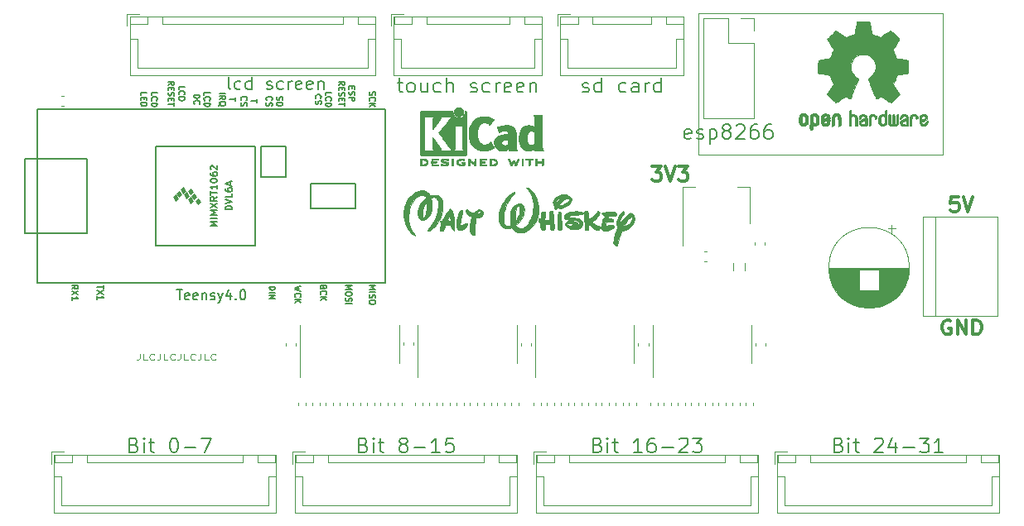
<source format=gbr>
%TF.GenerationSoftware,KiCad,Pcbnew,(5.1.8-0-10_14)*%
%TF.CreationDate,2020-12-11T17:33:19+01:00*%
%TF.ProjectId,32Bit shift register,33324269-7420-4736-9869-667420726567,rev?*%
%TF.SameCoordinates,Original*%
%TF.FileFunction,Legend,Top*%
%TF.FilePolarity,Positive*%
%FSLAX46Y46*%
G04 Gerber Fmt 4.6, Leading zero omitted, Abs format (unit mm)*
G04 Created by KiCad (PCBNEW (5.1.8-0-10_14)) date 2020-12-11 17:33:19*
%MOMM*%
%LPD*%
G01*
G04 APERTURE LIST*
%ADD10C,0.037500*%
%ADD11C,0.150000*%
%ADD12C,0.300000*%
%ADD13C,0.120000*%
%ADD14C,0.010000*%
%ADD15C,0.100000*%
G04 APERTURE END LIST*
D10*
X103458571Y-72065952D02*
X103458571Y-72501666D01*
X103420000Y-72588809D01*
X103342857Y-72646904D01*
X103227142Y-72675952D01*
X103150000Y-72675952D01*
X104230000Y-72675952D02*
X103844285Y-72675952D01*
X103844285Y-72065952D01*
X104962857Y-72617857D02*
X104924285Y-72646904D01*
X104808571Y-72675952D01*
X104731428Y-72675952D01*
X104615714Y-72646904D01*
X104538571Y-72588809D01*
X104500000Y-72530714D01*
X104461428Y-72414523D01*
X104461428Y-72327380D01*
X104500000Y-72211190D01*
X104538571Y-72153095D01*
X104615714Y-72095000D01*
X104731428Y-72065952D01*
X104808571Y-72065952D01*
X104924285Y-72095000D01*
X104962857Y-72124047D01*
X105541428Y-72065952D02*
X105541428Y-72501666D01*
X105502857Y-72588809D01*
X105425714Y-72646904D01*
X105310000Y-72675952D01*
X105232857Y-72675952D01*
X106312857Y-72675952D02*
X105927142Y-72675952D01*
X105927142Y-72065952D01*
X107045714Y-72617857D02*
X107007142Y-72646904D01*
X106891428Y-72675952D01*
X106814285Y-72675952D01*
X106698571Y-72646904D01*
X106621428Y-72588809D01*
X106582857Y-72530714D01*
X106544285Y-72414523D01*
X106544285Y-72327380D01*
X106582857Y-72211190D01*
X106621428Y-72153095D01*
X106698571Y-72095000D01*
X106814285Y-72065952D01*
X106891428Y-72065952D01*
X107007142Y-72095000D01*
X107045714Y-72124047D01*
X107624285Y-72065952D02*
X107624285Y-72501666D01*
X107585714Y-72588809D01*
X107508571Y-72646904D01*
X107392857Y-72675952D01*
X107315714Y-72675952D01*
X108395714Y-72675952D02*
X108010000Y-72675952D01*
X108010000Y-72065952D01*
X109128571Y-72617857D02*
X109090000Y-72646904D01*
X108974285Y-72675952D01*
X108897142Y-72675952D01*
X108781428Y-72646904D01*
X108704285Y-72588809D01*
X108665714Y-72530714D01*
X108627142Y-72414523D01*
X108627142Y-72327380D01*
X108665714Y-72211190D01*
X108704285Y-72153095D01*
X108781428Y-72095000D01*
X108897142Y-72065952D01*
X108974285Y-72065952D01*
X109090000Y-72095000D01*
X109128571Y-72124047D01*
X109707142Y-72065952D02*
X109707142Y-72501666D01*
X109668571Y-72588809D01*
X109591428Y-72646904D01*
X109475714Y-72675952D01*
X109398571Y-72675952D01*
X110478571Y-72675952D02*
X110092857Y-72675952D01*
X110092857Y-72065952D01*
X111211428Y-72617857D02*
X111172857Y-72646904D01*
X111057142Y-72675952D01*
X110980000Y-72675952D01*
X110864285Y-72646904D01*
X110787142Y-72588809D01*
X110748571Y-72530714D01*
X110710000Y-72414523D01*
X110710000Y-72327380D01*
X110748571Y-72211190D01*
X110787142Y-72153095D01*
X110864285Y-72095000D01*
X110980000Y-72065952D01*
X111057142Y-72065952D01*
X111172857Y-72095000D01*
X111211428Y-72124047D01*
D11*
X104653571Y-45585714D02*
X104653571Y-45300000D01*
X105253571Y-45300000D01*
X104710714Y-46128571D02*
X104682142Y-46100000D01*
X104653571Y-46014285D01*
X104653571Y-45957142D01*
X104682142Y-45871428D01*
X104739285Y-45814285D01*
X104796428Y-45785714D01*
X104910714Y-45757142D01*
X104996428Y-45757142D01*
X105110714Y-45785714D01*
X105167857Y-45814285D01*
X105225000Y-45871428D01*
X105253571Y-45957142D01*
X105253571Y-46014285D01*
X105225000Y-46100000D01*
X105196428Y-46128571D01*
X104653571Y-46385714D02*
X105253571Y-46385714D01*
X105253571Y-46528571D01*
X105225000Y-46614285D01*
X105167857Y-46671428D01*
X105110714Y-46700000D01*
X104996428Y-46728571D01*
X104910714Y-46728571D01*
X104796428Y-46700000D01*
X104739285Y-46671428D01*
X104682142Y-46614285D01*
X104653571Y-46528571D01*
X104653571Y-46385714D01*
X103603571Y-45614285D02*
X103603571Y-45328571D01*
X104203571Y-45328571D01*
X103917857Y-45814285D02*
X103917857Y-46014285D01*
X103603571Y-46100000D02*
X103603571Y-45814285D01*
X104203571Y-45814285D01*
X104203571Y-46100000D01*
X103603571Y-46357142D02*
X104203571Y-46357142D01*
X104203571Y-46500000D01*
X104175000Y-46585714D01*
X104117857Y-46642857D01*
X104060714Y-46671428D01*
X103946428Y-46700000D01*
X103860714Y-46700000D01*
X103746428Y-46671428D01*
X103689285Y-46642857D01*
X103632142Y-46585714D01*
X103603571Y-46500000D01*
X103603571Y-46357142D01*
X107453571Y-44985714D02*
X107453571Y-44700000D01*
X108053571Y-44700000D01*
X107510714Y-45528571D02*
X107482142Y-45500000D01*
X107453571Y-45414285D01*
X107453571Y-45357142D01*
X107482142Y-45271428D01*
X107539285Y-45214285D01*
X107596428Y-45185714D01*
X107710714Y-45157142D01*
X107796428Y-45157142D01*
X107910714Y-45185714D01*
X107967857Y-45214285D01*
X108025000Y-45271428D01*
X108053571Y-45357142D01*
X108053571Y-45414285D01*
X108025000Y-45500000D01*
X107996428Y-45528571D01*
X107453571Y-45785714D02*
X108053571Y-45785714D01*
X108053571Y-45928571D01*
X108025000Y-46014285D01*
X107967857Y-46071428D01*
X107910714Y-46100000D01*
X107796428Y-46128571D01*
X107710714Y-46128571D01*
X107596428Y-46100000D01*
X107539285Y-46071428D01*
X107482142Y-46014285D01*
X107453571Y-45928571D01*
X107453571Y-45785714D01*
X106403571Y-44528571D02*
X106689285Y-44328571D01*
X106403571Y-44185714D02*
X107003571Y-44185714D01*
X107003571Y-44414285D01*
X106975000Y-44471428D01*
X106946428Y-44500000D01*
X106889285Y-44528571D01*
X106803571Y-44528571D01*
X106746428Y-44500000D01*
X106717857Y-44471428D01*
X106689285Y-44414285D01*
X106689285Y-44185714D01*
X106717857Y-44785714D02*
X106717857Y-44985714D01*
X106403571Y-45071428D02*
X106403571Y-44785714D01*
X107003571Y-44785714D01*
X107003571Y-45071428D01*
X106432142Y-45300000D02*
X106403571Y-45385714D01*
X106403571Y-45528571D01*
X106432142Y-45585714D01*
X106460714Y-45614285D01*
X106517857Y-45642857D01*
X106575000Y-45642857D01*
X106632142Y-45614285D01*
X106660714Y-45585714D01*
X106689285Y-45528571D01*
X106717857Y-45414285D01*
X106746428Y-45357142D01*
X106775000Y-45328571D01*
X106832142Y-45300000D01*
X106889285Y-45300000D01*
X106946428Y-45328571D01*
X106975000Y-45357142D01*
X107003571Y-45414285D01*
X107003571Y-45557142D01*
X106975000Y-45642857D01*
X106717857Y-45900000D02*
X106717857Y-46100000D01*
X106403571Y-46185714D02*
X106403571Y-45900000D01*
X107003571Y-45900000D01*
X107003571Y-46185714D01*
X107003571Y-46357142D02*
X107003571Y-46700000D01*
X106403571Y-46528571D02*
X107003571Y-46528571D01*
X110053571Y-45585714D02*
X110053571Y-45300000D01*
X110653571Y-45300000D01*
X110110714Y-46128571D02*
X110082142Y-46100000D01*
X110053571Y-46014285D01*
X110053571Y-45957142D01*
X110082142Y-45871428D01*
X110139285Y-45814285D01*
X110196428Y-45785714D01*
X110310714Y-45757142D01*
X110396428Y-45757142D01*
X110510714Y-45785714D01*
X110567857Y-45814285D01*
X110625000Y-45871428D01*
X110653571Y-45957142D01*
X110653571Y-46014285D01*
X110625000Y-46100000D01*
X110596428Y-46128571D01*
X110053571Y-46385714D02*
X110653571Y-46385714D01*
X110653571Y-46528571D01*
X110625000Y-46614285D01*
X110567857Y-46671428D01*
X110510714Y-46700000D01*
X110396428Y-46728571D01*
X110310714Y-46728571D01*
X110196428Y-46700000D01*
X110139285Y-46671428D01*
X110082142Y-46614285D01*
X110053571Y-46528571D01*
X110053571Y-46385714D01*
X109003571Y-45542857D02*
X109603571Y-45542857D01*
X109603571Y-45685714D01*
X109575000Y-45771428D01*
X109517857Y-45828571D01*
X109460714Y-45857142D01*
X109346428Y-45885714D01*
X109260714Y-45885714D01*
X109146428Y-45857142D01*
X109089285Y-45828571D01*
X109032142Y-45771428D01*
X109003571Y-45685714D01*
X109003571Y-45542857D01*
X109060714Y-46485714D02*
X109032142Y-46457142D01*
X109003571Y-46371428D01*
X109003571Y-46314285D01*
X109032142Y-46228571D01*
X109089285Y-46171428D01*
X109146428Y-46142857D01*
X109260714Y-46114285D01*
X109346428Y-46114285D01*
X109460714Y-46142857D01*
X109517857Y-46171428D01*
X109575000Y-46228571D01*
X109603571Y-46314285D01*
X109603571Y-46371428D01*
X109575000Y-46457142D01*
X109546428Y-46485714D01*
X113253571Y-45828571D02*
X113253571Y-46171428D01*
X112653571Y-46000000D02*
X113253571Y-46000000D01*
X111603571Y-45385714D02*
X112203571Y-45385714D01*
X111603571Y-46014285D02*
X111889285Y-45814285D01*
X111603571Y-45671428D02*
X112203571Y-45671428D01*
X112203571Y-45900000D01*
X112175000Y-45957142D01*
X112146428Y-45985714D01*
X112089285Y-46014285D01*
X112003571Y-46014285D01*
X111946428Y-45985714D01*
X111917857Y-45957142D01*
X111889285Y-45900000D01*
X111889285Y-45671428D01*
X111546428Y-46671428D02*
X111575000Y-46614285D01*
X111632142Y-46557142D01*
X111717857Y-46471428D01*
X111746428Y-46414285D01*
X111746428Y-46357142D01*
X111603571Y-46385714D02*
X111632142Y-46328571D01*
X111689285Y-46271428D01*
X111803571Y-46242857D01*
X112003571Y-46242857D01*
X112117857Y-46271428D01*
X112175000Y-46328571D01*
X112203571Y-46385714D01*
X112203571Y-46500000D01*
X112175000Y-46557142D01*
X112117857Y-46614285D01*
X112003571Y-46642857D01*
X111803571Y-46642857D01*
X111689285Y-46614285D01*
X111632142Y-46557142D01*
X111603571Y-46500000D01*
X111603571Y-46385714D01*
X115453571Y-46028571D02*
X115453571Y-46371428D01*
X114853571Y-46200000D02*
X115453571Y-46200000D01*
X113860714Y-46100000D02*
X113832142Y-46071428D01*
X113803571Y-45985714D01*
X113803571Y-45928571D01*
X113832142Y-45842857D01*
X113889285Y-45785714D01*
X113946428Y-45757142D01*
X114060714Y-45728571D01*
X114146428Y-45728571D01*
X114260714Y-45757142D01*
X114317857Y-45785714D01*
X114375000Y-45842857D01*
X114403571Y-45928571D01*
X114403571Y-45985714D01*
X114375000Y-46071428D01*
X114346428Y-46100000D01*
X113832142Y-46328571D02*
X113803571Y-46414285D01*
X113803571Y-46557142D01*
X113832142Y-46614285D01*
X113860714Y-46642857D01*
X113917857Y-46671428D01*
X113975000Y-46671428D01*
X114032142Y-46642857D01*
X114060714Y-46614285D01*
X114089285Y-46557142D01*
X114117857Y-46442857D01*
X114146428Y-46385714D01*
X114175000Y-46357142D01*
X114232142Y-46328571D01*
X114289285Y-46328571D01*
X114346428Y-46357142D01*
X114375000Y-46385714D01*
X114403571Y-46442857D01*
X114403571Y-46585714D01*
X114375000Y-46671428D01*
X117482142Y-45728571D02*
X117453571Y-45814285D01*
X117453571Y-45957142D01*
X117482142Y-46014285D01*
X117510714Y-46042857D01*
X117567857Y-46071428D01*
X117625000Y-46071428D01*
X117682142Y-46042857D01*
X117710714Y-46014285D01*
X117739285Y-45957142D01*
X117767857Y-45842857D01*
X117796428Y-45785714D01*
X117825000Y-45757142D01*
X117882142Y-45728571D01*
X117939285Y-45728571D01*
X117996428Y-45757142D01*
X118025000Y-45785714D01*
X118053571Y-45842857D01*
X118053571Y-45985714D01*
X118025000Y-46071428D01*
X117453571Y-46328571D02*
X118053571Y-46328571D01*
X118053571Y-46471428D01*
X118025000Y-46557142D01*
X117967857Y-46614285D01*
X117910714Y-46642857D01*
X117796428Y-46671428D01*
X117710714Y-46671428D01*
X117596428Y-46642857D01*
X117539285Y-46614285D01*
X117482142Y-46557142D01*
X117453571Y-46471428D01*
X117453571Y-46328571D01*
X116460714Y-46100000D02*
X116432142Y-46071428D01*
X116403571Y-45985714D01*
X116403571Y-45928571D01*
X116432142Y-45842857D01*
X116489285Y-45785714D01*
X116546428Y-45757142D01*
X116660714Y-45728571D01*
X116746428Y-45728571D01*
X116860714Y-45757142D01*
X116917857Y-45785714D01*
X116975000Y-45842857D01*
X117003571Y-45928571D01*
X117003571Y-45985714D01*
X116975000Y-46071428D01*
X116946428Y-46100000D01*
X116432142Y-46328571D02*
X116403571Y-46414285D01*
X116403571Y-46557142D01*
X116432142Y-46614285D01*
X116460714Y-46642857D01*
X116517857Y-46671428D01*
X116575000Y-46671428D01*
X116632142Y-46642857D01*
X116660714Y-46614285D01*
X116689285Y-46557142D01*
X116717857Y-46442857D01*
X116746428Y-46385714D01*
X116775000Y-46357142D01*
X116832142Y-46328571D01*
X116889285Y-46328571D01*
X116946428Y-46357142D01*
X116975000Y-46385714D01*
X117003571Y-46442857D01*
X117003571Y-46585714D01*
X116975000Y-46671428D01*
X122453571Y-45585714D02*
X122453571Y-45300000D01*
X123053571Y-45300000D01*
X122510714Y-46128571D02*
X122482142Y-46100000D01*
X122453571Y-46014285D01*
X122453571Y-45957142D01*
X122482142Y-45871428D01*
X122539285Y-45814285D01*
X122596428Y-45785714D01*
X122710714Y-45757142D01*
X122796428Y-45757142D01*
X122910714Y-45785714D01*
X122967857Y-45814285D01*
X123025000Y-45871428D01*
X123053571Y-45957142D01*
X123053571Y-46014285D01*
X123025000Y-46100000D01*
X122996428Y-46128571D01*
X122453571Y-46385714D02*
X123053571Y-46385714D01*
X123053571Y-46528571D01*
X123025000Y-46614285D01*
X122967857Y-46671428D01*
X122910714Y-46700000D01*
X122796428Y-46728571D01*
X122710714Y-46728571D01*
X122596428Y-46700000D01*
X122539285Y-46671428D01*
X122482142Y-46614285D01*
X122453571Y-46528571D01*
X122453571Y-46385714D01*
X121460714Y-45900000D02*
X121432142Y-45871428D01*
X121403571Y-45785714D01*
X121403571Y-45728571D01*
X121432142Y-45642857D01*
X121489285Y-45585714D01*
X121546428Y-45557142D01*
X121660714Y-45528571D01*
X121746428Y-45528571D01*
X121860714Y-45557142D01*
X121917857Y-45585714D01*
X121975000Y-45642857D01*
X122003571Y-45728571D01*
X122003571Y-45785714D01*
X121975000Y-45871428D01*
X121946428Y-45900000D01*
X121432142Y-46128571D02*
X121403571Y-46214285D01*
X121403571Y-46357142D01*
X121432142Y-46414285D01*
X121460714Y-46442857D01*
X121517857Y-46471428D01*
X121575000Y-46471428D01*
X121632142Y-46442857D01*
X121660714Y-46414285D01*
X121689285Y-46357142D01*
X121717857Y-46242857D01*
X121746428Y-46185714D01*
X121775000Y-46157142D01*
X121832142Y-46128571D01*
X121889285Y-46128571D01*
X121946428Y-46157142D01*
X121975000Y-46185714D01*
X122003571Y-46242857D01*
X122003571Y-46385714D01*
X121975000Y-46471428D01*
X125167857Y-44685714D02*
X125167857Y-44885714D01*
X124853571Y-44971428D02*
X124853571Y-44685714D01*
X125453571Y-44685714D01*
X125453571Y-44971428D01*
X124882142Y-45200000D02*
X124853571Y-45285714D01*
X124853571Y-45428571D01*
X124882142Y-45485714D01*
X124910714Y-45514285D01*
X124967857Y-45542857D01*
X125025000Y-45542857D01*
X125082142Y-45514285D01*
X125110714Y-45485714D01*
X125139285Y-45428571D01*
X125167857Y-45314285D01*
X125196428Y-45257142D01*
X125225000Y-45228571D01*
X125282142Y-45200000D01*
X125339285Y-45200000D01*
X125396428Y-45228571D01*
X125425000Y-45257142D01*
X125453571Y-45314285D01*
X125453571Y-45457142D01*
X125425000Y-45542857D01*
X124853571Y-45800000D02*
X125453571Y-45800000D01*
X125453571Y-46028571D01*
X125425000Y-46085714D01*
X125396428Y-46114285D01*
X125339285Y-46142857D01*
X125253571Y-46142857D01*
X125196428Y-46114285D01*
X125167857Y-46085714D01*
X125139285Y-46028571D01*
X125139285Y-45800000D01*
X123803571Y-44528571D02*
X124089285Y-44328571D01*
X123803571Y-44185714D02*
X124403571Y-44185714D01*
X124403571Y-44414285D01*
X124375000Y-44471428D01*
X124346428Y-44500000D01*
X124289285Y-44528571D01*
X124203571Y-44528571D01*
X124146428Y-44500000D01*
X124117857Y-44471428D01*
X124089285Y-44414285D01*
X124089285Y-44185714D01*
X124117857Y-44785714D02*
X124117857Y-44985714D01*
X123803571Y-45071428D02*
X123803571Y-44785714D01*
X124403571Y-44785714D01*
X124403571Y-45071428D01*
X123832142Y-45300000D02*
X123803571Y-45385714D01*
X123803571Y-45528571D01*
X123832142Y-45585714D01*
X123860714Y-45614285D01*
X123917857Y-45642857D01*
X123975000Y-45642857D01*
X124032142Y-45614285D01*
X124060714Y-45585714D01*
X124089285Y-45528571D01*
X124117857Y-45414285D01*
X124146428Y-45357142D01*
X124175000Y-45328571D01*
X124232142Y-45300000D01*
X124289285Y-45300000D01*
X124346428Y-45328571D01*
X124375000Y-45357142D01*
X124403571Y-45414285D01*
X124403571Y-45557142D01*
X124375000Y-45642857D01*
X124117857Y-45900000D02*
X124117857Y-46100000D01*
X123803571Y-46185714D02*
X123803571Y-45900000D01*
X124403571Y-45900000D01*
X124403571Y-46185714D01*
X124403571Y-46357142D02*
X124403571Y-46700000D01*
X123803571Y-46528571D02*
X124403571Y-46528571D01*
X126957142Y-45228571D02*
X126928571Y-45314285D01*
X126928571Y-45457142D01*
X126957142Y-45514285D01*
X126985714Y-45542857D01*
X127042857Y-45571428D01*
X127100000Y-45571428D01*
X127157142Y-45542857D01*
X127185714Y-45514285D01*
X127214285Y-45457142D01*
X127242857Y-45342857D01*
X127271428Y-45285714D01*
X127300000Y-45257142D01*
X127357142Y-45228571D01*
X127414285Y-45228571D01*
X127471428Y-45257142D01*
X127500000Y-45285714D01*
X127528571Y-45342857D01*
X127528571Y-45485714D01*
X127500000Y-45571428D01*
X126985714Y-46171428D02*
X126957142Y-46142857D01*
X126928571Y-46057142D01*
X126928571Y-46000000D01*
X126957142Y-45914285D01*
X127014285Y-45857142D01*
X127071428Y-45828571D01*
X127185714Y-45800000D01*
X127271428Y-45800000D01*
X127385714Y-45828571D01*
X127442857Y-45857142D01*
X127500000Y-45914285D01*
X127528571Y-46000000D01*
X127528571Y-46057142D01*
X127500000Y-46142857D01*
X127471428Y-46171428D01*
X126928571Y-46428571D02*
X127528571Y-46428571D01*
X126928571Y-46771428D02*
X127271428Y-46514285D01*
X127528571Y-46771428D02*
X127185714Y-46428571D01*
X96528571Y-65414285D02*
X96814285Y-65214285D01*
X96528571Y-65071428D02*
X97128571Y-65071428D01*
X97128571Y-65300000D01*
X97100000Y-65357142D01*
X97071428Y-65385714D01*
X97014285Y-65414285D01*
X96928571Y-65414285D01*
X96871428Y-65385714D01*
X96842857Y-65357142D01*
X96814285Y-65300000D01*
X96814285Y-65071428D01*
X97128571Y-65614285D02*
X96528571Y-66014285D01*
X97128571Y-66014285D02*
X96528571Y-65614285D01*
X96528571Y-66557142D02*
X96528571Y-66214285D01*
X96528571Y-66385714D02*
X97128571Y-66385714D01*
X97042857Y-66328571D01*
X96985714Y-66271428D01*
X96957142Y-66214285D01*
X99728571Y-65057142D02*
X99728571Y-65400000D01*
X99128571Y-65228571D02*
X99728571Y-65228571D01*
X99728571Y-65542857D02*
X99128571Y-65942857D01*
X99728571Y-65942857D02*
X99128571Y-65542857D01*
X99128571Y-66485714D02*
X99128571Y-66142857D01*
X99128571Y-66314285D02*
X99728571Y-66314285D01*
X99642857Y-66257142D01*
X99585714Y-66200000D01*
X99557142Y-66142857D01*
X126928571Y-65057142D02*
X127528571Y-65057142D01*
X127100000Y-65257142D01*
X127528571Y-65457142D01*
X126928571Y-65457142D01*
X126928571Y-65742857D02*
X127528571Y-65742857D01*
X126957142Y-66000000D02*
X126928571Y-66085714D01*
X126928571Y-66228571D01*
X126957142Y-66285714D01*
X126985714Y-66314285D01*
X127042857Y-66342857D01*
X127100000Y-66342857D01*
X127157142Y-66314285D01*
X127185714Y-66285714D01*
X127214285Y-66228571D01*
X127242857Y-66114285D01*
X127271428Y-66057142D01*
X127300000Y-66028571D01*
X127357142Y-66000000D01*
X127414285Y-66000000D01*
X127471428Y-66028571D01*
X127500000Y-66057142D01*
X127528571Y-66114285D01*
X127528571Y-66257142D01*
X127500000Y-66342857D01*
X127528571Y-66714285D02*
X127528571Y-66828571D01*
X127500000Y-66885714D01*
X127442857Y-66942857D01*
X127328571Y-66971428D01*
X127128571Y-66971428D01*
X127014285Y-66942857D01*
X126957142Y-66885714D01*
X126928571Y-66828571D01*
X126928571Y-66714285D01*
X126957142Y-66657142D01*
X127014285Y-66600000D01*
X127128571Y-66571428D01*
X127328571Y-66571428D01*
X127442857Y-66600000D01*
X127500000Y-66657142D01*
X127528571Y-66714285D01*
X124528571Y-65057142D02*
X125128571Y-65057142D01*
X124700000Y-65257142D01*
X125128571Y-65457142D01*
X124528571Y-65457142D01*
X125128571Y-65857142D02*
X125128571Y-65971428D01*
X125100000Y-66028571D01*
X125042857Y-66085714D01*
X124928571Y-66114285D01*
X124728571Y-66114285D01*
X124614285Y-66085714D01*
X124557142Y-66028571D01*
X124528571Y-65971428D01*
X124528571Y-65857142D01*
X124557142Y-65800000D01*
X124614285Y-65742857D01*
X124728571Y-65714285D01*
X124928571Y-65714285D01*
X125042857Y-65742857D01*
X125100000Y-65800000D01*
X125128571Y-65857142D01*
X124557142Y-66342857D02*
X124528571Y-66428571D01*
X124528571Y-66571428D01*
X124557142Y-66628571D01*
X124585714Y-66657142D01*
X124642857Y-66685714D01*
X124700000Y-66685714D01*
X124757142Y-66657142D01*
X124785714Y-66628571D01*
X124814285Y-66571428D01*
X124842857Y-66457142D01*
X124871428Y-66400000D01*
X124900000Y-66371428D01*
X124957142Y-66342857D01*
X125014285Y-66342857D01*
X125071428Y-66371428D01*
X125100000Y-66400000D01*
X125128571Y-66457142D01*
X125128571Y-66600000D01*
X125100000Y-66685714D01*
X124528571Y-66942857D02*
X125128571Y-66942857D01*
X122242857Y-65242857D02*
X122214285Y-65328571D01*
X122185714Y-65357142D01*
X122128571Y-65385714D01*
X122042857Y-65385714D01*
X121985714Y-65357142D01*
X121957142Y-65328571D01*
X121928571Y-65271428D01*
X121928571Y-65042857D01*
X122528571Y-65042857D01*
X122528571Y-65242857D01*
X122500000Y-65300000D01*
X122471428Y-65328571D01*
X122414285Y-65357142D01*
X122357142Y-65357142D01*
X122300000Y-65328571D01*
X122271428Y-65300000D01*
X122242857Y-65242857D01*
X122242857Y-65042857D01*
X121985714Y-65985714D02*
X121957142Y-65957142D01*
X121928571Y-65871428D01*
X121928571Y-65814285D01*
X121957142Y-65728571D01*
X122014285Y-65671428D01*
X122071428Y-65642857D01*
X122185714Y-65614285D01*
X122271428Y-65614285D01*
X122385714Y-65642857D01*
X122442857Y-65671428D01*
X122500000Y-65728571D01*
X122528571Y-65814285D01*
X122528571Y-65871428D01*
X122500000Y-65957142D01*
X122471428Y-65985714D01*
X121928571Y-66242857D02*
X122528571Y-66242857D01*
X121928571Y-66585714D02*
X122271428Y-66328571D01*
X122528571Y-66585714D02*
X122185714Y-66242857D01*
X119928571Y-65142857D02*
X119328571Y-65285714D01*
X119757142Y-65400000D01*
X119328571Y-65514285D01*
X119928571Y-65657142D01*
X119385714Y-66228571D02*
X119357142Y-66200000D01*
X119328571Y-66114285D01*
X119328571Y-66057142D01*
X119357142Y-65971428D01*
X119414285Y-65914285D01*
X119471428Y-65885714D01*
X119585714Y-65857142D01*
X119671428Y-65857142D01*
X119785714Y-65885714D01*
X119842857Y-65914285D01*
X119900000Y-65971428D01*
X119928571Y-66057142D01*
X119928571Y-66114285D01*
X119900000Y-66200000D01*
X119871428Y-66228571D01*
X119328571Y-66485714D02*
X119928571Y-66485714D01*
X119328571Y-66828571D02*
X119671428Y-66571428D01*
X119928571Y-66828571D02*
X119585714Y-66485714D01*
X116728571Y-65185714D02*
X117328571Y-65185714D01*
X117328571Y-65328571D01*
X117300000Y-65414285D01*
X117242857Y-65471428D01*
X117185714Y-65500000D01*
X117071428Y-65528571D01*
X116985714Y-65528571D01*
X116871428Y-65500000D01*
X116814285Y-65471428D01*
X116757142Y-65414285D01*
X116728571Y-65328571D01*
X116728571Y-65185714D01*
X116728571Y-65785714D02*
X117328571Y-65785714D01*
X116728571Y-66071428D02*
X117328571Y-66071428D01*
X116728571Y-66414285D01*
X117328571Y-66414285D01*
D12*
X155842857Y-52878571D02*
X156771428Y-52878571D01*
X156271428Y-53450000D01*
X156485714Y-53450000D01*
X156628571Y-53521428D01*
X156700000Y-53592857D01*
X156771428Y-53735714D01*
X156771428Y-54092857D01*
X156700000Y-54235714D01*
X156628571Y-54307142D01*
X156485714Y-54378571D01*
X156057142Y-54378571D01*
X155914285Y-54307142D01*
X155842857Y-54235714D01*
X157200000Y-52878571D02*
X157700000Y-54378571D01*
X158200000Y-52878571D01*
X158557142Y-52878571D02*
X159485714Y-52878571D01*
X158985714Y-53450000D01*
X159200000Y-53450000D01*
X159342857Y-53521428D01*
X159414285Y-53592857D01*
X159485714Y-53735714D01*
X159485714Y-54092857D01*
X159414285Y-54235714D01*
X159342857Y-54307142D01*
X159200000Y-54378571D01*
X158771428Y-54378571D01*
X158628571Y-54307142D01*
X158557142Y-54235714D01*
X186337857Y-68650000D02*
X186195000Y-68578571D01*
X185980714Y-68578571D01*
X185766428Y-68650000D01*
X185623571Y-68792857D01*
X185552142Y-68935714D01*
X185480714Y-69221428D01*
X185480714Y-69435714D01*
X185552142Y-69721428D01*
X185623571Y-69864285D01*
X185766428Y-70007142D01*
X185980714Y-70078571D01*
X186123571Y-70078571D01*
X186337857Y-70007142D01*
X186409285Y-69935714D01*
X186409285Y-69435714D01*
X186123571Y-69435714D01*
X187052142Y-70078571D02*
X187052142Y-68578571D01*
X187909285Y-70078571D01*
X187909285Y-68578571D01*
X188623571Y-70078571D02*
X188623571Y-68578571D01*
X188980714Y-68578571D01*
X189195000Y-68650000D01*
X189337857Y-68792857D01*
X189409285Y-68935714D01*
X189480714Y-69221428D01*
X189480714Y-69435714D01*
X189409285Y-69721428D01*
X189337857Y-69864285D01*
X189195000Y-70007142D01*
X188980714Y-70078571D01*
X188623571Y-70078571D01*
X187114285Y-55978571D02*
X186400000Y-55978571D01*
X186328571Y-56692857D01*
X186400000Y-56621428D01*
X186542857Y-56550000D01*
X186900000Y-56550000D01*
X187042857Y-56621428D01*
X187114285Y-56692857D01*
X187185714Y-56835714D01*
X187185714Y-57192857D01*
X187114285Y-57335714D01*
X187042857Y-57407142D01*
X186900000Y-57478571D01*
X186542857Y-57478571D01*
X186400000Y-57407142D01*
X186328571Y-57335714D01*
X187614285Y-55978571D02*
X188114285Y-57478571D01*
X188614285Y-55978571D01*
D13*
X185550000Y-37200000D02*
X160550000Y-37200000D01*
X185550000Y-51700000D02*
X185550000Y-37200000D01*
X160550000Y-51700000D02*
X185550000Y-51700000D01*
X160550000Y-37200000D02*
X160550000Y-51700000D01*
%TO.C,FB*%
X165260000Y-62762878D02*
X165260000Y-63562122D01*
X164140000Y-62762878D02*
X164140000Y-63562122D01*
D14*
%TO.C,REF\u002A\u002A*%
G36*
X177609014Y-38052998D02*
G01*
X177767006Y-38053863D01*
X177881347Y-38056205D01*
X177959407Y-38060762D01*
X178008554Y-38068270D01*
X178036159Y-38079466D01*
X178049592Y-38095088D01*
X178056221Y-38115873D01*
X178056865Y-38118563D01*
X178066935Y-38167113D01*
X178085575Y-38262905D01*
X178110845Y-38395743D01*
X178140807Y-38555431D01*
X178173522Y-38731774D01*
X178174664Y-38737967D01*
X178207433Y-38910782D01*
X178238093Y-39063469D01*
X178264664Y-39186871D01*
X178285167Y-39271831D01*
X178297626Y-39309190D01*
X178298220Y-39309852D01*
X178334919Y-39328095D01*
X178410586Y-39358497D01*
X178508878Y-39394493D01*
X178509425Y-39394685D01*
X178633233Y-39441222D01*
X178779196Y-39500504D01*
X178916781Y-39560109D01*
X178923293Y-39563056D01*
X179147390Y-39664765D01*
X179643619Y-39325897D01*
X179795846Y-39222592D01*
X179933741Y-39130237D01*
X180049315Y-39054084D01*
X180134579Y-38999385D01*
X180181544Y-38971393D01*
X180186004Y-38969317D01*
X180220134Y-38978560D01*
X180283881Y-39023156D01*
X180379731Y-39105209D01*
X180510169Y-39226821D01*
X180643328Y-39356205D01*
X180771694Y-39483702D01*
X180886581Y-39600046D01*
X180981073Y-39698052D01*
X181048253Y-39770536D01*
X181081206Y-39810313D01*
X181082432Y-39812361D01*
X181086074Y-39839656D01*
X181072350Y-39884234D01*
X181037869Y-39952112D01*
X180979239Y-40049311D01*
X180893070Y-40181851D01*
X180778200Y-40352476D01*
X180676254Y-40502655D01*
X180585123Y-40637350D01*
X180510073Y-40748740D01*
X180456369Y-40829005D01*
X180429280Y-40870325D01*
X180427574Y-40873130D01*
X180430882Y-40912721D01*
X180455953Y-40989669D01*
X180497798Y-41089432D01*
X180512712Y-41121291D01*
X180577786Y-41263226D01*
X180647212Y-41424273D01*
X180703609Y-41563621D01*
X180744247Y-41667044D01*
X180776526Y-41745642D01*
X180795178Y-41786720D01*
X180797497Y-41789885D01*
X180831803Y-41795128D01*
X180912669Y-41809494D01*
X181029343Y-41830937D01*
X181171075Y-41857413D01*
X181327110Y-41886877D01*
X181486698Y-41917283D01*
X181639085Y-41946588D01*
X181773521Y-41972745D01*
X181879252Y-41993710D01*
X181945526Y-42007439D01*
X181961782Y-42011320D01*
X181978573Y-42020900D01*
X181991249Y-42042536D01*
X182000378Y-42083531D01*
X182006531Y-42151189D01*
X182010280Y-42252812D01*
X182012192Y-42395703D01*
X182012840Y-42587165D01*
X182012874Y-42665645D01*
X182012874Y-43303906D01*
X181859598Y-43334160D01*
X181774322Y-43350564D01*
X181647070Y-43374509D01*
X181493315Y-43403107D01*
X181328534Y-43433467D01*
X181282989Y-43441806D01*
X181130932Y-43471370D01*
X180998468Y-43500442D01*
X180896714Y-43526329D01*
X180836788Y-43546337D01*
X180826805Y-43552301D01*
X180802293Y-43594534D01*
X180767148Y-43676370D01*
X180728173Y-43781683D01*
X180720442Y-43804368D01*
X180669360Y-43945018D01*
X180605954Y-44103714D01*
X180543904Y-44246225D01*
X180543598Y-44246886D01*
X180440267Y-44470440D01*
X181119961Y-45470232D01*
X180683621Y-45907300D01*
X180551649Y-46037381D01*
X180431279Y-46152048D01*
X180329273Y-46245181D01*
X180252391Y-46310658D01*
X180207393Y-46342357D01*
X180200938Y-46344368D01*
X180163040Y-46328529D01*
X180085708Y-46284496D01*
X179977389Y-46217490D01*
X179846532Y-46132734D01*
X179705052Y-46037816D01*
X179561461Y-45940998D01*
X179433435Y-45856751D01*
X179329105Y-45790258D01*
X179256600Y-45746702D01*
X179224158Y-45731264D01*
X179184576Y-45744328D01*
X179109519Y-45778750D01*
X179014468Y-45827380D01*
X179004392Y-45832785D01*
X178876391Y-45896980D01*
X178788618Y-45928463D01*
X178734028Y-45928798D01*
X178705575Y-45899548D01*
X178705410Y-45899138D01*
X178691188Y-45864498D01*
X178657269Y-45782269D01*
X178606284Y-45658814D01*
X178540862Y-45500498D01*
X178463634Y-45313686D01*
X178377229Y-45104742D01*
X178293551Y-44902446D01*
X178201588Y-44679200D01*
X178117150Y-44472392D01*
X178042769Y-44288362D01*
X177980974Y-44133451D01*
X177934297Y-44013996D01*
X177905268Y-43936339D01*
X177896322Y-43907356D01*
X177918756Y-43874110D01*
X177977439Y-43821123D01*
X178055689Y-43762704D01*
X178278534Y-43577952D01*
X178452718Y-43366182D01*
X178576154Y-43131856D01*
X178646754Y-42879434D01*
X178662431Y-42613377D01*
X178651036Y-42490575D01*
X178588950Y-42235793D01*
X178482023Y-42010801D01*
X178336889Y-41817817D01*
X178160178Y-41659061D01*
X177958522Y-41536750D01*
X177738554Y-41453105D01*
X177506906Y-41410344D01*
X177270209Y-41410687D01*
X177035095Y-41456352D01*
X176808196Y-41549559D01*
X176596144Y-41692527D01*
X176507636Y-41773383D01*
X176337889Y-41981007D01*
X176219699Y-42207895D01*
X176152278Y-42447433D01*
X176134840Y-42693007D01*
X176166598Y-42938003D01*
X176246765Y-43175808D01*
X176374555Y-43399807D01*
X176549180Y-43603387D01*
X176744312Y-43762704D01*
X176825591Y-43823602D01*
X176883009Y-43876015D01*
X176903678Y-43907406D01*
X176892856Y-43941639D01*
X176862077Y-44023419D01*
X176813874Y-44146407D01*
X176750778Y-44304263D01*
X176675322Y-44490649D01*
X176590038Y-44699226D01*
X176506219Y-44902496D01*
X176413745Y-45125933D01*
X176328089Y-45332984D01*
X176251882Y-45517286D01*
X176187753Y-45672475D01*
X176138332Y-45792188D01*
X176106248Y-45870061D01*
X176094359Y-45899138D01*
X176066274Y-45928677D01*
X176011949Y-45928591D01*
X175924395Y-45897326D01*
X175796619Y-45833329D01*
X175795608Y-45832785D01*
X175699402Y-45783121D01*
X175621631Y-45746945D01*
X175577777Y-45731408D01*
X175575842Y-45731264D01*
X175542829Y-45747024D01*
X175469946Y-45790850D01*
X175365322Y-45857557D01*
X175237090Y-45941964D01*
X175094948Y-46037816D01*
X174950233Y-46134867D01*
X174819804Y-46219270D01*
X174712110Y-46285801D01*
X174635598Y-46329238D01*
X174599062Y-46344368D01*
X174565418Y-46324482D01*
X174497776Y-46268903D01*
X174402893Y-46183754D01*
X174287530Y-46075153D01*
X174158445Y-45949221D01*
X174116229Y-45907149D01*
X173679739Y-45469931D01*
X174011977Y-44982340D01*
X174112946Y-44832605D01*
X174201562Y-44698220D01*
X174272854Y-44586969D01*
X174321850Y-44506639D01*
X174343578Y-44465014D01*
X174344215Y-44462053D01*
X174332760Y-44422818D01*
X174301949Y-44343895D01*
X174257116Y-44238509D01*
X174225647Y-44167954D01*
X174166808Y-44032876D01*
X174111396Y-43896409D01*
X174068436Y-43781103D01*
X174056766Y-43745977D01*
X174023611Y-43652174D01*
X173991201Y-43579694D01*
X173973399Y-43552301D01*
X173934114Y-43535536D01*
X173848374Y-43511770D01*
X173727303Y-43483697D01*
X173582027Y-43454009D01*
X173517012Y-43441806D01*
X173351913Y-43411468D01*
X173193552Y-43382093D01*
X173057404Y-43356569D01*
X172958943Y-43337785D01*
X172940402Y-43334160D01*
X172787127Y-43303906D01*
X172787127Y-42665645D01*
X172787471Y-42455770D01*
X172788884Y-42296980D01*
X172791936Y-42181973D01*
X172797197Y-42103446D01*
X172805237Y-42054096D01*
X172816627Y-42026619D01*
X172831937Y-42013713D01*
X172838218Y-42011320D01*
X172876104Y-42002833D01*
X172959805Y-41985900D01*
X173078567Y-41962566D01*
X173221639Y-41934875D01*
X173378268Y-41904873D01*
X173537703Y-41874604D01*
X173689191Y-41846115D01*
X173821981Y-41821449D01*
X173925319Y-41802651D01*
X173988455Y-41791767D01*
X174002503Y-41789885D01*
X174015230Y-41764704D01*
X174043400Y-41697622D01*
X174081748Y-41601333D01*
X174096391Y-41563621D01*
X174155452Y-41417921D01*
X174225000Y-41256951D01*
X174287288Y-41121291D01*
X174333121Y-41017561D01*
X174363613Y-40932326D01*
X174373792Y-40880126D01*
X174372169Y-40873130D01*
X174350657Y-40840102D01*
X174301535Y-40766643D01*
X174230077Y-40660577D01*
X174141555Y-40529726D01*
X174041241Y-40381912D01*
X174021406Y-40352734D01*
X173905012Y-40179863D01*
X173819452Y-40048226D01*
X173761316Y-39951761D01*
X173727192Y-39884408D01*
X173713669Y-39840106D01*
X173717336Y-39812794D01*
X173717430Y-39812620D01*
X173746293Y-39776746D01*
X173810133Y-39707391D01*
X173902031Y-39611745D01*
X174015067Y-39496999D01*
X174142321Y-39370341D01*
X174156672Y-39356205D01*
X174317043Y-39200903D01*
X174440805Y-39086870D01*
X174530445Y-39012002D01*
X174588448Y-38974196D01*
X174613996Y-38969317D01*
X174651282Y-38990603D01*
X174728657Y-39039773D01*
X174838133Y-39111575D01*
X174971720Y-39200755D01*
X175121430Y-39302063D01*
X175156382Y-39325897D01*
X175652610Y-39664765D01*
X175876707Y-39563056D01*
X176012989Y-39503783D01*
X176159276Y-39444170D01*
X176285035Y-39396640D01*
X176290575Y-39394685D01*
X176388943Y-39358677D01*
X176464771Y-39328229D01*
X176501718Y-39309905D01*
X176501780Y-39309852D01*
X176513504Y-39276729D01*
X176533432Y-39195267D01*
X176559587Y-39074625D01*
X176589990Y-38923959D01*
X176622663Y-38752428D01*
X176625336Y-38737967D01*
X176658110Y-38561235D01*
X176688198Y-38400810D01*
X176713661Y-38266888D01*
X176732559Y-38169663D01*
X176742953Y-38119332D01*
X176743135Y-38118563D01*
X176749461Y-38097153D01*
X176761761Y-38080988D01*
X176787406Y-38069331D01*
X176833765Y-38061445D01*
X176908208Y-38056593D01*
X177018105Y-38054039D01*
X177170825Y-38053045D01*
X177373738Y-38052874D01*
X177400000Y-38052874D01*
X177609014Y-38052998D01*
G37*
X177609014Y-38052998D02*
X177767006Y-38053863D01*
X177881347Y-38056205D01*
X177959407Y-38060762D01*
X178008554Y-38068270D01*
X178036159Y-38079466D01*
X178049592Y-38095088D01*
X178056221Y-38115873D01*
X178056865Y-38118563D01*
X178066935Y-38167113D01*
X178085575Y-38262905D01*
X178110845Y-38395743D01*
X178140807Y-38555431D01*
X178173522Y-38731774D01*
X178174664Y-38737967D01*
X178207433Y-38910782D01*
X178238093Y-39063469D01*
X178264664Y-39186871D01*
X178285167Y-39271831D01*
X178297626Y-39309190D01*
X178298220Y-39309852D01*
X178334919Y-39328095D01*
X178410586Y-39358497D01*
X178508878Y-39394493D01*
X178509425Y-39394685D01*
X178633233Y-39441222D01*
X178779196Y-39500504D01*
X178916781Y-39560109D01*
X178923293Y-39563056D01*
X179147390Y-39664765D01*
X179643619Y-39325897D01*
X179795846Y-39222592D01*
X179933741Y-39130237D01*
X180049315Y-39054084D01*
X180134579Y-38999385D01*
X180181544Y-38971393D01*
X180186004Y-38969317D01*
X180220134Y-38978560D01*
X180283881Y-39023156D01*
X180379731Y-39105209D01*
X180510169Y-39226821D01*
X180643328Y-39356205D01*
X180771694Y-39483702D01*
X180886581Y-39600046D01*
X180981073Y-39698052D01*
X181048253Y-39770536D01*
X181081206Y-39810313D01*
X181082432Y-39812361D01*
X181086074Y-39839656D01*
X181072350Y-39884234D01*
X181037869Y-39952112D01*
X180979239Y-40049311D01*
X180893070Y-40181851D01*
X180778200Y-40352476D01*
X180676254Y-40502655D01*
X180585123Y-40637350D01*
X180510073Y-40748740D01*
X180456369Y-40829005D01*
X180429280Y-40870325D01*
X180427574Y-40873130D01*
X180430882Y-40912721D01*
X180455953Y-40989669D01*
X180497798Y-41089432D01*
X180512712Y-41121291D01*
X180577786Y-41263226D01*
X180647212Y-41424273D01*
X180703609Y-41563621D01*
X180744247Y-41667044D01*
X180776526Y-41745642D01*
X180795178Y-41786720D01*
X180797497Y-41789885D01*
X180831803Y-41795128D01*
X180912669Y-41809494D01*
X181029343Y-41830937D01*
X181171075Y-41857413D01*
X181327110Y-41886877D01*
X181486698Y-41917283D01*
X181639085Y-41946588D01*
X181773521Y-41972745D01*
X181879252Y-41993710D01*
X181945526Y-42007439D01*
X181961782Y-42011320D01*
X181978573Y-42020900D01*
X181991249Y-42042536D01*
X182000378Y-42083531D01*
X182006531Y-42151189D01*
X182010280Y-42252812D01*
X182012192Y-42395703D01*
X182012840Y-42587165D01*
X182012874Y-42665645D01*
X182012874Y-43303906D01*
X181859598Y-43334160D01*
X181774322Y-43350564D01*
X181647070Y-43374509D01*
X181493315Y-43403107D01*
X181328534Y-43433467D01*
X181282989Y-43441806D01*
X181130932Y-43471370D01*
X180998468Y-43500442D01*
X180896714Y-43526329D01*
X180836788Y-43546337D01*
X180826805Y-43552301D01*
X180802293Y-43594534D01*
X180767148Y-43676370D01*
X180728173Y-43781683D01*
X180720442Y-43804368D01*
X180669360Y-43945018D01*
X180605954Y-44103714D01*
X180543904Y-44246225D01*
X180543598Y-44246886D01*
X180440267Y-44470440D01*
X181119961Y-45470232D01*
X180683621Y-45907300D01*
X180551649Y-46037381D01*
X180431279Y-46152048D01*
X180329273Y-46245181D01*
X180252391Y-46310658D01*
X180207393Y-46342357D01*
X180200938Y-46344368D01*
X180163040Y-46328529D01*
X180085708Y-46284496D01*
X179977389Y-46217490D01*
X179846532Y-46132734D01*
X179705052Y-46037816D01*
X179561461Y-45940998D01*
X179433435Y-45856751D01*
X179329105Y-45790258D01*
X179256600Y-45746702D01*
X179224158Y-45731264D01*
X179184576Y-45744328D01*
X179109519Y-45778750D01*
X179014468Y-45827380D01*
X179004392Y-45832785D01*
X178876391Y-45896980D01*
X178788618Y-45928463D01*
X178734028Y-45928798D01*
X178705575Y-45899548D01*
X178705410Y-45899138D01*
X178691188Y-45864498D01*
X178657269Y-45782269D01*
X178606284Y-45658814D01*
X178540862Y-45500498D01*
X178463634Y-45313686D01*
X178377229Y-45104742D01*
X178293551Y-44902446D01*
X178201588Y-44679200D01*
X178117150Y-44472392D01*
X178042769Y-44288362D01*
X177980974Y-44133451D01*
X177934297Y-44013996D01*
X177905268Y-43936339D01*
X177896322Y-43907356D01*
X177918756Y-43874110D01*
X177977439Y-43821123D01*
X178055689Y-43762704D01*
X178278534Y-43577952D01*
X178452718Y-43366182D01*
X178576154Y-43131856D01*
X178646754Y-42879434D01*
X178662431Y-42613377D01*
X178651036Y-42490575D01*
X178588950Y-42235793D01*
X178482023Y-42010801D01*
X178336889Y-41817817D01*
X178160178Y-41659061D01*
X177958522Y-41536750D01*
X177738554Y-41453105D01*
X177506906Y-41410344D01*
X177270209Y-41410687D01*
X177035095Y-41456352D01*
X176808196Y-41549559D01*
X176596144Y-41692527D01*
X176507636Y-41773383D01*
X176337889Y-41981007D01*
X176219699Y-42207895D01*
X176152278Y-42447433D01*
X176134840Y-42693007D01*
X176166598Y-42938003D01*
X176246765Y-43175808D01*
X176374555Y-43399807D01*
X176549180Y-43603387D01*
X176744312Y-43762704D01*
X176825591Y-43823602D01*
X176883009Y-43876015D01*
X176903678Y-43907406D01*
X176892856Y-43941639D01*
X176862077Y-44023419D01*
X176813874Y-44146407D01*
X176750778Y-44304263D01*
X176675322Y-44490649D01*
X176590038Y-44699226D01*
X176506219Y-44902496D01*
X176413745Y-45125933D01*
X176328089Y-45332984D01*
X176251882Y-45517286D01*
X176187753Y-45672475D01*
X176138332Y-45792188D01*
X176106248Y-45870061D01*
X176094359Y-45899138D01*
X176066274Y-45928677D01*
X176011949Y-45928591D01*
X175924395Y-45897326D01*
X175796619Y-45833329D01*
X175795608Y-45832785D01*
X175699402Y-45783121D01*
X175621631Y-45746945D01*
X175577777Y-45731408D01*
X175575842Y-45731264D01*
X175542829Y-45747024D01*
X175469946Y-45790850D01*
X175365322Y-45857557D01*
X175237090Y-45941964D01*
X175094948Y-46037816D01*
X174950233Y-46134867D01*
X174819804Y-46219270D01*
X174712110Y-46285801D01*
X174635598Y-46329238D01*
X174599062Y-46344368D01*
X174565418Y-46324482D01*
X174497776Y-46268903D01*
X174402893Y-46183754D01*
X174287530Y-46075153D01*
X174158445Y-45949221D01*
X174116229Y-45907149D01*
X173679739Y-45469931D01*
X174011977Y-44982340D01*
X174112946Y-44832605D01*
X174201562Y-44698220D01*
X174272854Y-44586969D01*
X174321850Y-44506639D01*
X174343578Y-44465014D01*
X174344215Y-44462053D01*
X174332760Y-44422818D01*
X174301949Y-44343895D01*
X174257116Y-44238509D01*
X174225647Y-44167954D01*
X174166808Y-44032876D01*
X174111396Y-43896409D01*
X174068436Y-43781103D01*
X174056766Y-43745977D01*
X174023611Y-43652174D01*
X173991201Y-43579694D01*
X173973399Y-43552301D01*
X173934114Y-43535536D01*
X173848374Y-43511770D01*
X173727303Y-43483697D01*
X173582027Y-43454009D01*
X173517012Y-43441806D01*
X173351913Y-43411468D01*
X173193552Y-43382093D01*
X173057404Y-43356569D01*
X172958943Y-43337785D01*
X172940402Y-43334160D01*
X172787127Y-43303906D01*
X172787127Y-42665645D01*
X172787471Y-42455770D01*
X172788884Y-42296980D01*
X172791936Y-42181973D01*
X172797197Y-42103446D01*
X172805237Y-42054096D01*
X172816627Y-42026619D01*
X172831937Y-42013713D01*
X172838218Y-42011320D01*
X172876104Y-42002833D01*
X172959805Y-41985900D01*
X173078567Y-41962566D01*
X173221639Y-41934875D01*
X173378268Y-41904873D01*
X173537703Y-41874604D01*
X173689191Y-41846115D01*
X173821981Y-41821449D01*
X173925319Y-41802651D01*
X173988455Y-41791767D01*
X174002503Y-41789885D01*
X174015230Y-41764704D01*
X174043400Y-41697622D01*
X174081748Y-41601333D01*
X174096391Y-41563621D01*
X174155452Y-41417921D01*
X174225000Y-41256951D01*
X174287288Y-41121291D01*
X174333121Y-41017561D01*
X174363613Y-40932326D01*
X174373792Y-40880126D01*
X174372169Y-40873130D01*
X174350657Y-40840102D01*
X174301535Y-40766643D01*
X174230077Y-40660577D01*
X174141555Y-40529726D01*
X174041241Y-40381912D01*
X174021406Y-40352734D01*
X173905012Y-40179863D01*
X173819452Y-40048226D01*
X173761316Y-39951761D01*
X173727192Y-39884408D01*
X173713669Y-39840106D01*
X173717336Y-39812794D01*
X173717430Y-39812620D01*
X173746293Y-39776746D01*
X173810133Y-39707391D01*
X173902031Y-39611745D01*
X174015067Y-39496999D01*
X174142321Y-39370341D01*
X174156672Y-39356205D01*
X174317043Y-39200903D01*
X174440805Y-39086870D01*
X174530445Y-39012002D01*
X174588448Y-38974196D01*
X174613996Y-38969317D01*
X174651282Y-38990603D01*
X174728657Y-39039773D01*
X174838133Y-39111575D01*
X174971720Y-39200755D01*
X175121430Y-39302063D01*
X175156382Y-39325897D01*
X175652610Y-39664765D01*
X175876707Y-39563056D01*
X176012989Y-39503783D01*
X176159276Y-39444170D01*
X176285035Y-39396640D01*
X176290575Y-39394685D01*
X176388943Y-39358677D01*
X176464771Y-39328229D01*
X176501718Y-39309905D01*
X176501780Y-39309852D01*
X176513504Y-39276729D01*
X176533432Y-39195267D01*
X176559587Y-39074625D01*
X176589990Y-38923959D01*
X176622663Y-38752428D01*
X176625336Y-38737967D01*
X176658110Y-38561235D01*
X176688198Y-38400810D01*
X176713661Y-38266888D01*
X176732559Y-38169663D01*
X176742953Y-38119332D01*
X176743135Y-38118563D01*
X176749461Y-38097153D01*
X176761761Y-38080988D01*
X176787406Y-38069331D01*
X176833765Y-38061445D01*
X176908208Y-38056593D01*
X177018105Y-38054039D01*
X177170825Y-38053045D01*
X177373738Y-38052874D01*
X177400000Y-38052874D01*
X177609014Y-38052998D01*
G36*
X183743439Y-47556540D02*
G01*
X183858950Y-47632034D01*
X183914664Y-47699617D01*
X183958804Y-47822255D01*
X183962309Y-47919298D01*
X183954368Y-48049056D01*
X183655115Y-48180039D01*
X183509611Y-48246958D01*
X183414537Y-48300790D01*
X183365101Y-48347416D01*
X183356511Y-48392720D01*
X183383972Y-48442582D01*
X183414253Y-48475632D01*
X183502363Y-48528633D01*
X183598196Y-48532347D01*
X183686212Y-48491041D01*
X183750869Y-48408983D01*
X183762433Y-48380008D01*
X183817825Y-48289509D01*
X183881553Y-48250940D01*
X183968966Y-48217946D01*
X183968966Y-48343034D01*
X183961238Y-48428156D01*
X183930966Y-48499938D01*
X183867518Y-48582356D01*
X183858088Y-48593066D01*
X183787513Y-48666391D01*
X183726847Y-48705742D01*
X183650950Y-48723845D01*
X183588030Y-48729774D01*
X183475487Y-48731251D01*
X183395370Y-48712535D01*
X183345390Y-48684747D01*
X183266838Y-48623641D01*
X183212463Y-48557554D01*
X183178052Y-48474441D01*
X183159388Y-48362254D01*
X183152256Y-48208946D01*
X183151687Y-48131136D01*
X183153622Y-48037853D01*
X183329899Y-48037853D01*
X183331944Y-48087896D01*
X183337039Y-48096092D01*
X183370666Y-48084958D01*
X183443030Y-48055493D01*
X183539747Y-48013601D01*
X183559973Y-48004597D01*
X183682203Y-47942442D01*
X183749547Y-47887815D01*
X183764348Y-47836649D01*
X183728947Y-47784876D01*
X183699711Y-47762000D01*
X183594216Y-47716250D01*
X183495476Y-47723808D01*
X183412812Y-47779651D01*
X183355548Y-47878753D01*
X183337188Y-47957414D01*
X183329899Y-48037853D01*
X183153622Y-48037853D01*
X183155459Y-47949351D01*
X183169359Y-47814853D01*
X183196894Y-47716916D01*
X183241572Y-47644811D01*
X183306901Y-47587813D01*
X183335383Y-47569393D01*
X183464763Y-47521422D01*
X183606412Y-47518403D01*
X183743439Y-47556540D01*
G37*
X183743439Y-47556540D02*
X183858950Y-47632034D01*
X183914664Y-47699617D01*
X183958804Y-47822255D01*
X183962309Y-47919298D01*
X183954368Y-48049056D01*
X183655115Y-48180039D01*
X183509611Y-48246958D01*
X183414537Y-48300790D01*
X183365101Y-48347416D01*
X183356511Y-48392720D01*
X183383972Y-48442582D01*
X183414253Y-48475632D01*
X183502363Y-48528633D01*
X183598196Y-48532347D01*
X183686212Y-48491041D01*
X183750869Y-48408983D01*
X183762433Y-48380008D01*
X183817825Y-48289509D01*
X183881553Y-48250940D01*
X183968966Y-48217946D01*
X183968966Y-48343034D01*
X183961238Y-48428156D01*
X183930966Y-48499938D01*
X183867518Y-48582356D01*
X183858088Y-48593066D01*
X183787513Y-48666391D01*
X183726847Y-48705742D01*
X183650950Y-48723845D01*
X183588030Y-48729774D01*
X183475487Y-48731251D01*
X183395370Y-48712535D01*
X183345390Y-48684747D01*
X183266838Y-48623641D01*
X183212463Y-48557554D01*
X183178052Y-48474441D01*
X183159388Y-48362254D01*
X183152256Y-48208946D01*
X183151687Y-48131136D01*
X183153622Y-48037853D01*
X183329899Y-48037853D01*
X183331944Y-48087896D01*
X183337039Y-48096092D01*
X183370666Y-48084958D01*
X183443030Y-48055493D01*
X183539747Y-48013601D01*
X183559973Y-48004597D01*
X183682203Y-47942442D01*
X183749547Y-47887815D01*
X183764348Y-47836649D01*
X183728947Y-47784876D01*
X183699711Y-47762000D01*
X183594216Y-47716250D01*
X183495476Y-47723808D01*
X183412812Y-47779651D01*
X183355548Y-47878753D01*
X183337188Y-47957414D01*
X183329899Y-48037853D01*
X183153622Y-48037853D01*
X183155459Y-47949351D01*
X183169359Y-47814853D01*
X183196894Y-47716916D01*
X183241572Y-47644811D01*
X183306901Y-47587813D01*
X183335383Y-47569393D01*
X183464763Y-47521422D01*
X183606412Y-47518403D01*
X183743439Y-47556540D01*
G36*
X182735690Y-47540018D02*
G01*
X182770585Y-47555269D01*
X182853877Y-47621235D01*
X182925103Y-47716618D01*
X182969153Y-47818406D01*
X182976322Y-47868587D01*
X182952285Y-47938647D01*
X182899561Y-47975717D01*
X182843031Y-47998164D01*
X182817146Y-48002300D01*
X182804542Y-47972283D01*
X182779654Y-47906961D01*
X182768735Y-47877445D01*
X182707508Y-47775348D01*
X182618861Y-47724423D01*
X182505193Y-47725989D01*
X182496774Y-47727994D01*
X182436088Y-47756767D01*
X182391474Y-47812859D01*
X182361002Y-47903163D01*
X182342744Y-48034571D01*
X182334771Y-48213974D01*
X182334023Y-48309433D01*
X182333652Y-48459913D01*
X182331223Y-48562495D01*
X182324760Y-48627672D01*
X182312288Y-48665938D01*
X182291833Y-48687785D01*
X182261419Y-48703707D01*
X182259661Y-48704509D01*
X182201091Y-48729272D01*
X182172075Y-48738391D01*
X182167616Y-48710822D01*
X182163799Y-48634620D01*
X182160899Y-48519541D01*
X182159191Y-48375341D01*
X182158851Y-48269814D01*
X182160588Y-48065613D01*
X182167382Y-47910697D01*
X182181607Y-47796024D01*
X182205638Y-47712551D01*
X182241848Y-47651236D01*
X182292612Y-47603034D01*
X182342739Y-47569393D01*
X182463275Y-47524619D01*
X182603557Y-47514521D01*
X182735690Y-47540018D01*
G37*
X182735690Y-47540018D02*
X182770585Y-47555269D01*
X182853877Y-47621235D01*
X182925103Y-47716618D01*
X182969153Y-47818406D01*
X182976322Y-47868587D01*
X182952285Y-47938647D01*
X182899561Y-47975717D01*
X182843031Y-47998164D01*
X182817146Y-48002300D01*
X182804542Y-47972283D01*
X182779654Y-47906961D01*
X182768735Y-47877445D01*
X182707508Y-47775348D01*
X182618861Y-47724423D01*
X182505193Y-47725989D01*
X182496774Y-47727994D01*
X182436088Y-47756767D01*
X182391474Y-47812859D01*
X182361002Y-47903163D01*
X182342744Y-48034571D01*
X182334771Y-48213974D01*
X182334023Y-48309433D01*
X182333652Y-48459913D01*
X182331223Y-48562495D01*
X182324760Y-48627672D01*
X182312288Y-48665938D01*
X182291833Y-48687785D01*
X182261419Y-48703707D01*
X182259661Y-48704509D01*
X182201091Y-48729272D01*
X182172075Y-48738391D01*
X182167616Y-48710822D01*
X182163799Y-48634620D01*
X182160899Y-48519541D01*
X182159191Y-48375341D01*
X182158851Y-48269814D01*
X182160588Y-48065613D01*
X182167382Y-47910697D01*
X182181607Y-47796024D01*
X182205638Y-47712551D01*
X182241848Y-47651236D01*
X182292612Y-47603034D01*
X182342739Y-47569393D01*
X182463275Y-47524619D01*
X182603557Y-47514521D01*
X182735690Y-47540018D01*
G36*
X181714406Y-47535156D02*
G01*
X181798469Y-47573393D01*
X181864450Y-47619726D01*
X181912794Y-47671532D01*
X181946172Y-47738363D01*
X181967253Y-47829769D01*
X181978707Y-47955301D01*
X181983203Y-48124508D01*
X181983678Y-48235933D01*
X181983678Y-48670627D01*
X181909316Y-48704509D01*
X181850746Y-48729272D01*
X181821730Y-48738391D01*
X181816179Y-48711257D01*
X181811775Y-48638094D01*
X181809078Y-48531263D01*
X181808506Y-48446437D01*
X181806046Y-48323887D01*
X181799412Y-48226668D01*
X181789726Y-48167134D01*
X181782032Y-48154483D01*
X181730311Y-48167402D01*
X181649117Y-48200539D01*
X181555102Y-48245461D01*
X181464917Y-48293735D01*
X181395215Y-48336928D01*
X181362648Y-48366608D01*
X181362519Y-48366929D01*
X181365320Y-48421857D01*
X181390439Y-48474292D01*
X181434541Y-48516881D01*
X181498909Y-48531126D01*
X181553921Y-48529466D01*
X181631835Y-48528245D01*
X181672732Y-48546498D01*
X181697295Y-48594726D01*
X181700392Y-48603820D01*
X181711040Y-48672598D01*
X181682565Y-48714360D01*
X181608344Y-48734263D01*
X181528168Y-48737944D01*
X181383890Y-48710658D01*
X181309203Y-48671690D01*
X181216963Y-48580148D01*
X181168043Y-48467782D01*
X181163654Y-48349051D01*
X181205001Y-48238411D01*
X181267197Y-48169080D01*
X181329294Y-48130265D01*
X181426895Y-48081125D01*
X181540632Y-48031292D01*
X181559590Y-48023677D01*
X181684521Y-47968545D01*
X181756539Y-47919954D01*
X181779700Y-47871647D01*
X181758064Y-47817370D01*
X181720920Y-47774943D01*
X181633127Y-47722702D01*
X181536530Y-47718784D01*
X181447944Y-47759041D01*
X181384186Y-47839326D01*
X181375817Y-47860040D01*
X181327096Y-47936225D01*
X181255965Y-47992785D01*
X181166207Y-48039201D01*
X181166207Y-47907584D01*
X181171490Y-47827168D01*
X181194142Y-47763786D01*
X181244367Y-47696163D01*
X181292582Y-47644076D01*
X181367554Y-47570322D01*
X181425806Y-47530702D01*
X181488372Y-47514810D01*
X181559193Y-47512184D01*
X181714406Y-47535156D01*
G37*
X181714406Y-47535156D02*
X181798469Y-47573393D01*
X181864450Y-47619726D01*
X181912794Y-47671532D01*
X181946172Y-47738363D01*
X181967253Y-47829769D01*
X181978707Y-47955301D01*
X181983203Y-48124508D01*
X181983678Y-48235933D01*
X181983678Y-48670627D01*
X181909316Y-48704509D01*
X181850746Y-48729272D01*
X181821730Y-48738391D01*
X181816179Y-48711257D01*
X181811775Y-48638094D01*
X181809078Y-48531263D01*
X181808506Y-48446437D01*
X181806046Y-48323887D01*
X181799412Y-48226668D01*
X181789726Y-48167134D01*
X181782032Y-48154483D01*
X181730311Y-48167402D01*
X181649117Y-48200539D01*
X181555102Y-48245461D01*
X181464917Y-48293735D01*
X181395215Y-48336928D01*
X181362648Y-48366608D01*
X181362519Y-48366929D01*
X181365320Y-48421857D01*
X181390439Y-48474292D01*
X181434541Y-48516881D01*
X181498909Y-48531126D01*
X181553921Y-48529466D01*
X181631835Y-48528245D01*
X181672732Y-48546498D01*
X181697295Y-48594726D01*
X181700392Y-48603820D01*
X181711040Y-48672598D01*
X181682565Y-48714360D01*
X181608344Y-48734263D01*
X181528168Y-48737944D01*
X181383890Y-48710658D01*
X181309203Y-48671690D01*
X181216963Y-48580148D01*
X181168043Y-48467782D01*
X181163654Y-48349051D01*
X181205001Y-48238411D01*
X181267197Y-48169080D01*
X181329294Y-48130265D01*
X181426895Y-48081125D01*
X181540632Y-48031292D01*
X181559590Y-48023677D01*
X181684521Y-47968545D01*
X181756539Y-47919954D01*
X181779700Y-47871647D01*
X181758064Y-47817370D01*
X181720920Y-47774943D01*
X181633127Y-47722702D01*
X181536530Y-47718784D01*
X181447944Y-47759041D01*
X181384186Y-47839326D01*
X181375817Y-47860040D01*
X181327096Y-47936225D01*
X181255965Y-47992785D01*
X181166207Y-48039201D01*
X181166207Y-47907584D01*
X181171490Y-47827168D01*
X181194142Y-47763786D01*
X181244367Y-47696163D01*
X181292582Y-47644076D01*
X181367554Y-47570322D01*
X181425806Y-47530702D01*
X181488372Y-47514810D01*
X181559193Y-47512184D01*
X181714406Y-47535156D01*
G36*
X180980124Y-47539840D02*
G01*
X180984579Y-47616653D01*
X180988071Y-47733391D01*
X180990315Y-47880821D01*
X180991035Y-48035455D01*
X180991035Y-48558727D01*
X180898645Y-48651117D01*
X180834978Y-48708047D01*
X180779089Y-48731107D01*
X180702702Y-48729647D01*
X180672380Y-48725934D01*
X180577610Y-48715126D01*
X180499222Y-48708933D01*
X180480115Y-48708361D01*
X180415699Y-48712102D01*
X180323571Y-48721494D01*
X180287850Y-48725934D01*
X180200114Y-48732801D01*
X180141153Y-48717885D01*
X180082690Y-48671835D01*
X180061585Y-48651117D01*
X179969195Y-48558727D01*
X179969195Y-47579947D01*
X180043558Y-47546066D01*
X180107590Y-47520970D01*
X180145052Y-47512184D01*
X180154657Y-47539950D01*
X180163635Y-47617530D01*
X180171386Y-47736348D01*
X180177314Y-47887828D01*
X180180173Y-48015805D01*
X180188161Y-48519425D01*
X180257848Y-48529278D01*
X180321229Y-48522389D01*
X180352286Y-48500083D01*
X180360967Y-48458379D01*
X180368378Y-48369544D01*
X180373931Y-48244834D01*
X180377036Y-48095507D01*
X180377484Y-48018661D01*
X180377931Y-47576287D01*
X180469874Y-47544235D01*
X180534949Y-47522443D01*
X180570347Y-47512281D01*
X180571368Y-47512184D01*
X180574920Y-47539809D01*
X180578823Y-47616411D01*
X180582751Y-47732579D01*
X180586376Y-47878904D01*
X180588908Y-48015805D01*
X180596897Y-48519425D01*
X180772069Y-48519425D01*
X180780107Y-48059965D01*
X180788146Y-47600505D01*
X180873543Y-47556344D01*
X180936593Y-47526019D01*
X180973910Y-47512258D01*
X180974987Y-47512184D01*
X180980124Y-47539840D01*
G37*
X180980124Y-47539840D02*
X180984579Y-47616653D01*
X180988071Y-47733391D01*
X180990315Y-47880821D01*
X180991035Y-48035455D01*
X180991035Y-48558727D01*
X180898645Y-48651117D01*
X180834978Y-48708047D01*
X180779089Y-48731107D01*
X180702702Y-48729647D01*
X180672380Y-48725934D01*
X180577610Y-48715126D01*
X180499222Y-48708933D01*
X180480115Y-48708361D01*
X180415699Y-48712102D01*
X180323571Y-48721494D01*
X180287850Y-48725934D01*
X180200114Y-48732801D01*
X180141153Y-48717885D01*
X180082690Y-48671835D01*
X180061585Y-48651117D01*
X179969195Y-48558727D01*
X179969195Y-47579947D01*
X180043558Y-47546066D01*
X180107590Y-47520970D01*
X180145052Y-47512184D01*
X180154657Y-47539950D01*
X180163635Y-47617530D01*
X180171386Y-47736348D01*
X180177314Y-47887828D01*
X180180173Y-48015805D01*
X180188161Y-48519425D01*
X180257848Y-48529278D01*
X180321229Y-48522389D01*
X180352286Y-48500083D01*
X180360967Y-48458379D01*
X180368378Y-48369544D01*
X180373931Y-48244834D01*
X180377036Y-48095507D01*
X180377484Y-48018661D01*
X180377931Y-47576287D01*
X180469874Y-47544235D01*
X180534949Y-47522443D01*
X180570347Y-47512281D01*
X180571368Y-47512184D01*
X180574920Y-47539809D01*
X180578823Y-47616411D01*
X180582751Y-47732579D01*
X180586376Y-47878904D01*
X180588908Y-48015805D01*
X180596897Y-48519425D01*
X180772069Y-48519425D01*
X180780107Y-48059965D01*
X180788146Y-47600505D01*
X180873543Y-47556344D01*
X180936593Y-47526019D01*
X180973910Y-47512258D01*
X180974987Y-47512184D01*
X180980124Y-47539840D01*
G36*
X179793914Y-47754455D02*
G01*
X179793543Y-47972661D01*
X179792108Y-48140519D01*
X179789002Y-48266070D01*
X179783622Y-48357355D01*
X179775362Y-48422415D01*
X179763616Y-48469291D01*
X179747781Y-48506024D01*
X179735790Y-48526991D01*
X179636490Y-48640694D01*
X179510588Y-48711965D01*
X179371291Y-48737538D01*
X179231805Y-48714150D01*
X179148743Y-48672119D01*
X179061545Y-48599411D01*
X179002117Y-48510612D01*
X178966261Y-48394320D01*
X178949781Y-48239135D01*
X178947447Y-48125287D01*
X178947761Y-48117106D01*
X179151724Y-48117106D01*
X179152970Y-48247657D01*
X179158678Y-48334080D01*
X179171804Y-48390618D01*
X179195306Y-48431514D01*
X179223386Y-48462362D01*
X179317688Y-48521905D01*
X179418940Y-48526992D01*
X179514636Y-48477279D01*
X179522084Y-48470543D01*
X179553874Y-48435502D01*
X179573808Y-48393811D01*
X179584600Y-48331762D01*
X179588965Y-48235644D01*
X179589655Y-48129379D01*
X179588159Y-47995880D01*
X179581964Y-47906822D01*
X179568514Y-47848293D01*
X179545251Y-47806382D01*
X179526175Y-47784123D01*
X179437563Y-47727985D01*
X179335508Y-47721235D01*
X179238095Y-47764114D01*
X179219296Y-47780032D01*
X179187293Y-47815382D01*
X179167318Y-47857502D01*
X179156593Y-47920251D01*
X179152339Y-48017487D01*
X179151724Y-48117106D01*
X178947761Y-48117106D01*
X178954504Y-47941947D01*
X178978472Y-47804195D01*
X179023548Y-47700632D01*
X179093928Y-47619856D01*
X179148743Y-47578455D01*
X179248376Y-47533728D01*
X179363855Y-47512967D01*
X179471199Y-47518525D01*
X179531264Y-47540943D01*
X179554835Y-47547323D01*
X179570477Y-47523535D01*
X179581395Y-47459788D01*
X179589655Y-47362687D01*
X179598699Y-47254541D01*
X179611261Y-47189475D01*
X179634119Y-47152268D01*
X179674051Y-47127699D01*
X179699138Y-47116819D01*
X179794023Y-47077072D01*
X179793914Y-47754455D01*
G37*
X179793914Y-47754455D02*
X179793543Y-47972661D01*
X179792108Y-48140519D01*
X179789002Y-48266070D01*
X179783622Y-48357355D01*
X179775362Y-48422415D01*
X179763616Y-48469291D01*
X179747781Y-48506024D01*
X179735790Y-48526991D01*
X179636490Y-48640694D01*
X179510588Y-48711965D01*
X179371291Y-48737538D01*
X179231805Y-48714150D01*
X179148743Y-48672119D01*
X179061545Y-48599411D01*
X179002117Y-48510612D01*
X178966261Y-48394320D01*
X178949781Y-48239135D01*
X178947447Y-48125287D01*
X178947761Y-48117106D01*
X179151724Y-48117106D01*
X179152970Y-48247657D01*
X179158678Y-48334080D01*
X179171804Y-48390618D01*
X179195306Y-48431514D01*
X179223386Y-48462362D01*
X179317688Y-48521905D01*
X179418940Y-48526992D01*
X179514636Y-48477279D01*
X179522084Y-48470543D01*
X179553874Y-48435502D01*
X179573808Y-48393811D01*
X179584600Y-48331762D01*
X179588965Y-48235644D01*
X179589655Y-48129379D01*
X179588159Y-47995880D01*
X179581964Y-47906822D01*
X179568514Y-47848293D01*
X179545251Y-47806382D01*
X179526175Y-47784123D01*
X179437563Y-47727985D01*
X179335508Y-47721235D01*
X179238095Y-47764114D01*
X179219296Y-47780032D01*
X179187293Y-47815382D01*
X179167318Y-47857502D01*
X179156593Y-47920251D01*
X179152339Y-48017487D01*
X179151724Y-48117106D01*
X178947761Y-48117106D01*
X178954504Y-47941947D01*
X178978472Y-47804195D01*
X179023548Y-47700632D01*
X179093928Y-47619856D01*
X179148743Y-47578455D01*
X179248376Y-47533728D01*
X179363855Y-47512967D01*
X179471199Y-47518525D01*
X179531264Y-47540943D01*
X179554835Y-47547323D01*
X179570477Y-47523535D01*
X179581395Y-47459788D01*
X179589655Y-47362687D01*
X179598699Y-47254541D01*
X179611261Y-47189475D01*
X179634119Y-47152268D01*
X179674051Y-47127699D01*
X179699138Y-47116819D01*
X179794023Y-47077072D01*
X179793914Y-47754455D01*
G36*
X178465943Y-47521920D02*
G01*
X178598565Y-47570859D01*
X178706010Y-47657419D01*
X178748032Y-47718352D01*
X178793843Y-47830161D01*
X178792891Y-47911006D01*
X178744808Y-47965378D01*
X178727017Y-47974624D01*
X178650204Y-48003450D01*
X178610976Y-47996065D01*
X178597689Y-47947658D01*
X178597012Y-47920920D01*
X178572686Y-47822548D01*
X178509281Y-47753734D01*
X178421154Y-47720498D01*
X178322663Y-47728861D01*
X178242602Y-47772296D01*
X178215561Y-47797072D01*
X178196394Y-47827129D01*
X178183446Y-47872565D01*
X178175064Y-47943476D01*
X178169593Y-48049960D01*
X178165378Y-48202112D01*
X178164287Y-48250287D01*
X178160307Y-48415095D01*
X178155781Y-48531088D01*
X178148995Y-48607833D01*
X178138231Y-48654893D01*
X178121773Y-48681835D01*
X178097906Y-48698223D01*
X178082626Y-48705463D01*
X178017733Y-48730220D01*
X177979534Y-48738391D01*
X177966912Y-48711103D01*
X177959208Y-48628603D01*
X177956380Y-48489941D01*
X177958386Y-48294162D01*
X177959011Y-48263965D01*
X177963421Y-48085349D01*
X177968635Y-47954923D01*
X177976055Y-47862492D01*
X177987082Y-47797858D01*
X178003117Y-47750825D01*
X178025561Y-47711196D01*
X178037302Y-47694215D01*
X178104619Y-47619080D01*
X178179910Y-47560638D01*
X178189128Y-47555536D01*
X178324133Y-47515260D01*
X178465943Y-47521920D01*
G37*
X178465943Y-47521920D02*
X178598565Y-47570859D01*
X178706010Y-47657419D01*
X178748032Y-47718352D01*
X178793843Y-47830161D01*
X178792891Y-47911006D01*
X178744808Y-47965378D01*
X178727017Y-47974624D01*
X178650204Y-48003450D01*
X178610976Y-47996065D01*
X178597689Y-47947658D01*
X178597012Y-47920920D01*
X178572686Y-47822548D01*
X178509281Y-47753734D01*
X178421154Y-47720498D01*
X178322663Y-47728861D01*
X178242602Y-47772296D01*
X178215561Y-47797072D01*
X178196394Y-47827129D01*
X178183446Y-47872565D01*
X178175064Y-47943476D01*
X178169593Y-48049960D01*
X178165378Y-48202112D01*
X178164287Y-48250287D01*
X178160307Y-48415095D01*
X178155781Y-48531088D01*
X178148995Y-48607833D01*
X178138231Y-48654893D01*
X178121773Y-48681835D01*
X178097906Y-48698223D01*
X178082626Y-48705463D01*
X178017733Y-48730220D01*
X177979534Y-48738391D01*
X177966912Y-48711103D01*
X177959208Y-48628603D01*
X177956380Y-48489941D01*
X177958386Y-48294162D01*
X177959011Y-48263965D01*
X177963421Y-48085349D01*
X177968635Y-47954923D01*
X177976055Y-47862492D01*
X177987082Y-47797858D01*
X178003117Y-47750825D01*
X178025561Y-47711196D01*
X178037302Y-47694215D01*
X178104619Y-47619080D01*
X178179910Y-47560638D01*
X178189128Y-47555536D01*
X178324133Y-47515260D01*
X178465943Y-47521920D01*
G36*
X177479944Y-47524360D02*
G01*
X177594343Y-47566842D01*
X177595652Y-47567658D01*
X177666403Y-47619730D01*
X177718636Y-47680584D01*
X177755371Y-47759887D01*
X177779634Y-47867309D01*
X177794445Y-48012517D01*
X177802829Y-48205179D01*
X177803564Y-48232628D01*
X177814120Y-48646521D01*
X177725291Y-48692456D01*
X177661018Y-48723498D01*
X177622210Y-48738206D01*
X177620415Y-48738391D01*
X177613700Y-48711250D01*
X177608365Y-48638041D01*
X177605083Y-48531081D01*
X177604368Y-48444469D01*
X177604351Y-48304162D01*
X177597937Y-48216051D01*
X177575580Y-48174025D01*
X177527732Y-48171975D01*
X177444849Y-48203790D01*
X177319713Y-48262272D01*
X177227697Y-48310845D01*
X177180371Y-48352986D01*
X177166458Y-48398916D01*
X177166437Y-48401189D01*
X177189395Y-48480311D01*
X177257370Y-48523055D01*
X177361398Y-48529246D01*
X177436330Y-48528172D01*
X177475839Y-48549753D01*
X177500478Y-48601591D01*
X177514659Y-48667632D01*
X177494223Y-48705104D01*
X177486528Y-48710467D01*
X177414083Y-48732006D01*
X177312633Y-48735055D01*
X177208157Y-48720778D01*
X177134125Y-48694688D01*
X177031772Y-48607785D01*
X176973591Y-48486816D01*
X176962069Y-48392308D01*
X176970862Y-48307062D01*
X177002680Y-48237476D01*
X177065684Y-48175672D01*
X177168031Y-48113772D01*
X177317882Y-48043897D01*
X177327012Y-48039948D01*
X177461997Y-47977588D01*
X177545294Y-47926446D01*
X177580997Y-47880488D01*
X177573203Y-47833683D01*
X177526007Y-47779998D01*
X177511894Y-47767644D01*
X177417359Y-47719741D01*
X177319406Y-47721758D01*
X177234097Y-47768724D01*
X177177496Y-47855669D01*
X177172237Y-47872734D01*
X177121023Y-47955504D01*
X177056037Y-47995372D01*
X176962069Y-48034882D01*
X176962069Y-47932658D01*
X176990653Y-47784072D01*
X177075495Y-47647784D01*
X177119645Y-47602191D01*
X177220005Y-47543674D01*
X177347635Y-47517184D01*
X177479944Y-47524360D01*
G37*
X177479944Y-47524360D02*
X177594343Y-47566842D01*
X177595652Y-47567658D01*
X177666403Y-47619730D01*
X177718636Y-47680584D01*
X177755371Y-47759887D01*
X177779634Y-47867309D01*
X177794445Y-48012517D01*
X177802829Y-48205179D01*
X177803564Y-48232628D01*
X177814120Y-48646521D01*
X177725291Y-48692456D01*
X177661018Y-48723498D01*
X177622210Y-48738206D01*
X177620415Y-48738391D01*
X177613700Y-48711250D01*
X177608365Y-48638041D01*
X177605083Y-48531081D01*
X177604368Y-48444469D01*
X177604351Y-48304162D01*
X177597937Y-48216051D01*
X177575580Y-48174025D01*
X177527732Y-48171975D01*
X177444849Y-48203790D01*
X177319713Y-48262272D01*
X177227697Y-48310845D01*
X177180371Y-48352986D01*
X177166458Y-48398916D01*
X177166437Y-48401189D01*
X177189395Y-48480311D01*
X177257370Y-48523055D01*
X177361398Y-48529246D01*
X177436330Y-48528172D01*
X177475839Y-48549753D01*
X177500478Y-48601591D01*
X177514659Y-48667632D01*
X177494223Y-48705104D01*
X177486528Y-48710467D01*
X177414083Y-48732006D01*
X177312633Y-48735055D01*
X177208157Y-48720778D01*
X177134125Y-48694688D01*
X177031772Y-48607785D01*
X176973591Y-48486816D01*
X176962069Y-48392308D01*
X176970862Y-48307062D01*
X177002680Y-48237476D01*
X177065684Y-48175672D01*
X177168031Y-48113772D01*
X177317882Y-48043897D01*
X177327012Y-48039948D01*
X177461997Y-47977588D01*
X177545294Y-47926446D01*
X177580997Y-47880488D01*
X177573203Y-47833683D01*
X177526007Y-47779998D01*
X177511894Y-47767644D01*
X177417359Y-47719741D01*
X177319406Y-47721758D01*
X177234097Y-47768724D01*
X177177496Y-47855669D01*
X177172237Y-47872734D01*
X177121023Y-47955504D01*
X177056037Y-47995372D01*
X176962069Y-48034882D01*
X176962069Y-47932658D01*
X176990653Y-47784072D01*
X177075495Y-47647784D01*
X177119645Y-47602191D01*
X177220005Y-47543674D01*
X177347635Y-47517184D01*
X177479944Y-47524360D01*
G36*
X176144598Y-47323857D02*
G01*
X176153154Y-47443188D01*
X176162981Y-47513506D01*
X176176599Y-47544179D01*
X176196527Y-47544571D01*
X176202989Y-47540910D01*
X176288940Y-47514398D01*
X176400745Y-47515946D01*
X176514414Y-47543199D01*
X176585510Y-47578455D01*
X176658405Y-47634778D01*
X176711693Y-47698519D01*
X176748275Y-47779510D01*
X176771050Y-47887586D01*
X176782919Y-48032580D01*
X176786782Y-48224326D01*
X176786851Y-48261109D01*
X176786897Y-48674288D01*
X176694954Y-48706339D01*
X176629652Y-48728144D01*
X176593824Y-48738297D01*
X176592770Y-48738391D01*
X176589242Y-48710860D01*
X176586239Y-48634923D01*
X176583990Y-48520565D01*
X176582724Y-48377769D01*
X176582529Y-48290951D01*
X176582123Y-48119773D01*
X176580032Y-47997088D01*
X176574947Y-47913000D01*
X176565560Y-47857614D01*
X176550561Y-47821032D01*
X176528642Y-47793359D01*
X176514957Y-47780032D01*
X176420949Y-47726328D01*
X176318364Y-47722307D01*
X176225290Y-47767725D01*
X176208078Y-47784123D01*
X176182832Y-47814957D01*
X176165320Y-47851531D01*
X176154142Y-47904415D01*
X176147896Y-47984177D01*
X176145182Y-48101385D01*
X176144598Y-48262991D01*
X176144598Y-48674288D01*
X176052655Y-48706339D01*
X175987353Y-48728144D01*
X175951525Y-48738297D01*
X175950471Y-48738391D01*
X175947775Y-48710448D01*
X175945345Y-48631630D01*
X175943278Y-48509453D01*
X175941671Y-48351432D01*
X175940623Y-48165083D01*
X175940231Y-47957920D01*
X175940230Y-47948706D01*
X175940230Y-47159020D01*
X176035115Y-47118997D01*
X176130000Y-47078973D01*
X176144598Y-47323857D01*
G37*
X176144598Y-47323857D02*
X176153154Y-47443188D01*
X176162981Y-47513506D01*
X176176599Y-47544179D01*
X176196527Y-47544571D01*
X176202989Y-47540910D01*
X176288940Y-47514398D01*
X176400745Y-47515946D01*
X176514414Y-47543199D01*
X176585510Y-47578455D01*
X176658405Y-47634778D01*
X176711693Y-47698519D01*
X176748275Y-47779510D01*
X176771050Y-47887586D01*
X176782919Y-48032580D01*
X176786782Y-48224326D01*
X176786851Y-48261109D01*
X176786897Y-48674288D01*
X176694954Y-48706339D01*
X176629652Y-48728144D01*
X176593824Y-48738297D01*
X176592770Y-48738391D01*
X176589242Y-48710860D01*
X176586239Y-48634923D01*
X176583990Y-48520565D01*
X176582724Y-48377769D01*
X176582529Y-48290951D01*
X176582123Y-48119773D01*
X176580032Y-47997088D01*
X176574947Y-47913000D01*
X176565560Y-47857614D01*
X176550561Y-47821032D01*
X176528642Y-47793359D01*
X176514957Y-47780032D01*
X176420949Y-47726328D01*
X176318364Y-47722307D01*
X176225290Y-47767725D01*
X176208078Y-47784123D01*
X176182832Y-47814957D01*
X176165320Y-47851531D01*
X176154142Y-47904415D01*
X176147896Y-47984177D01*
X176145182Y-48101385D01*
X176144598Y-48262991D01*
X176144598Y-48674288D01*
X176052655Y-48706339D01*
X175987353Y-48728144D01*
X175951525Y-48738297D01*
X175950471Y-48738391D01*
X175947775Y-48710448D01*
X175945345Y-48631630D01*
X175943278Y-48509453D01*
X175941671Y-48351432D01*
X175940623Y-48165083D01*
X175940231Y-47957920D01*
X175940230Y-47948706D01*
X175940230Y-47159020D01*
X176035115Y-47118997D01*
X176130000Y-47078973D01*
X176144598Y-47323857D01*
G36*
X173715552Y-47484676D02*
G01*
X173830658Y-47562111D01*
X173919611Y-47673949D01*
X173972749Y-47816265D01*
X173983497Y-47921015D01*
X173982276Y-47964726D01*
X173972056Y-47998194D01*
X173943961Y-48028179D01*
X173889116Y-48061440D01*
X173798645Y-48104738D01*
X173663672Y-48164833D01*
X173662989Y-48165134D01*
X173538751Y-48222037D01*
X173436873Y-48272565D01*
X173367767Y-48311280D01*
X173341846Y-48332740D01*
X173341839Y-48332913D01*
X173364685Y-48379644D01*
X173418109Y-48431154D01*
X173479442Y-48468261D01*
X173510515Y-48475632D01*
X173595289Y-48450138D01*
X173668293Y-48386291D01*
X173703913Y-48316094D01*
X173738180Y-48264343D01*
X173805303Y-48205409D01*
X173884208Y-48154496D01*
X173953821Y-48126809D01*
X173968377Y-48125287D01*
X173984763Y-48150321D01*
X173985750Y-48214311D01*
X173973708Y-48300593D01*
X173951007Y-48392501D01*
X173920014Y-48473369D01*
X173918448Y-48476509D01*
X173825181Y-48606734D01*
X173704304Y-48695311D01*
X173567027Y-48738786D01*
X173424560Y-48733706D01*
X173288112Y-48676616D01*
X173282045Y-48672602D01*
X173174710Y-48575326D01*
X173104132Y-48448409D01*
X173065074Y-48281526D01*
X173059832Y-48234639D01*
X173050548Y-48013329D01*
X173061678Y-47910124D01*
X173341839Y-47910124D01*
X173345479Y-47974503D01*
X173365389Y-47993291D01*
X173415026Y-47979235D01*
X173493267Y-47946009D01*
X173580726Y-47904359D01*
X173582899Y-47903256D01*
X173657030Y-47864265D01*
X173686781Y-47838244D01*
X173679445Y-47810965D01*
X173648553Y-47775121D01*
X173569960Y-47723251D01*
X173485323Y-47719439D01*
X173409403Y-47757189D01*
X173356965Y-47830001D01*
X173341839Y-47910124D01*
X173061678Y-47910124D01*
X173069644Y-47836261D01*
X173118634Y-47695829D01*
X173186836Y-47597447D01*
X173309935Y-47498030D01*
X173445528Y-47448711D01*
X173583955Y-47445568D01*
X173715552Y-47484676D01*
G37*
X173715552Y-47484676D02*
X173830658Y-47562111D01*
X173919611Y-47673949D01*
X173972749Y-47816265D01*
X173983497Y-47921015D01*
X173982276Y-47964726D01*
X173972056Y-47998194D01*
X173943961Y-48028179D01*
X173889116Y-48061440D01*
X173798645Y-48104738D01*
X173663672Y-48164833D01*
X173662989Y-48165134D01*
X173538751Y-48222037D01*
X173436873Y-48272565D01*
X173367767Y-48311280D01*
X173341846Y-48332740D01*
X173341839Y-48332913D01*
X173364685Y-48379644D01*
X173418109Y-48431154D01*
X173479442Y-48468261D01*
X173510515Y-48475632D01*
X173595289Y-48450138D01*
X173668293Y-48386291D01*
X173703913Y-48316094D01*
X173738180Y-48264343D01*
X173805303Y-48205409D01*
X173884208Y-48154496D01*
X173953821Y-48126809D01*
X173968377Y-48125287D01*
X173984763Y-48150321D01*
X173985750Y-48214311D01*
X173973708Y-48300593D01*
X173951007Y-48392501D01*
X173920014Y-48473369D01*
X173918448Y-48476509D01*
X173825181Y-48606734D01*
X173704304Y-48695311D01*
X173567027Y-48738786D01*
X173424560Y-48733706D01*
X173288112Y-48676616D01*
X173282045Y-48672602D01*
X173174710Y-48575326D01*
X173104132Y-48448409D01*
X173065074Y-48281526D01*
X173059832Y-48234639D01*
X173050548Y-48013329D01*
X173061678Y-47910124D01*
X173341839Y-47910124D01*
X173345479Y-47974503D01*
X173365389Y-47993291D01*
X173415026Y-47979235D01*
X173493267Y-47946009D01*
X173580726Y-47904359D01*
X173582899Y-47903256D01*
X173657030Y-47864265D01*
X173686781Y-47838244D01*
X173679445Y-47810965D01*
X173648553Y-47775121D01*
X173569960Y-47723251D01*
X173485323Y-47719439D01*
X173409403Y-47757189D01*
X173356965Y-47830001D01*
X173341839Y-47910124D01*
X173061678Y-47910124D01*
X173069644Y-47836261D01*
X173118634Y-47695829D01*
X173186836Y-47597447D01*
X173309935Y-47498030D01*
X173445528Y-47448711D01*
X173583955Y-47445568D01*
X173715552Y-47484676D01*
G36*
X171448221Y-47466015D02*
G01*
X171585061Y-47537968D01*
X171686051Y-47653766D01*
X171721925Y-47728213D01*
X171749839Y-47839992D01*
X171764129Y-47981227D01*
X171765484Y-48135371D01*
X171754595Y-48285879D01*
X171732153Y-48416205D01*
X171698850Y-48509803D01*
X171688615Y-48525922D01*
X171567382Y-48646249D01*
X171423387Y-48718317D01*
X171267139Y-48739408D01*
X171109148Y-48706802D01*
X171065180Y-48687253D01*
X170979556Y-48627012D01*
X170904408Y-48547135D01*
X170897306Y-48537004D01*
X170868439Y-48488181D01*
X170849357Y-48435990D01*
X170838084Y-48367285D01*
X170832645Y-48268918D01*
X170831062Y-48127744D01*
X170831035Y-48096092D01*
X170831107Y-48086019D01*
X171122989Y-48086019D01*
X171124687Y-48219256D01*
X171131372Y-48307674D01*
X171145425Y-48364785D01*
X171169229Y-48404102D01*
X171181379Y-48417241D01*
X171251236Y-48467172D01*
X171319059Y-48464895D01*
X171387635Y-48421584D01*
X171428535Y-48375346D01*
X171452758Y-48307857D01*
X171466361Y-48201433D01*
X171467294Y-48189020D01*
X171469616Y-47996147D01*
X171445350Y-47852900D01*
X171394824Y-47760160D01*
X171318368Y-47718807D01*
X171291076Y-47716552D01*
X171219411Y-47727893D01*
X171170390Y-47767184D01*
X171140418Y-47842326D01*
X171125899Y-47961222D01*
X171122989Y-48086019D01*
X170831107Y-48086019D01*
X170832122Y-47945659D01*
X170836688Y-47840549D01*
X170846688Y-47767714D01*
X170864079Y-47714108D01*
X170890816Y-47666681D01*
X170896724Y-47657864D01*
X170996032Y-47539007D01*
X171104242Y-47470008D01*
X171235981Y-47442619D01*
X171280717Y-47441281D01*
X171448221Y-47466015D01*
G37*
X171448221Y-47466015D02*
X171585061Y-47537968D01*
X171686051Y-47653766D01*
X171721925Y-47728213D01*
X171749839Y-47839992D01*
X171764129Y-47981227D01*
X171765484Y-48135371D01*
X171754595Y-48285879D01*
X171732153Y-48416205D01*
X171698850Y-48509803D01*
X171688615Y-48525922D01*
X171567382Y-48646249D01*
X171423387Y-48718317D01*
X171267139Y-48739408D01*
X171109148Y-48706802D01*
X171065180Y-48687253D01*
X170979556Y-48627012D01*
X170904408Y-48547135D01*
X170897306Y-48537004D01*
X170868439Y-48488181D01*
X170849357Y-48435990D01*
X170838084Y-48367285D01*
X170832645Y-48268918D01*
X170831062Y-48127744D01*
X170831035Y-48096092D01*
X170831107Y-48086019D01*
X171122989Y-48086019D01*
X171124687Y-48219256D01*
X171131372Y-48307674D01*
X171145425Y-48364785D01*
X171169229Y-48404102D01*
X171181379Y-48417241D01*
X171251236Y-48467172D01*
X171319059Y-48464895D01*
X171387635Y-48421584D01*
X171428535Y-48375346D01*
X171452758Y-48307857D01*
X171466361Y-48201433D01*
X171467294Y-48189020D01*
X171469616Y-47996147D01*
X171445350Y-47852900D01*
X171394824Y-47760160D01*
X171318368Y-47718807D01*
X171291076Y-47716552D01*
X171219411Y-47727893D01*
X171170390Y-47767184D01*
X171140418Y-47842326D01*
X171125899Y-47961222D01*
X171122989Y-48086019D01*
X170831107Y-48086019D01*
X170832122Y-47945659D01*
X170836688Y-47840549D01*
X170846688Y-47767714D01*
X170864079Y-47714108D01*
X170890816Y-47666681D01*
X170896724Y-47657864D01*
X170996032Y-47539007D01*
X171104242Y-47470008D01*
X171235981Y-47442619D01*
X171280717Y-47441281D01*
X171448221Y-47466015D01*
G36*
X174817429Y-47477719D02*
G01*
X174911123Y-47531914D01*
X174976264Y-47585707D01*
X175023907Y-47642066D01*
X175056728Y-47710987D01*
X175077406Y-47802468D01*
X175088620Y-47926506D01*
X175093049Y-48093098D01*
X175093563Y-48212851D01*
X175093563Y-48653659D01*
X174969483Y-48709283D01*
X174845402Y-48764907D01*
X174830805Y-48282095D01*
X174824773Y-48101779D01*
X174818445Y-47970901D01*
X174810606Y-47880511D01*
X174800037Y-47821664D01*
X174785523Y-47785413D01*
X174765848Y-47762810D01*
X174759535Y-47757917D01*
X174663888Y-47719706D01*
X174567207Y-47734827D01*
X174509655Y-47774943D01*
X174486245Y-47803370D01*
X174470039Y-47840672D01*
X174459741Y-47897223D01*
X174454049Y-47983394D01*
X174451664Y-48109558D01*
X174451264Y-48241042D01*
X174451186Y-48405999D01*
X174448361Y-48522761D01*
X174438907Y-48601510D01*
X174418940Y-48652431D01*
X174384576Y-48685706D01*
X174331932Y-48711520D01*
X174261617Y-48738344D01*
X174184820Y-48767542D01*
X174193962Y-48249346D01*
X174197643Y-48062539D01*
X174201950Y-47924490D01*
X174208123Y-47825568D01*
X174217402Y-47756145D01*
X174231027Y-47706590D01*
X174250239Y-47667273D01*
X174273402Y-47632584D01*
X174385152Y-47521770D01*
X174521513Y-47457689D01*
X174669825Y-47442339D01*
X174817429Y-47477719D01*
G37*
X174817429Y-47477719D02*
X174911123Y-47531914D01*
X174976264Y-47585707D01*
X175023907Y-47642066D01*
X175056728Y-47710987D01*
X175077406Y-47802468D01*
X175088620Y-47926506D01*
X175093049Y-48093098D01*
X175093563Y-48212851D01*
X175093563Y-48653659D01*
X174969483Y-48709283D01*
X174845402Y-48764907D01*
X174830805Y-48282095D01*
X174824773Y-48101779D01*
X174818445Y-47970901D01*
X174810606Y-47880511D01*
X174800037Y-47821664D01*
X174785523Y-47785413D01*
X174765848Y-47762810D01*
X174759535Y-47757917D01*
X174663888Y-47719706D01*
X174567207Y-47734827D01*
X174509655Y-47774943D01*
X174486245Y-47803370D01*
X174470039Y-47840672D01*
X174459741Y-47897223D01*
X174454049Y-47983394D01*
X174451664Y-48109558D01*
X174451264Y-48241042D01*
X174451186Y-48405999D01*
X174448361Y-48522761D01*
X174438907Y-48601510D01*
X174418940Y-48652431D01*
X174384576Y-48685706D01*
X174331932Y-48711520D01*
X174261617Y-48738344D01*
X174184820Y-48767542D01*
X174193962Y-48249346D01*
X174197643Y-48062539D01*
X174201950Y-47924490D01*
X174208123Y-47825568D01*
X174217402Y-47756145D01*
X174231027Y-47706590D01*
X174250239Y-47667273D01*
X174273402Y-47632584D01*
X174385152Y-47521770D01*
X174521513Y-47457689D01*
X174669825Y-47442339D01*
X174817429Y-47477719D01*
G36*
X172571900Y-47461903D02*
G01*
X172683450Y-47517522D01*
X172781908Y-47619931D01*
X172809023Y-47657864D01*
X172838562Y-47707500D01*
X172857728Y-47761412D01*
X172868693Y-47833364D01*
X172873629Y-47937122D01*
X172874713Y-48074101D01*
X172869818Y-48261815D01*
X172852804Y-48402758D01*
X172820177Y-48507908D01*
X172768442Y-48588243D01*
X172694104Y-48654741D01*
X172688642Y-48658678D01*
X172615380Y-48698953D01*
X172527160Y-48718880D01*
X172414962Y-48723793D01*
X172232567Y-48723793D01*
X172232491Y-48900857D01*
X172230793Y-48999470D01*
X172220450Y-49057314D01*
X172193422Y-49092006D01*
X172141668Y-49121164D01*
X172129239Y-49127121D01*
X172071077Y-49155039D01*
X172026044Y-49172672D01*
X171992559Y-49174194D01*
X171969038Y-49153781D01*
X171953900Y-49105607D01*
X171945563Y-49023846D01*
X171942444Y-48902672D01*
X171942960Y-48736260D01*
X171945529Y-48518785D01*
X171946332Y-48453736D01*
X171949222Y-48229502D01*
X171951812Y-48082821D01*
X172232414Y-48082821D01*
X172233991Y-48207326D01*
X172241000Y-48288787D01*
X172256858Y-48342515D01*
X172284981Y-48383823D01*
X172304075Y-48403971D01*
X172382135Y-48462921D01*
X172451247Y-48467720D01*
X172522560Y-48419038D01*
X172524368Y-48417241D01*
X172553383Y-48379618D01*
X172571033Y-48328484D01*
X172579936Y-48249738D01*
X172582709Y-48129276D01*
X172582759Y-48102588D01*
X172576058Y-47936583D01*
X172554248Y-47821505D01*
X172514765Y-47751254D01*
X172455044Y-47719729D01*
X172420528Y-47716552D01*
X172338611Y-47731460D01*
X172282421Y-47780548D01*
X172248598Y-47870362D01*
X172233780Y-48007445D01*
X172232414Y-48082821D01*
X171951812Y-48082821D01*
X171952287Y-48055952D01*
X171956247Y-47925382D01*
X171961826Y-47830087D01*
X171969746Y-47762364D01*
X171980731Y-47714507D01*
X171995501Y-47678813D01*
X172014782Y-47647578D01*
X172023049Y-47635824D01*
X172132712Y-47524797D01*
X172271365Y-47461847D01*
X172431754Y-47444297D01*
X172571900Y-47461903D01*
G37*
X172571900Y-47461903D02*
X172683450Y-47517522D01*
X172781908Y-47619931D01*
X172809023Y-47657864D01*
X172838562Y-47707500D01*
X172857728Y-47761412D01*
X172868693Y-47833364D01*
X172873629Y-47937122D01*
X172874713Y-48074101D01*
X172869818Y-48261815D01*
X172852804Y-48402758D01*
X172820177Y-48507908D01*
X172768442Y-48588243D01*
X172694104Y-48654741D01*
X172688642Y-48658678D01*
X172615380Y-48698953D01*
X172527160Y-48718880D01*
X172414962Y-48723793D01*
X172232567Y-48723793D01*
X172232491Y-48900857D01*
X172230793Y-48999470D01*
X172220450Y-49057314D01*
X172193422Y-49092006D01*
X172141668Y-49121164D01*
X172129239Y-49127121D01*
X172071077Y-49155039D01*
X172026044Y-49172672D01*
X171992559Y-49174194D01*
X171969038Y-49153781D01*
X171953900Y-49105607D01*
X171945563Y-49023846D01*
X171942444Y-48902672D01*
X171942960Y-48736260D01*
X171945529Y-48518785D01*
X171946332Y-48453736D01*
X171949222Y-48229502D01*
X171951812Y-48082821D01*
X172232414Y-48082821D01*
X172233991Y-48207326D01*
X172241000Y-48288787D01*
X172256858Y-48342515D01*
X172284981Y-48383823D01*
X172304075Y-48403971D01*
X172382135Y-48462921D01*
X172451247Y-48467720D01*
X172522560Y-48419038D01*
X172524368Y-48417241D01*
X172553383Y-48379618D01*
X172571033Y-48328484D01*
X172579936Y-48249738D01*
X172582709Y-48129276D01*
X172582759Y-48102588D01*
X172576058Y-47936583D01*
X172554248Y-47821505D01*
X172514765Y-47751254D01*
X172455044Y-47719729D01*
X172420528Y-47716552D01*
X172338611Y-47731460D01*
X172282421Y-47780548D01*
X172248598Y-47870362D01*
X172233780Y-48007445D01*
X172232414Y-48082821D01*
X171951812Y-48082821D01*
X171952287Y-48055952D01*
X171956247Y-47925382D01*
X171961826Y-47830087D01*
X171969746Y-47762364D01*
X171980731Y-47714507D01*
X171995501Y-47678813D01*
X172014782Y-47647578D01*
X172023049Y-47635824D01*
X172132712Y-47524797D01*
X172271365Y-47461847D01*
X172431754Y-47444297D01*
X172571900Y-47461903D01*
G36*
X144628823Y-52074533D02*
G01*
X144660202Y-52096776D01*
X144687911Y-52124485D01*
X144687911Y-52433920D01*
X144687838Y-52525799D01*
X144687495Y-52597840D01*
X144686692Y-52652780D01*
X144685241Y-52693360D01*
X144682952Y-52722317D01*
X144679636Y-52742391D01*
X144675105Y-52756321D01*
X144669169Y-52766845D01*
X144664514Y-52773100D01*
X144633783Y-52797673D01*
X144598496Y-52800341D01*
X144566245Y-52785271D01*
X144555588Y-52776374D01*
X144548464Y-52764557D01*
X144544167Y-52745526D01*
X144541991Y-52714992D01*
X144541228Y-52668662D01*
X144541155Y-52632871D01*
X144541155Y-52498045D01*
X144044444Y-52498045D01*
X144044444Y-52620700D01*
X144043931Y-52676787D01*
X144041876Y-52715333D01*
X144037508Y-52741361D01*
X144030056Y-52759897D01*
X144021047Y-52773100D01*
X143990144Y-52797604D01*
X143955196Y-52800506D01*
X143921738Y-52783089D01*
X143912604Y-52773959D01*
X143906152Y-52761855D01*
X143901897Y-52743001D01*
X143899352Y-52713620D01*
X143898029Y-52669937D01*
X143897443Y-52608175D01*
X143897375Y-52594000D01*
X143896891Y-52477631D01*
X143896641Y-52381727D01*
X143896723Y-52304177D01*
X143897231Y-52242869D01*
X143898262Y-52195690D01*
X143899913Y-52160530D01*
X143902279Y-52135276D01*
X143905457Y-52117817D01*
X143909544Y-52106041D01*
X143914634Y-52097835D01*
X143920266Y-52091645D01*
X143952128Y-52071844D01*
X143985357Y-52074533D01*
X144016735Y-52096776D01*
X144029433Y-52111126D01*
X144037526Y-52126978D01*
X144042042Y-52149554D01*
X144044006Y-52184078D01*
X144044444Y-52235776D01*
X144044444Y-52351289D01*
X144541155Y-52351289D01*
X144541155Y-52232756D01*
X144541662Y-52178148D01*
X144543698Y-52141275D01*
X144548035Y-52117307D01*
X144555447Y-52101415D01*
X144563733Y-52091645D01*
X144595594Y-52071844D01*
X144628823Y-52074533D01*
G37*
X144628823Y-52074533D02*
X144660202Y-52096776D01*
X144687911Y-52124485D01*
X144687911Y-52433920D01*
X144687838Y-52525799D01*
X144687495Y-52597840D01*
X144686692Y-52652780D01*
X144685241Y-52693360D01*
X144682952Y-52722317D01*
X144679636Y-52742391D01*
X144675105Y-52756321D01*
X144669169Y-52766845D01*
X144664514Y-52773100D01*
X144633783Y-52797673D01*
X144598496Y-52800341D01*
X144566245Y-52785271D01*
X144555588Y-52776374D01*
X144548464Y-52764557D01*
X144544167Y-52745526D01*
X144541991Y-52714992D01*
X144541228Y-52668662D01*
X144541155Y-52632871D01*
X144541155Y-52498045D01*
X144044444Y-52498045D01*
X144044444Y-52620700D01*
X144043931Y-52676787D01*
X144041876Y-52715333D01*
X144037508Y-52741361D01*
X144030056Y-52759897D01*
X144021047Y-52773100D01*
X143990144Y-52797604D01*
X143955196Y-52800506D01*
X143921738Y-52783089D01*
X143912604Y-52773959D01*
X143906152Y-52761855D01*
X143901897Y-52743001D01*
X143899352Y-52713620D01*
X143898029Y-52669937D01*
X143897443Y-52608175D01*
X143897375Y-52594000D01*
X143896891Y-52477631D01*
X143896641Y-52381727D01*
X143896723Y-52304177D01*
X143897231Y-52242869D01*
X143898262Y-52195690D01*
X143899913Y-52160530D01*
X143902279Y-52135276D01*
X143905457Y-52117817D01*
X143909544Y-52106041D01*
X143914634Y-52097835D01*
X143920266Y-52091645D01*
X143952128Y-52071844D01*
X143985357Y-52074533D01*
X144016735Y-52096776D01*
X144029433Y-52111126D01*
X144037526Y-52126978D01*
X144042042Y-52149554D01*
X144044006Y-52184078D01*
X144044444Y-52235776D01*
X144044444Y-52351289D01*
X144541155Y-52351289D01*
X144541155Y-52232756D01*
X144541662Y-52178148D01*
X144543698Y-52141275D01*
X144548035Y-52117307D01*
X144555447Y-52101415D01*
X144563733Y-52091645D01*
X144595594Y-52071844D01*
X144628823Y-52074533D01*
G36*
X143363065Y-52069163D02*
G01*
X143441772Y-52069542D01*
X143502863Y-52070333D01*
X143548817Y-52071670D01*
X143582114Y-52073683D01*
X143605236Y-52076506D01*
X143620662Y-52080269D01*
X143630871Y-52085105D01*
X143635813Y-52088822D01*
X143661457Y-52121358D01*
X143664559Y-52155138D01*
X143648711Y-52185826D01*
X143638348Y-52198089D01*
X143627196Y-52206450D01*
X143611035Y-52211657D01*
X143585642Y-52214457D01*
X143546798Y-52215596D01*
X143490280Y-52215821D01*
X143479180Y-52215822D01*
X143333244Y-52215822D01*
X143333244Y-52486756D01*
X143333148Y-52572154D01*
X143332711Y-52637864D01*
X143331712Y-52686774D01*
X143329928Y-52721773D01*
X143327137Y-52745749D01*
X143323117Y-52761593D01*
X143317645Y-52772191D01*
X143310666Y-52780267D01*
X143277734Y-52800112D01*
X143243354Y-52798548D01*
X143212176Y-52775906D01*
X143209886Y-52773100D01*
X143202429Y-52762492D01*
X143196747Y-52750081D01*
X143192601Y-52732850D01*
X143189750Y-52707784D01*
X143187954Y-52671867D01*
X143186972Y-52622083D01*
X143186564Y-52555417D01*
X143186489Y-52479589D01*
X143186489Y-52215822D01*
X143047127Y-52215822D01*
X142987322Y-52215418D01*
X142945918Y-52213840D01*
X142918748Y-52210547D01*
X142901646Y-52204992D01*
X142890443Y-52196631D01*
X142889083Y-52195178D01*
X142872725Y-52161939D01*
X142874172Y-52124362D01*
X142892978Y-52091645D01*
X142900250Y-52085298D01*
X142909627Y-52080266D01*
X142923609Y-52076396D01*
X142944696Y-52073537D01*
X142975389Y-52071535D01*
X143018189Y-52070239D01*
X143075595Y-52069498D01*
X143150110Y-52069158D01*
X143244233Y-52069068D01*
X143264260Y-52069067D01*
X143363065Y-52069163D01*
G37*
X143363065Y-52069163D02*
X143441772Y-52069542D01*
X143502863Y-52070333D01*
X143548817Y-52071670D01*
X143582114Y-52073683D01*
X143605236Y-52076506D01*
X143620662Y-52080269D01*
X143630871Y-52085105D01*
X143635813Y-52088822D01*
X143661457Y-52121358D01*
X143664559Y-52155138D01*
X143648711Y-52185826D01*
X143638348Y-52198089D01*
X143627196Y-52206450D01*
X143611035Y-52211657D01*
X143585642Y-52214457D01*
X143546798Y-52215596D01*
X143490280Y-52215821D01*
X143479180Y-52215822D01*
X143333244Y-52215822D01*
X143333244Y-52486756D01*
X143333148Y-52572154D01*
X143332711Y-52637864D01*
X143331712Y-52686774D01*
X143329928Y-52721773D01*
X143327137Y-52745749D01*
X143323117Y-52761593D01*
X143317645Y-52772191D01*
X143310666Y-52780267D01*
X143277734Y-52800112D01*
X143243354Y-52798548D01*
X143212176Y-52775906D01*
X143209886Y-52773100D01*
X143202429Y-52762492D01*
X143196747Y-52750081D01*
X143192601Y-52732850D01*
X143189750Y-52707784D01*
X143187954Y-52671867D01*
X143186972Y-52622083D01*
X143186564Y-52555417D01*
X143186489Y-52479589D01*
X143186489Y-52215822D01*
X143047127Y-52215822D01*
X142987322Y-52215418D01*
X142945918Y-52213840D01*
X142918748Y-52210547D01*
X142901646Y-52204992D01*
X142890443Y-52196631D01*
X142889083Y-52195178D01*
X142872725Y-52161939D01*
X142874172Y-52124362D01*
X142892978Y-52091645D01*
X142900250Y-52085298D01*
X142909627Y-52080266D01*
X142923609Y-52076396D01*
X142944696Y-52073537D01*
X142975389Y-52071535D01*
X143018189Y-52070239D01*
X143075595Y-52069498D01*
X143150110Y-52069158D01*
X143244233Y-52069068D01*
X143264260Y-52069067D01*
X143363065Y-52069163D01*
G36*
X142588614Y-52075877D02*
G01*
X142612327Y-52090647D01*
X142638978Y-52112227D01*
X142638978Y-52433773D01*
X142638893Y-52527830D01*
X142638529Y-52601932D01*
X142637724Y-52658704D01*
X142636313Y-52700768D01*
X142634133Y-52730748D01*
X142631021Y-52751267D01*
X142626814Y-52764949D01*
X142621348Y-52774416D01*
X142617472Y-52779082D01*
X142586034Y-52799575D01*
X142550233Y-52798739D01*
X142518873Y-52781264D01*
X142492222Y-52759684D01*
X142492222Y-52112227D01*
X142518873Y-52090647D01*
X142544594Y-52074949D01*
X142565600Y-52069067D01*
X142588614Y-52075877D01*
G37*
X142588614Y-52075877D02*
X142612327Y-52090647D01*
X142638978Y-52112227D01*
X142638978Y-52433773D01*
X142638893Y-52527830D01*
X142638529Y-52601932D01*
X142637724Y-52658704D01*
X142636313Y-52700768D01*
X142634133Y-52730748D01*
X142631021Y-52751267D01*
X142626814Y-52764949D01*
X142621348Y-52774416D01*
X142617472Y-52779082D01*
X142586034Y-52799575D01*
X142550233Y-52798739D01*
X142518873Y-52781264D01*
X142492222Y-52759684D01*
X142492222Y-52112227D01*
X142518873Y-52090647D01*
X142544594Y-52074949D01*
X142565600Y-52069067D01*
X142588614Y-52075877D01*
G36*
X142144665Y-52071034D02*
G01*
X142164255Y-52078035D01*
X142165010Y-52078377D01*
X142191613Y-52098678D01*
X142206270Y-52119561D01*
X142209138Y-52129352D01*
X142208996Y-52142361D01*
X142204961Y-52160895D01*
X142196146Y-52187257D01*
X142181669Y-52223752D01*
X142160645Y-52272687D01*
X142132188Y-52336365D01*
X142095415Y-52417093D01*
X142075175Y-52461216D01*
X142038625Y-52539985D01*
X142004315Y-52612423D01*
X141973552Y-52675880D01*
X141947648Y-52727708D01*
X141927910Y-52765259D01*
X141915650Y-52785884D01*
X141913224Y-52788733D01*
X141882183Y-52801302D01*
X141847121Y-52799619D01*
X141819000Y-52784332D01*
X141817854Y-52783089D01*
X141806668Y-52766154D01*
X141787904Y-52733170D01*
X141763875Y-52688380D01*
X141736897Y-52636032D01*
X141727201Y-52616742D01*
X141654014Y-52470150D01*
X141574240Y-52629393D01*
X141545767Y-52684415D01*
X141519350Y-52732132D01*
X141497148Y-52768893D01*
X141481319Y-52791044D01*
X141475954Y-52795741D01*
X141434257Y-52802102D01*
X141399849Y-52788733D01*
X141389728Y-52774446D01*
X141372214Y-52742692D01*
X141348735Y-52696597D01*
X141320720Y-52639285D01*
X141289599Y-52573880D01*
X141256799Y-52503507D01*
X141223750Y-52431291D01*
X141191881Y-52360355D01*
X141162619Y-52293825D01*
X141137395Y-52234826D01*
X141117636Y-52186481D01*
X141104772Y-52151915D01*
X141100231Y-52134253D01*
X141100277Y-52133613D01*
X141111326Y-52111388D01*
X141133410Y-52088753D01*
X141134710Y-52087768D01*
X141161853Y-52072425D01*
X141186958Y-52072574D01*
X141196368Y-52075466D01*
X141207834Y-52081718D01*
X141220010Y-52094014D01*
X141234357Y-52114908D01*
X141252336Y-52146949D01*
X141275407Y-52192688D01*
X141305030Y-52254677D01*
X141331745Y-52311898D01*
X141362480Y-52378226D01*
X141390021Y-52437874D01*
X141412938Y-52487725D01*
X141429798Y-52524664D01*
X141439173Y-52545573D01*
X141440540Y-52548845D01*
X141446689Y-52543497D01*
X141460822Y-52521109D01*
X141481057Y-52484946D01*
X141505515Y-52438277D01*
X141515248Y-52419022D01*
X141548217Y-52354004D01*
X141573643Y-52306654D01*
X141593612Y-52274219D01*
X141610210Y-52253946D01*
X141625524Y-52243082D01*
X141641640Y-52238875D01*
X141652143Y-52238400D01*
X141670670Y-52240042D01*
X141686904Y-52246831D01*
X141703035Y-52261566D01*
X141721251Y-52287044D01*
X141743739Y-52326061D01*
X141772689Y-52381414D01*
X141788662Y-52412903D01*
X141814570Y-52463087D01*
X141837167Y-52504704D01*
X141854458Y-52534242D01*
X141864450Y-52548189D01*
X141865809Y-52548770D01*
X141872261Y-52537793D01*
X141886708Y-52509290D01*
X141907703Y-52466244D01*
X141933797Y-52411638D01*
X141963546Y-52348454D01*
X141978180Y-52317071D01*
X142016250Y-52236078D01*
X142046905Y-52173756D01*
X142071737Y-52128071D01*
X142092337Y-52096989D01*
X142110298Y-52078478D01*
X142127210Y-52070504D01*
X142144665Y-52071034D01*
G37*
X142144665Y-52071034D02*
X142164255Y-52078035D01*
X142165010Y-52078377D01*
X142191613Y-52098678D01*
X142206270Y-52119561D01*
X142209138Y-52129352D01*
X142208996Y-52142361D01*
X142204961Y-52160895D01*
X142196146Y-52187257D01*
X142181669Y-52223752D01*
X142160645Y-52272687D01*
X142132188Y-52336365D01*
X142095415Y-52417093D01*
X142075175Y-52461216D01*
X142038625Y-52539985D01*
X142004315Y-52612423D01*
X141973552Y-52675880D01*
X141947648Y-52727708D01*
X141927910Y-52765259D01*
X141915650Y-52785884D01*
X141913224Y-52788733D01*
X141882183Y-52801302D01*
X141847121Y-52799619D01*
X141819000Y-52784332D01*
X141817854Y-52783089D01*
X141806668Y-52766154D01*
X141787904Y-52733170D01*
X141763875Y-52688380D01*
X141736897Y-52636032D01*
X141727201Y-52616742D01*
X141654014Y-52470150D01*
X141574240Y-52629393D01*
X141545767Y-52684415D01*
X141519350Y-52732132D01*
X141497148Y-52768893D01*
X141481319Y-52791044D01*
X141475954Y-52795741D01*
X141434257Y-52802102D01*
X141399849Y-52788733D01*
X141389728Y-52774446D01*
X141372214Y-52742692D01*
X141348735Y-52696597D01*
X141320720Y-52639285D01*
X141289599Y-52573880D01*
X141256799Y-52503507D01*
X141223750Y-52431291D01*
X141191881Y-52360355D01*
X141162619Y-52293825D01*
X141137395Y-52234826D01*
X141117636Y-52186481D01*
X141104772Y-52151915D01*
X141100231Y-52134253D01*
X141100277Y-52133613D01*
X141111326Y-52111388D01*
X141133410Y-52088753D01*
X141134710Y-52087768D01*
X141161853Y-52072425D01*
X141186958Y-52072574D01*
X141196368Y-52075466D01*
X141207834Y-52081718D01*
X141220010Y-52094014D01*
X141234357Y-52114908D01*
X141252336Y-52146949D01*
X141275407Y-52192688D01*
X141305030Y-52254677D01*
X141331745Y-52311898D01*
X141362480Y-52378226D01*
X141390021Y-52437874D01*
X141412938Y-52487725D01*
X141429798Y-52524664D01*
X141439173Y-52545573D01*
X141440540Y-52548845D01*
X141446689Y-52543497D01*
X141460822Y-52521109D01*
X141481057Y-52484946D01*
X141505515Y-52438277D01*
X141515248Y-52419022D01*
X141548217Y-52354004D01*
X141573643Y-52306654D01*
X141593612Y-52274219D01*
X141610210Y-52253946D01*
X141625524Y-52243082D01*
X141641640Y-52238875D01*
X141652143Y-52238400D01*
X141670670Y-52240042D01*
X141686904Y-52246831D01*
X141703035Y-52261566D01*
X141721251Y-52287044D01*
X141743739Y-52326061D01*
X141772689Y-52381414D01*
X141788662Y-52412903D01*
X141814570Y-52463087D01*
X141837167Y-52504704D01*
X141854458Y-52534242D01*
X141864450Y-52548189D01*
X141865809Y-52548770D01*
X141872261Y-52537793D01*
X141886708Y-52509290D01*
X141907703Y-52466244D01*
X141933797Y-52411638D01*
X141963546Y-52348454D01*
X141978180Y-52317071D01*
X142016250Y-52236078D01*
X142046905Y-52173756D01*
X142071737Y-52128071D01*
X142092337Y-52096989D01*
X142110298Y-52078478D01*
X142127210Y-52070504D01*
X142144665Y-52071034D01*
G36*
X139418309Y-52069275D02*
G01*
X139547288Y-52073636D01*
X139656991Y-52086861D01*
X139749226Y-52109741D01*
X139825802Y-52143070D01*
X139888527Y-52187638D01*
X139939212Y-52244236D01*
X139979663Y-52313658D01*
X139980459Y-52315351D01*
X140004601Y-52377483D01*
X140013203Y-52432509D01*
X140006231Y-52487887D01*
X139983654Y-52551073D01*
X139979372Y-52560689D01*
X139950172Y-52616966D01*
X139917356Y-52660451D01*
X139875002Y-52697417D01*
X139817190Y-52734135D01*
X139813831Y-52736052D01*
X139763504Y-52760227D01*
X139706621Y-52778282D01*
X139639527Y-52790839D01*
X139558565Y-52798522D01*
X139460082Y-52801953D01*
X139425286Y-52802251D01*
X139259594Y-52802845D01*
X139236197Y-52773100D01*
X139229257Y-52763319D01*
X139223842Y-52751897D01*
X139219765Y-52736095D01*
X139216837Y-52713175D01*
X139214867Y-52680396D01*
X139214225Y-52656089D01*
X139370844Y-52656089D01*
X139464726Y-52656089D01*
X139519664Y-52654483D01*
X139576060Y-52650255D01*
X139622345Y-52644292D01*
X139625139Y-52643790D01*
X139707348Y-52621736D01*
X139771114Y-52588600D01*
X139818452Y-52542847D01*
X139851382Y-52482939D01*
X139857108Y-52467061D01*
X139862721Y-52442333D01*
X139860291Y-52417902D01*
X139848467Y-52385400D01*
X139841340Y-52369434D01*
X139818000Y-52327006D01*
X139789880Y-52297240D01*
X139758940Y-52276511D01*
X139696966Y-52249537D01*
X139617651Y-52229998D01*
X139525253Y-52218746D01*
X139458333Y-52216270D01*
X139370844Y-52215822D01*
X139370844Y-52656089D01*
X139214225Y-52656089D01*
X139213668Y-52635021D01*
X139213050Y-52574311D01*
X139212825Y-52495526D01*
X139212800Y-52433920D01*
X139212800Y-52124485D01*
X139240509Y-52096776D01*
X139252806Y-52085544D01*
X139266103Y-52077853D01*
X139284672Y-52073040D01*
X139312786Y-52070446D01*
X139354717Y-52069410D01*
X139414737Y-52069270D01*
X139418309Y-52069275D01*
G37*
X139418309Y-52069275D02*
X139547288Y-52073636D01*
X139656991Y-52086861D01*
X139749226Y-52109741D01*
X139825802Y-52143070D01*
X139888527Y-52187638D01*
X139939212Y-52244236D01*
X139979663Y-52313658D01*
X139980459Y-52315351D01*
X140004601Y-52377483D01*
X140013203Y-52432509D01*
X140006231Y-52487887D01*
X139983654Y-52551073D01*
X139979372Y-52560689D01*
X139950172Y-52616966D01*
X139917356Y-52660451D01*
X139875002Y-52697417D01*
X139817190Y-52734135D01*
X139813831Y-52736052D01*
X139763504Y-52760227D01*
X139706621Y-52778282D01*
X139639527Y-52790839D01*
X139558565Y-52798522D01*
X139460082Y-52801953D01*
X139425286Y-52802251D01*
X139259594Y-52802845D01*
X139236197Y-52773100D01*
X139229257Y-52763319D01*
X139223842Y-52751897D01*
X139219765Y-52736095D01*
X139216837Y-52713175D01*
X139214867Y-52680396D01*
X139214225Y-52656089D01*
X139370844Y-52656089D01*
X139464726Y-52656089D01*
X139519664Y-52654483D01*
X139576060Y-52650255D01*
X139622345Y-52644292D01*
X139625139Y-52643790D01*
X139707348Y-52621736D01*
X139771114Y-52588600D01*
X139818452Y-52542847D01*
X139851382Y-52482939D01*
X139857108Y-52467061D01*
X139862721Y-52442333D01*
X139860291Y-52417902D01*
X139848467Y-52385400D01*
X139841340Y-52369434D01*
X139818000Y-52327006D01*
X139789880Y-52297240D01*
X139758940Y-52276511D01*
X139696966Y-52249537D01*
X139617651Y-52229998D01*
X139525253Y-52218746D01*
X139458333Y-52216270D01*
X139370844Y-52215822D01*
X139370844Y-52656089D01*
X139214225Y-52656089D01*
X139213668Y-52635021D01*
X139213050Y-52574311D01*
X139212825Y-52495526D01*
X139212800Y-52433920D01*
X139212800Y-52124485D01*
X139240509Y-52096776D01*
X139252806Y-52085544D01*
X139266103Y-52077853D01*
X139284672Y-52073040D01*
X139312786Y-52070446D01*
X139354717Y-52069410D01*
X139414737Y-52069270D01*
X139418309Y-52069275D01*
G36*
X138630343Y-52069260D02*
G01*
X138706701Y-52070174D01*
X138765217Y-52072311D01*
X138808255Y-52076175D01*
X138838183Y-52082267D01*
X138857368Y-52091090D01*
X138868176Y-52103146D01*
X138872973Y-52118939D01*
X138874127Y-52138970D01*
X138874133Y-52141335D01*
X138873131Y-52163992D01*
X138868396Y-52181503D01*
X138857333Y-52194574D01*
X138837348Y-52203913D01*
X138805846Y-52210227D01*
X138760232Y-52214222D01*
X138697913Y-52216606D01*
X138616293Y-52218086D01*
X138591277Y-52218414D01*
X138349200Y-52221467D01*
X138345814Y-52286378D01*
X138342429Y-52351289D01*
X138510576Y-52351289D01*
X138576266Y-52351531D01*
X138623172Y-52352556D01*
X138655083Y-52354811D01*
X138675791Y-52358742D01*
X138689084Y-52364798D01*
X138698755Y-52373424D01*
X138698817Y-52373493D01*
X138716356Y-52407112D01*
X138715722Y-52443448D01*
X138697314Y-52474423D01*
X138693671Y-52477607D01*
X138680741Y-52485812D01*
X138663024Y-52491521D01*
X138636570Y-52495162D01*
X138597432Y-52497167D01*
X138541662Y-52497964D01*
X138505994Y-52498045D01*
X138343555Y-52498045D01*
X138343555Y-52656089D01*
X138590161Y-52656089D01*
X138671580Y-52656231D01*
X138733410Y-52656814D01*
X138778637Y-52658068D01*
X138810248Y-52660227D01*
X138831231Y-52663523D01*
X138844573Y-52668189D01*
X138853261Y-52674457D01*
X138855450Y-52676733D01*
X138871614Y-52708280D01*
X138872797Y-52744168D01*
X138859536Y-52775285D01*
X138849043Y-52785271D01*
X138838129Y-52790769D01*
X138821217Y-52795022D01*
X138795633Y-52798180D01*
X138758701Y-52800392D01*
X138707746Y-52801806D01*
X138640094Y-52802572D01*
X138553069Y-52802838D01*
X138533394Y-52802845D01*
X138444911Y-52802787D01*
X138376227Y-52802467D01*
X138324564Y-52801667D01*
X138287145Y-52800167D01*
X138261190Y-52797749D01*
X138243922Y-52794194D01*
X138232562Y-52789282D01*
X138224332Y-52782795D01*
X138219817Y-52778138D01*
X138213021Y-52769889D01*
X138207712Y-52759669D01*
X138203706Y-52744800D01*
X138200821Y-52722602D01*
X138198874Y-52690393D01*
X138197681Y-52645496D01*
X138197061Y-52585228D01*
X138196829Y-52506911D01*
X138196800Y-52440994D01*
X138196871Y-52348628D01*
X138197208Y-52276117D01*
X138197998Y-52220737D01*
X138199426Y-52179765D01*
X138201679Y-52150478D01*
X138204943Y-52130153D01*
X138209404Y-52116066D01*
X138215248Y-52105495D01*
X138220197Y-52098811D01*
X138243594Y-52069067D01*
X138533774Y-52069067D01*
X138630343Y-52069260D01*
G37*
X138630343Y-52069260D02*
X138706701Y-52070174D01*
X138765217Y-52072311D01*
X138808255Y-52076175D01*
X138838183Y-52082267D01*
X138857368Y-52091090D01*
X138868176Y-52103146D01*
X138872973Y-52118939D01*
X138874127Y-52138970D01*
X138874133Y-52141335D01*
X138873131Y-52163992D01*
X138868396Y-52181503D01*
X138857333Y-52194574D01*
X138837348Y-52203913D01*
X138805846Y-52210227D01*
X138760232Y-52214222D01*
X138697913Y-52216606D01*
X138616293Y-52218086D01*
X138591277Y-52218414D01*
X138349200Y-52221467D01*
X138345814Y-52286378D01*
X138342429Y-52351289D01*
X138510576Y-52351289D01*
X138576266Y-52351531D01*
X138623172Y-52352556D01*
X138655083Y-52354811D01*
X138675791Y-52358742D01*
X138689084Y-52364798D01*
X138698755Y-52373424D01*
X138698817Y-52373493D01*
X138716356Y-52407112D01*
X138715722Y-52443448D01*
X138697314Y-52474423D01*
X138693671Y-52477607D01*
X138680741Y-52485812D01*
X138663024Y-52491521D01*
X138636570Y-52495162D01*
X138597432Y-52497167D01*
X138541662Y-52497964D01*
X138505994Y-52498045D01*
X138343555Y-52498045D01*
X138343555Y-52656089D01*
X138590161Y-52656089D01*
X138671580Y-52656231D01*
X138733410Y-52656814D01*
X138778637Y-52658068D01*
X138810248Y-52660227D01*
X138831231Y-52663523D01*
X138844573Y-52668189D01*
X138853261Y-52674457D01*
X138855450Y-52676733D01*
X138871614Y-52708280D01*
X138872797Y-52744168D01*
X138859536Y-52775285D01*
X138849043Y-52785271D01*
X138838129Y-52790769D01*
X138821217Y-52795022D01*
X138795633Y-52798180D01*
X138758701Y-52800392D01*
X138707746Y-52801806D01*
X138640094Y-52802572D01*
X138553069Y-52802838D01*
X138533394Y-52802845D01*
X138444911Y-52802787D01*
X138376227Y-52802467D01*
X138324564Y-52801667D01*
X138287145Y-52800167D01*
X138261190Y-52797749D01*
X138243922Y-52794194D01*
X138232562Y-52789282D01*
X138224332Y-52782795D01*
X138219817Y-52778138D01*
X138213021Y-52769889D01*
X138207712Y-52759669D01*
X138203706Y-52744800D01*
X138200821Y-52722602D01*
X138198874Y-52690393D01*
X138197681Y-52645496D01*
X138197061Y-52585228D01*
X138196829Y-52506911D01*
X138196800Y-52440994D01*
X138196871Y-52348628D01*
X138197208Y-52276117D01*
X138197998Y-52220737D01*
X138199426Y-52179765D01*
X138201679Y-52150478D01*
X138204943Y-52130153D01*
X138209404Y-52116066D01*
X138215248Y-52105495D01*
X138220197Y-52098811D01*
X138243594Y-52069067D01*
X138533774Y-52069067D01*
X138630343Y-52069260D01*
G36*
X137099886Y-52073448D02*
G01*
X137123452Y-52087273D01*
X137154265Y-52109881D01*
X137193922Y-52142338D01*
X137244020Y-52185708D01*
X137306157Y-52241058D01*
X137381928Y-52309451D01*
X137468666Y-52388084D01*
X137649289Y-52551878D01*
X137654933Y-52332029D01*
X137656971Y-52256351D01*
X137658937Y-52199994D01*
X137661266Y-52159706D01*
X137664394Y-52132235D01*
X137668755Y-52114329D01*
X137674784Y-52102737D01*
X137682916Y-52094208D01*
X137687228Y-52090623D01*
X137721759Y-52071670D01*
X137754617Y-52074441D01*
X137780682Y-52090633D01*
X137807333Y-52112199D01*
X137810648Y-52427151D01*
X137811565Y-52519779D01*
X137812032Y-52592544D01*
X137811887Y-52648161D01*
X137810968Y-52689342D01*
X137809113Y-52718803D01*
X137806161Y-52739255D01*
X137801950Y-52753413D01*
X137796318Y-52763991D01*
X137790073Y-52772474D01*
X137776561Y-52788207D01*
X137763117Y-52798636D01*
X137747876Y-52802639D01*
X137728974Y-52799094D01*
X137704545Y-52786879D01*
X137672727Y-52764871D01*
X137631652Y-52731949D01*
X137579458Y-52686991D01*
X137514278Y-52628875D01*
X137440444Y-52562099D01*
X137175155Y-52321458D01*
X137169511Y-52540589D01*
X137167469Y-52616128D01*
X137165498Y-52672354D01*
X137163161Y-52712524D01*
X137160019Y-52739896D01*
X137155636Y-52757728D01*
X137149576Y-52769279D01*
X137141400Y-52777807D01*
X137137216Y-52781282D01*
X137100235Y-52800372D01*
X137065292Y-52797493D01*
X137034864Y-52773100D01*
X137027903Y-52763286D01*
X137022477Y-52751826D01*
X137018397Y-52735968D01*
X137015471Y-52712963D01*
X137013508Y-52680062D01*
X137012317Y-52634516D01*
X137011708Y-52573573D01*
X137011489Y-52494486D01*
X137011466Y-52435956D01*
X137011540Y-52344407D01*
X137011887Y-52272687D01*
X137012699Y-52218045D01*
X137014167Y-52177732D01*
X137016481Y-52148998D01*
X137019833Y-52129093D01*
X137024412Y-52115268D01*
X137030411Y-52104772D01*
X137034864Y-52098811D01*
X137046150Y-52084691D01*
X137056699Y-52074029D01*
X137068107Y-52067892D01*
X137081970Y-52067343D01*
X137099886Y-52073448D01*
G37*
X137099886Y-52073448D02*
X137123452Y-52087273D01*
X137154265Y-52109881D01*
X137193922Y-52142338D01*
X137244020Y-52185708D01*
X137306157Y-52241058D01*
X137381928Y-52309451D01*
X137468666Y-52388084D01*
X137649289Y-52551878D01*
X137654933Y-52332029D01*
X137656971Y-52256351D01*
X137658937Y-52199994D01*
X137661266Y-52159706D01*
X137664394Y-52132235D01*
X137668755Y-52114329D01*
X137674784Y-52102737D01*
X137682916Y-52094208D01*
X137687228Y-52090623D01*
X137721759Y-52071670D01*
X137754617Y-52074441D01*
X137780682Y-52090633D01*
X137807333Y-52112199D01*
X137810648Y-52427151D01*
X137811565Y-52519779D01*
X137812032Y-52592544D01*
X137811887Y-52648161D01*
X137810968Y-52689342D01*
X137809113Y-52718803D01*
X137806161Y-52739255D01*
X137801950Y-52753413D01*
X137796318Y-52763991D01*
X137790073Y-52772474D01*
X137776561Y-52788207D01*
X137763117Y-52798636D01*
X137747876Y-52802639D01*
X137728974Y-52799094D01*
X137704545Y-52786879D01*
X137672727Y-52764871D01*
X137631652Y-52731949D01*
X137579458Y-52686991D01*
X137514278Y-52628875D01*
X137440444Y-52562099D01*
X137175155Y-52321458D01*
X137169511Y-52540589D01*
X137167469Y-52616128D01*
X137165498Y-52672354D01*
X137163161Y-52712524D01*
X137160019Y-52739896D01*
X137155636Y-52757728D01*
X137149576Y-52769279D01*
X137141400Y-52777807D01*
X137137216Y-52781282D01*
X137100235Y-52800372D01*
X137065292Y-52797493D01*
X137034864Y-52773100D01*
X137027903Y-52763286D01*
X137022477Y-52751826D01*
X137018397Y-52735968D01*
X137015471Y-52712963D01*
X137013508Y-52680062D01*
X137012317Y-52634516D01*
X137011708Y-52573573D01*
X137011489Y-52494486D01*
X137011466Y-52435956D01*
X137011540Y-52344407D01*
X137011887Y-52272687D01*
X137012699Y-52218045D01*
X137014167Y-52177732D01*
X137016481Y-52148998D01*
X137019833Y-52129093D01*
X137024412Y-52115268D01*
X137030411Y-52104772D01*
X137034864Y-52098811D01*
X137046150Y-52084691D01*
X137056699Y-52074029D01*
X137068107Y-52067892D01*
X137081970Y-52067343D01*
X137099886Y-52073448D01*
G36*
X136449919Y-52074599D02*
G01*
X136518435Y-52086095D01*
X136571057Y-52103967D01*
X136605292Y-52127499D01*
X136614621Y-52140924D01*
X136624107Y-52172148D01*
X136617723Y-52200395D01*
X136597570Y-52227182D01*
X136566255Y-52239713D01*
X136520817Y-52238696D01*
X136485674Y-52231906D01*
X136407581Y-52218971D01*
X136327774Y-52217742D01*
X136238445Y-52228241D01*
X136213771Y-52232690D01*
X136130709Y-52256108D01*
X136065727Y-52290945D01*
X136019539Y-52336604D01*
X135992855Y-52392494D01*
X135987337Y-52421388D01*
X135990949Y-52480012D01*
X136014271Y-52531879D01*
X136055176Y-52575978D01*
X136111541Y-52611299D01*
X136181240Y-52636829D01*
X136262148Y-52651559D01*
X136352140Y-52654478D01*
X136449090Y-52644575D01*
X136454564Y-52643641D01*
X136493125Y-52636459D01*
X136514506Y-52629521D01*
X136523773Y-52619227D01*
X136525994Y-52601976D01*
X136526044Y-52592841D01*
X136526044Y-52554489D01*
X136457569Y-52554489D01*
X136397100Y-52550347D01*
X136355835Y-52537147D01*
X136331825Y-52513730D01*
X136323123Y-52478936D01*
X136323017Y-52474394D01*
X136328108Y-52444654D01*
X136345567Y-52423419D01*
X136378061Y-52409366D01*
X136428257Y-52401173D01*
X136476877Y-52398161D01*
X136547544Y-52396433D01*
X136598802Y-52399070D01*
X136633761Y-52408800D01*
X136655530Y-52428353D01*
X136667220Y-52460456D01*
X136671940Y-52507838D01*
X136672800Y-52570071D01*
X136671391Y-52639535D01*
X136667152Y-52686786D01*
X136660064Y-52712012D01*
X136658689Y-52713988D01*
X136619772Y-52745508D01*
X136562714Y-52770470D01*
X136491131Y-52788340D01*
X136408642Y-52798586D01*
X136318861Y-52800673D01*
X136225408Y-52794068D01*
X136170444Y-52785956D01*
X136084234Y-52761554D01*
X136004108Y-52721662D01*
X135937023Y-52669887D01*
X135926827Y-52659539D01*
X135893698Y-52616035D01*
X135863806Y-52562118D01*
X135840643Y-52505592D01*
X135827702Y-52454259D01*
X135826142Y-52434544D01*
X135832782Y-52393419D01*
X135850432Y-52342252D01*
X135875703Y-52288394D01*
X135905211Y-52239195D01*
X135931281Y-52206334D01*
X135992235Y-52157452D01*
X136071031Y-52118545D01*
X136164843Y-52090494D01*
X136270850Y-52074179D01*
X136368000Y-52070192D01*
X136449919Y-52074599D01*
G37*
X136449919Y-52074599D02*
X136518435Y-52086095D01*
X136571057Y-52103967D01*
X136605292Y-52127499D01*
X136614621Y-52140924D01*
X136624107Y-52172148D01*
X136617723Y-52200395D01*
X136597570Y-52227182D01*
X136566255Y-52239713D01*
X136520817Y-52238696D01*
X136485674Y-52231906D01*
X136407581Y-52218971D01*
X136327774Y-52217742D01*
X136238445Y-52228241D01*
X136213771Y-52232690D01*
X136130709Y-52256108D01*
X136065727Y-52290945D01*
X136019539Y-52336604D01*
X135992855Y-52392494D01*
X135987337Y-52421388D01*
X135990949Y-52480012D01*
X136014271Y-52531879D01*
X136055176Y-52575978D01*
X136111541Y-52611299D01*
X136181240Y-52636829D01*
X136262148Y-52651559D01*
X136352140Y-52654478D01*
X136449090Y-52644575D01*
X136454564Y-52643641D01*
X136493125Y-52636459D01*
X136514506Y-52629521D01*
X136523773Y-52619227D01*
X136525994Y-52601976D01*
X136526044Y-52592841D01*
X136526044Y-52554489D01*
X136457569Y-52554489D01*
X136397100Y-52550347D01*
X136355835Y-52537147D01*
X136331825Y-52513730D01*
X136323123Y-52478936D01*
X136323017Y-52474394D01*
X136328108Y-52444654D01*
X136345567Y-52423419D01*
X136378061Y-52409366D01*
X136428257Y-52401173D01*
X136476877Y-52398161D01*
X136547544Y-52396433D01*
X136598802Y-52399070D01*
X136633761Y-52408800D01*
X136655530Y-52428353D01*
X136667220Y-52460456D01*
X136671940Y-52507838D01*
X136672800Y-52570071D01*
X136671391Y-52639535D01*
X136667152Y-52686786D01*
X136660064Y-52712012D01*
X136658689Y-52713988D01*
X136619772Y-52745508D01*
X136562714Y-52770470D01*
X136491131Y-52788340D01*
X136408642Y-52798586D01*
X136318861Y-52800673D01*
X136225408Y-52794068D01*
X136170444Y-52785956D01*
X136084234Y-52761554D01*
X136004108Y-52721662D01*
X135937023Y-52669887D01*
X135926827Y-52659539D01*
X135893698Y-52616035D01*
X135863806Y-52562118D01*
X135840643Y-52505592D01*
X135827702Y-52454259D01*
X135826142Y-52434544D01*
X135832782Y-52393419D01*
X135850432Y-52342252D01*
X135875703Y-52288394D01*
X135905211Y-52239195D01*
X135931281Y-52206334D01*
X135992235Y-52157452D01*
X136071031Y-52118545D01*
X136164843Y-52090494D01*
X136270850Y-52074179D01*
X136368000Y-52070192D01*
X136449919Y-52074599D01*
G36*
X135476178Y-52091645D02*
G01*
X135482758Y-52099218D01*
X135487921Y-52108987D01*
X135491836Y-52123571D01*
X135494676Y-52145585D01*
X135496613Y-52177648D01*
X135497817Y-52222375D01*
X135498461Y-52282385D01*
X135498716Y-52360294D01*
X135498755Y-52435956D01*
X135498686Y-52529802D01*
X135498362Y-52603689D01*
X135497614Y-52660232D01*
X135496268Y-52702049D01*
X135494154Y-52731757D01*
X135491100Y-52751973D01*
X135486934Y-52765314D01*
X135481484Y-52774398D01*
X135476178Y-52780267D01*
X135443174Y-52799947D01*
X135408009Y-52798181D01*
X135376545Y-52776717D01*
X135369316Y-52768337D01*
X135363666Y-52758614D01*
X135359401Y-52744861D01*
X135356327Y-52724389D01*
X135354248Y-52694512D01*
X135352970Y-52652541D01*
X135352299Y-52595789D01*
X135352041Y-52521567D01*
X135352000Y-52437537D01*
X135352000Y-52124485D01*
X135379709Y-52096776D01*
X135413863Y-52073463D01*
X135446994Y-52072623D01*
X135476178Y-52091645D01*
G37*
X135476178Y-52091645D02*
X135482758Y-52099218D01*
X135487921Y-52108987D01*
X135491836Y-52123571D01*
X135494676Y-52145585D01*
X135496613Y-52177648D01*
X135497817Y-52222375D01*
X135498461Y-52282385D01*
X135498716Y-52360294D01*
X135498755Y-52435956D01*
X135498686Y-52529802D01*
X135498362Y-52603689D01*
X135497614Y-52660232D01*
X135496268Y-52702049D01*
X135494154Y-52731757D01*
X135491100Y-52751973D01*
X135486934Y-52765314D01*
X135481484Y-52774398D01*
X135476178Y-52780267D01*
X135443174Y-52799947D01*
X135408009Y-52798181D01*
X135376545Y-52776717D01*
X135369316Y-52768337D01*
X135363666Y-52758614D01*
X135359401Y-52744861D01*
X135356327Y-52724389D01*
X135354248Y-52694512D01*
X135352970Y-52652541D01*
X135352299Y-52595789D01*
X135352041Y-52521567D01*
X135352000Y-52437537D01*
X135352000Y-52124485D01*
X135379709Y-52096776D01*
X135413863Y-52073463D01*
X135446994Y-52072623D01*
X135476178Y-52091645D01*
G36*
X134708297Y-52070351D02*
G01*
X134783112Y-52075581D01*
X134852694Y-52083750D01*
X134912998Y-52094550D01*
X134959980Y-52107673D01*
X134989594Y-52122813D01*
X134994140Y-52127269D01*
X135009946Y-52161850D01*
X135005153Y-52197351D01*
X134980636Y-52227725D01*
X134979466Y-52228596D01*
X134965046Y-52237954D01*
X134949992Y-52242876D01*
X134928995Y-52243473D01*
X134896743Y-52239861D01*
X134847927Y-52232154D01*
X134844000Y-52231505D01*
X134771261Y-52222569D01*
X134692783Y-52218161D01*
X134614073Y-52218119D01*
X134540639Y-52222279D01*
X134477989Y-52230479D01*
X134431630Y-52242557D01*
X134428584Y-52243771D01*
X134394952Y-52262615D01*
X134383136Y-52281685D01*
X134392386Y-52300439D01*
X134421953Y-52318337D01*
X134471089Y-52334837D01*
X134539043Y-52349396D01*
X134584355Y-52356406D01*
X134678544Y-52369889D01*
X134753456Y-52382214D01*
X134812283Y-52394449D01*
X134858215Y-52407661D01*
X134894445Y-52422917D01*
X134924162Y-52441285D01*
X134950558Y-52463831D01*
X134971770Y-52485971D01*
X134996935Y-52516819D01*
X135009319Y-52543345D01*
X135013192Y-52576026D01*
X135013333Y-52587995D01*
X135010424Y-52627712D01*
X134998798Y-52657259D01*
X134978677Y-52683486D01*
X134937784Y-52723576D01*
X134892183Y-52754149D01*
X134838487Y-52776203D01*
X134773308Y-52790735D01*
X134693256Y-52798741D01*
X134594943Y-52801218D01*
X134578711Y-52801177D01*
X134513151Y-52799818D01*
X134448134Y-52796730D01*
X134390748Y-52792356D01*
X134348078Y-52787140D01*
X134344628Y-52786541D01*
X134302204Y-52776491D01*
X134266220Y-52763796D01*
X134245850Y-52752190D01*
X134226893Y-52721572D01*
X134225573Y-52685918D01*
X134241915Y-52654144D01*
X134245571Y-52650551D01*
X134260685Y-52639876D01*
X134279585Y-52635276D01*
X134308838Y-52636059D01*
X134344349Y-52640127D01*
X134384030Y-52643762D01*
X134439655Y-52646828D01*
X134504594Y-52649053D01*
X134572215Y-52650164D01*
X134590000Y-52650237D01*
X134657872Y-52649964D01*
X134707546Y-52648646D01*
X134743390Y-52645827D01*
X134769776Y-52641050D01*
X134791074Y-52633857D01*
X134803874Y-52627867D01*
X134832000Y-52611233D01*
X134849932Y-52596168D01*
X134852553Y-52591897D01*
X134847024Y-52574263D01*
X134820740Y-52557192D01*
X134775522Y-52541458D01*
X134713192Y-52527838D01*
X134694829Y-52524804D01*
X134598910Y-52509738D01*
X134522359Y-52497146D01*
X134462220Y-52486111D01*
X134415540Y-52475720D01*
X134379363Y-52465056D01*
X134350735Y-52453205D01*
X134326702Y-52439251D01*
X134304308Y-52422281D01*
X134280598Y-52401378D01*
X134272620Y-52394049D01*
X134244647Y-52366699D01*
X134229840Y-52345029D01*
X134224048Y-52320232D01*
X134223111Y-52288983D01*
X134233425Y-52227705D01*
X134264248Y-52175640D01*
X134315405Y-52132958D01*
X134386717Y-52099825D01*
X134437600Y-52084964D01*
X134492900Y-52075366D01*
X134559147Y-52069936D01*
X134632294Y-52068367D01*
X134708297Y-52070351D01*
G37*
X134708297Y-52070351D02*
X134783112Y-52075581D01*
X134852694Y-52083750D01*
X134912998Y-52094550D01*
X134959980Y-52107673D01*
X134989594Y-52122813D01*
X134994140Y-52127269D01*
X135009946Y-52161850D01*
X135005153Y-52197351D01*
X134980636Y-52227725D01*
X134979466Y-52228596D01*
X134965046Y-52237954D01*
X134949992Y-52242876D01*
X134928995Y-52243473D01*
X134896743Y-52239861D01*
X134847927Y-52232154D01*
X134844000Y-52231505D01*
X134771261Y-52222569D01*
X134692783Y-52218161D01*
X134614073Y-52218119D01*
X134540639Y-52222279D01*
X134477989Y-52230479D01*
X134431630Y-52242557D01*
X134428584Y-52243771D01*
X134394952Y-52262615D01*
X134383136Y-52281685D01*
X134392386Y-52300439D01*
X134421953Y-52318337D01*
X134471089Y-52334837D01*
X134539043Y-52349396D01*
X134584355Y-52356406D01*
X134678544Y-52369889D01*
X134753456Y-52382214D01*
X134812283Y-52394449D01*
X134858215Y-52407661D01*
X134894445Y-52422917D01*
X134924162Y-52441285D01*
X134950558Y-52463831D01*
X134971770Y-52485971D01*
X134996935Y-52516819D01*
X135009319Y-52543345D01*
X135013192Y-52576026D01*
X135013333Y-52587995D01*
X135010424Y-52627712D01*
X134998798Y-52657259D01*
X134978677Y-52683486D01*
X134937784Y-52723576D01*
X134892183Y-52754149D01*
X134838487Y-52776203D01*
X134773308Y-52790735D01*
X134693256Y-52798741D01*
X134594943Y-52801218D01*
X134578711Y-52801177D01*
X134513151Y-52799818D01*
X134448134Y-52796730D01*
X134390748Y-52792356D01*
X134348078Y-52787140D01*
X134344628Y-52786541D01*
X134302204Y-52776491D01*
X134266220Y-52763796D01*
X134245850Y-52752190D01*
X134226893Y-52721572D01*
X134225573Y-52685918D01*
X134241915Y-52654144D01*
X134245571Y-52650551D01*
X134260685Y-52639876D01*
X134279585Y-52635276D01*
X134308838Y-52636059D01*
X134344349Y-52640127D01*
X134384030Y-52643762D01*
X134439655Y-52646828D01*
X134504594Y-52649053D01*
X134572215Y-52650164D01*
X134590000Y-52650237D01*
X134657872Y-52649964D01*
X134707546Y-52648646D01*
X134743390Y-52645827D01*
X134769776Y-52641050D01*
X134791074Y-52633857D01*
X134803874Y-52627867D01*
X134832000Y-52611233D01*
X134849932Y-52596168D01*
X134852553Y-52591897D01*
X134847024Y-52574263D01*
X134820740Y-52557192D01*
X134775522Y-52541458D01*
X134713192Y-52527838D01*
X134694829Y-52524804D01*
X134598910Y-52509738D01*
X134522359Y-52497146D01*
X134462220Y-52486111D01*
X134415540Y-52475720D01*
X134379363Y-52465056D01*
X134350735Y-52453205D01*
X134326702Y-52439251D01*
X134304308Y-52422281D01*
X134280598Y-52401378D01*
X134272620Y-52394049D01*
X134244647Y-52366699D01*
X134229840Y-52345029D01*
X134224048Y-52320232D01*
X134223111Y-52288983D01*
X134233425Y-52227705D01*
X134264248Y-52175640D01*
X134315405Y-52132958D01*
X134386717Y-52099825D01*
X134437600Y-52084964D01*
X134492900Y-52075366D01*
X134559147Y-52069936D01*
X134632294Y-52068367D01*
X134708297Y-52070351D01*
G36*
X133687206Y-52069146D02*
G01*
X133756614Y-52069518D01*
X133809003Y-52070385D01*
X133847153Y-52071946D01*
X133873841Y-52074403D01*
X133891847Y-52077957D01*
X133903951Y-52082810D01*
X133912931Y-52089161D01*
X133916182Y-52092084D01*
X133935957Y-52123142D01*
X133939518Y-52158828D01*
X133926509Y-52190510D01*
X133920494Y-52196913D01*
X133910765Y-52203121D01*
X133895099Y-52207910D01*
X133870592Y-52211514D01*
X133834339Y-52214164D01*
X133783435Y-52216095D01*
X133714974Y-52217539D01*
X133652383Y-52218418D01*
X133404666Y-52221467D01*
X133401281Y-52286378D01*
X133397895Y-52351289D01*
X133566042Y-52351289D01*
X133639041Y-52351919D01*
X133692483Y-52354553D01*
X133729372Y-52360309D01*
X133752712Y-52370304D01*
X133765506Y-52385656D01*
X133770758Y-52407482D01*
X133771555Y-52427738D01*
X133769077Y-52452592D01*
X133759723Y-52470906D01*
X133740617Y-52483637D01*
X133708882Y-52491741D01*
X133661641Y-52496176D01*
X133596017Y-52497899D01*
X133560199Y-52498045D01*
X133399022Y-52498045D01*
X133399022Y-52656089D01*
X133647378Y-52656089D01*
X133728787Y-52656202D01*
X133790658Y-52656712D01*
X133836032Y-52657870D01*
X133867946Y-52659930D01*
X133889441Y-52663146D01*
X133903557Y-52667772D01*
X133913332Y-52674059D01*
X133918311Y-52678667D01*
X133935390Y-52705560D01*
X133940889Y-52729467D01*
X133933037Y-52758667D01*
X133918311Y-52780267D01*
X133910454Y-52787066D01*
X133900312Y-52792346D01*
X133885156Y-52796298D01*
X133862259Y-52799113D01*
X133828891Y-52800982D01*
X133782325Y-52802098D01*
X133719833Y-52802651D01*
X133638686Y-52802833D01*
X133596578Y-52802845D01*
X133506402Y-52802765D01*
X133436076Y-52802398D01*
X133382871Y-52801552D01*
X133344060Y-52800036D01*
X133316913Y-52797659D01*
X133298702Y-52794229D01*
X133286700Y-52789554D01*
X133278178Y-52783444D01*
X133274844Y-52780267D01*
X133268245Y-52772670D01*
X133263073Y-52762870D01*
X133259154Y-52748239D01*
X133256316Y-52726152D01*
X133254385Y-52693982D01*
X133253188Y-52649103D01*
X133252552Y-52588889D01*
X133252303Y-52510713D01*
X133252266Y-52437923D01*
X133252300Y-52344707D01*
X133252535Y-52271431D01*
X133253170Y-52215458D01*
X133254406Y-52174151D01*
X133256444Y-52144872D01*
X133259483Y-52124984D01*
X133263723Y-52111850D01*
X133269365Y-52102832D01*
X133276609Y-52095293D01*
X133278394Y-52093612D01*
X133287055Y-52086172D01*
X133297118Y-52080409D01*
X133311375Y-52076112D01*
X133332617Y-52073064D01*
X133363636Y-52071051D01*
X133407223Y-52069860D01*
X133466169Y-52069275D01*
X133543266Y-52069083D01*
X133597999Y-52069067D01*
X133687206Y-52069146D01*
G37*
X133687206Y-52069146D02*
X133756614Y-52069518D01*
X133809003Y-52070385D01*
X133847153Y-52071946D01*
X133873841Y-52074403D01*
X133891847Y-52077957D01*
X133903951Y-52082810D01*
X133912931Y-52089161D01*
X133916182Y-52092084D01*
X133935957Y-52123142D01*
X133939518Y-52158828D01*
X133926509Y-52190510D01*
X133920494Y-52196913D01*
X133910765Y-52203121D01*
X133895099Y-52207910D01*
X133870592Y-52211514D01*
X133834339Y-52214164D01*
X133783435Y-52216095D01*
X133714974Y-52217539D01*
X133652383Y-52218418D01*
X133404666Y-52221467D01*
X133401281Y-52286378D01*
X133397895Y-52351289D01*
X133566042Y-52351289D01*
X133639041Y-52351919D01*
X133692483Y-52354553D01*
X133729372Y-52360309D01*
X133752712Y-52370304D01*
X133765506Y-52385656D01*
X133770758Y-52407482D01*
X133771555Y-52427738D01*
X133769077Y-52452592D01*
X133759723Y-52470906D01*
X133740617Y-52483637D01*
X133708882Y-52491741D01*
X133661641Y-52496176D01*
X133596017Y-52497899D01*
X133560199Y-52498045D01*
X133399022Y-52498045D01*
X133399022Y-52656089D01*
X133647378Y-52656089D01*
X133728787Y-52656202D01*
X133790658Y-52656712D01*
X133836032Y-52657870D01*
X133867946Y-52659930D01*
X133889441Y-52663146D01*
X133903557Y-52667772D01*
X133913332Y-52674059D01*
X133918311Y-52678667D01*
X133935390Y-52705560D01*
X133940889Y-52729467D01*
X133933037Y-52758667D01*
X133918311Y-52780267D01*
X133910454Y-52787066D01*
X133900312Y-52792346D01*
X133885156Y-52796298D01*
X133862259Y-52799113D01*
X133828891Y-52800982D01*
X133782325Y-52802098D01*
X133719833Y-52802651D01*
X133638686Y-52802833D01*
X133596578Y-52802845D01*
X133506402Y-52802765D01*
X133436076Y-52802398D01*
X133382871Y-52801552D01*
X133344060Y-52800036D01*
X133316913Y-52797659D01*
X133298702Y-52794229D01*
X133286700Y-52789554D01*
X133278178Y-52783444D01*
X133274844Y-52780267D01*
X133268245Y-52772670D01*
X133263073Y-52762870D01*
X133259154Y-52748239D01*
X133256316Y-52726152D01*
X133254385Y-52693982D01*
X133253188Y-52649103D01*
X133252552Y-52588889D01*
X133252303Y-52510713D01*
X133252266Y-52437923D01*
X133252300Y-52344707D01*
X133252535Y-52271431D01*
X133253170Y-52215458D01*
X133254406Y-52174151D01*
X133256444Y-52144872D01*
X133259483Y-52124984D01*
X133263723Y-52111850D01*
X133269365Y-52102832D01*
X133276609Y-52095293D01*
X133278394Y-52093612D01*
X133287055Y-52086172D01*
X133297118Y-52080409D01*
X133311375Y-52076112D01*
X133332617Y-52073064D01*
X133363636Y-52071051D01*
X133407223Y-52069860D01*
X133466169Y-52069275D01*
X133543266Y-52069083D01*
X133597999Y-52069067D01*
X133687206Y-52069146D01*
G36*
X132278629Y-52069066D02*
G01*
X132318111Y-52069467D01*
X132433800Y-52072259D01*
X132530689Y-52080550D01*
X132612081Y-52095232D01*
X132681277Y-52117193D01*
X132741580Y-52147322D01*
X132796292Y-52186510D01*
X132815833Y-52203532D01*
X132848250Y-52243363D01*
X132877480Y-52297413D01*
X132900009Y-52357323D01*
X132912321Y-52414739D01*
X132913600Y-52435956D01*
X132905583Y-52494769D01*
X132884101Y-52559013D01*
X132853001Y-52619821D01*
X132816134Y-52668330D01*
X132810146Y-52674182D01*
X132759421Y-52715321D01*
X132703875Y-52747435D01*
X132640304Y-52771365D01*
X132565506Y-52787953D01*
X132476278Y-52798041D01*
X132369418Y-52802469D01*
X132320472Y-52802845D01*
X132258238Y-52802545D01*
X132214472Y-52801292D01*
X132185069Y-52798554D01*
X132165921Y-52793801D01*
X132152923Y-52786501D01*
X132145955Y-52780267D01*
X132139374Y-52772694D01*
X132134212Y-52762924D01*
X132130297Y-52748340D01*
X132127457Y-52726326D01*
X132125520Y-52694264D01*
X132124316Y-52649536D01*
X132123672Y-52589526D01*
X132123417Y-52511617D01*
X132123378Y-52435956D01*
X132123130Y-52335041D01*
X132123183Y-52254427D01*
X132124143Y-52215822D01*
X132270133Y-52215822D01*
X132270133Y-52656089D01*
X132363266Y-52656004D01*
X132419307Y-52654396D01*
X132478001Y-52650256D01*
X132526972Y-52644464D01*
X132528462Y-52644226D01*
X132607608Y-52625090D01*
X132668998Y-52595287D01*
X132715695Y-52552878D01*
X132745365Y-52506961D01*
X132763647Y-52456026D01*
X132762229Y-52408200D01*
X132741012Y-52356933D01*
X132699511Y-52303899D01*
X132642002Y-52264600D01*
X132567250Y-52238331D01*
X132517292Y-52229035D01*
X132460584Y-52222507D01*
X132400481Y-52217782D01*
X132349361Y-52215817D01*
X132346333Y-52215808D01*
X132270133Y-52215822D01*
X132124143Y-52215822D01*
X132124740Y-52191851D01*
X132129002Y-52145055D01*
X132137170Y-52111778D01*
X132150444Y-52089759D01*
X132170026Y-52076739D01*
X132197117Y-52070457D01*
X132232918Y-52068653D01*
X132278629Y-52069066D01*
G37*
X132278629Y-52069066D02*
X132318111Y-52069467D01*
X132433800Y-52072259D01*
X132530689Y-52080550D01*
X132612081Y-52095232D01*
X132681277Y-52117193D01*
X132741580Y-52147322D01*
X132796292Y-52186510D01*
X132815833Y-52203532D01*
X132848250Y-52243363D01*
X132877480Y-52297413D01*
X132900009Y-52357323D01*
X132912321Y-52414739D01*
X132913600Y-52435956D01*
X132905583Y-52494769D01*
X132884101Y-52559013D01*
X132853001Y-52619821D01*
X132816134Y-52668330D01*
X132810146Y-52674182D01*
X132759421Y-52715321D01*
X132703875Y-52747435D01*
X132640304Y-52771365D01*
X132565506Y-52787953D01*
X132476278Y-52798041D01*
X132369418Y-52802469D01*
X132320472Y-52802845D01*
X132258238Y-52802545D01*
X132214472Y-52801292D01*
X132185069Y-52798554D01*
X132165921Y-52793801D01*
X132152923Y-52786501D01*
X132145955Y-52780267D01*
X132139374Y-52772694D01*
X132134212Y-52762924D01*
X132130297Y-52748340D01*
X132127457Y-52726326D01*
X132125520Y-52694264D01*
X132124316Y-52649536D01*
X132123672Y-52589526D01*
X132123417Y-52511617D01*
X132123378Y-52435956D01*
X132123130Y-52335041D01*
X132123183Y-52254427D01*
X132124143Y-52215822D01*
X132270133Y-52215822D01*
X132270133Y-52656089D01*
X132363266Y-52656004D01*
X132419307Y-52654396D01*
X132478001Y-52650256D01*
X132526972Y-52644464D01*
X132528462Y-52644226D01*
X132607608Y-52625090D01*
X132668998Y-52595287D01*
X132715695Y-52552878D01*
X132745365Y-52506961D01*
X132763647Y-52456026D01*
X132762229Y-52408200D01*
X132741012Y-52356933D01*
X132699511Y-52303899D01*
X132642002Y-52264600D01*
X132567250Y-52238331D01*
X132517292Y-52229035D01*
X132460584Y-52222507D01*
X132400481Y-52217782D01*
X132349361Y-52215817D01*
X132346333Y-52215808D01*
X132270133Y-52215822D01*
X132124143Y-52215822D01*
X132124740Y-52191851D01*
X132129002Y-52145055D01*
X132137170Y-52111778D01*
X132150444Y-52089759D01*
X132170026Y-52076739D01*
X132197117Y-52070457D01*
X132232918Y-52068653D01*
X132278629Y-52069066D01*
G36*
X136126957Y-46826571D02*
G01*
X136223232Y-46850809D01*
X136309816Y-46893641D01*
X136384627Y-46953419D01*
X136445582Y-47028494D01*
X136490601Y-47117220D01*
X136516864Y-47213530D01*
X136522714Y-47310795D01*
X136507860Y-47404654D01*
X136474160Y-47492511D01*
X136423472Y-47571770D01*
X136357655Y-47639836D01*
X136278566Y-47694112D01*
X136188066Y-47732002D01*
X136136800Y-47744426D01*
X136092302Y-47751947D01*
X136058001Y-47754919D01*
X136025040Y-47753094D01*
X135984566Y-47746225D01*
X135951469Y-47739250D01*
X135858053Y-47707741D01*
X135774381Y-47656617D01*
X135702335Y-47587429D01*
X135643800Y-47501728D01*
X135629852Y-47474489D01*
X135613414Y-47438122D01*
X135603106Y-47407582D01*
X135597540Y-47375450D01*
X135595331Y-47334307D01*
X135595052Y-47288222D01*
X135599139Y-47203865D01*
X135612554Y-47134586D01*
X135637744Y-47073961D01*
X135677154Y-47015567D01*
X135715702Y-46971302D01*
X135787594Y-46905484D01*
X135862687Y-46860053D01*
X135945438Y-46832850D01*
X136023072Y-46822576D01*
X136126957Y-46826571D01*
G37*
X136126957Y-46826571D02*
X136223232Y-46850809D01*
X136309816Y-46893641D01*
X136384627Y-46953419D01*
X136445582Y-47028494D01*
X136490601Y-47117220D01*
X136516864Y-47213530D01*
X136522714Y-47310795D01*
X136507860Y-47404654D01*
X136474160Y-47492511D01*
X136423472Y-47571770D01*
X136357655Y-47639836D01*
X136278566Y-47694112D01*
X136188066Y-47732002D01*
X136136800Y-47744426D01*
X136092302Y-47751947D01*
X136058001Y-47754919D01*
X136025040Y-47753094D01*
X135984566Y-47746225D01*
X135951469Y-47739250D01*
X135858053Y-47707741D01*
X135774381Y-47656617D01*
X135702335Y-47587429D01*
X135643800Y-47501728D01*
X135629852Y-47474489D01*
X135613414Y-47438122D01*
X135603106Y-47407582D01*
X135597540Y-47375450D01*
X135595331Y-47334307D01*
X135595052Y-47288222D01*
X135599139Y-47203865D01*
X135612554Y-47134586D01*
X135637744Y-47073961D01*
X135677154Y-47015567D01*
X135715702Y-46971302D01*
X135787594Y-46905484D01*
X135862687Y-46860053D01*
X135945438Y-46832850D01*
X136023072Y-46822576D01*
X136126957Y-46826571D01*
G36*
X144586507Y-49272245D02*
G01*
X144586526Y-49506662D01*
X144586552Y-49719603D01*
X144586625Y-49912168D01*
X144586782Y-50085459D01*
X144587064Y-50240576D01*
X144587509Y-50378620D01*
X144588156Y-50500692D01*
X144589045Y-50607894D01*
X144590213Y-50701326D01*
X144591701Y-50782090D01*
X144593546Y-50851286D01*
X144595789Y-50910015D01*
X144598469Y-50959379D01*
X144601623Y-51000478D01*
X144605292Y-51034413D01*
X144609513Y-51062286D01*
X144614327Y-51085198D01*
X144619773Y-51104249D01*
X144625888Y-51120540D01*
X144632712Y-51135173D01*
X144640285Y-51149249D01*
X144648645Y-51163868D01*
X144653839Y-51172974D01*
X144688104Y-51233689D01*
X143829955Y-51233689D01*
X143829955Y-51137733D01*
X143829224Y-51094370D01*
X143827272Y-51061205D01*
X143824463Y-51043424D01*
X143823221Y-51041778D01*
X143811799Y-51048662D01*
X143789084Y-51066505D01*
X143766385Y-51085879D01*
X143711800Y-51126614D01*
X143642321Y-51167617D01*
X143565270Y-51205123D01*
X143487965Y-51235364D01*
X143457113Y-51245012D01*
X143388616Y-51259578D01*
X143305764Y-51269539D01*
X143216371Y-51274583D01*
X143128248Y-51274396D01*
X143049207Y-51268666D01*
X143011511Y-51262858D01*
X142873414Y-51224797D01*
X142746113Y-51167073D01*
X142630292Y-51090211D01*
X142526637Y-50994739D01*
X142435833Y-50881179D01*
X142369031Y-50770381D01*
X142314164Y-50653625D01*
X142272163Y-50534276D01*
X142242167Y-50408283D01*
X142223311Y-50271594D01*
X142214732Y-50120158D01*
X142214006Y-50042711D01*
X142216100Y-49985934D01*
X143045217Y-49985934D01*
X143045424Y-50079002D01*
X143048337Y-50166692D01*
X143054000Y-50243772D01*
X143062455Y-50305009D01*
X143065038Y-50317350D01*
X143096840Y-50424633D01*
X143138498Y-50511658D01*
X143190363Y-50578642D01*
X143252781Y-50625805D01*
X143326100Y-50653365D01*
X143410669Y-50661541D01*
X143506835Y-50650551D01*
X143570311Y-50634829D01*
X143619454Y-50616639D01*
X143673583Y-50590791D01*
X143714244Y-50567089D01*
X143784800Y-50520721D01*
X143784800Y-49370530D01*
X143717392Y-49326962D01*
X143638867Y-49286040D01*
X143554681Y-49259389D01*
X143469557Y-49247465D01*
X143388216Y-49250722D01*
X143315380Y-49269615D01*
X143283426Y-49285184D01*
X143225501Y-49328181D01*
X143176544Y-49384953D01*
X143135390Y-49457575D01*
X143100874Y-49548121D01*
X143071833Y-49658666D01*
X143070552Y-49664533D01*
X143060381Y-49726788D01*
X143052739Y-49804594D01*
X143047670Y-49892720D01*
X143045217Y-49985934D01*
X142216100Y-49985934D01*
X142221857Y-49829895D01*
X142243802Y-49634059D01*
X142279786Y-49455332D01*
X142329759Y-49293845D01*
X142393668Y-49149726D01*
X142471462Y-49023106D01*
X142563089Y-48914115D01*
X142668497Y-48822883D01*
X142713662Y-48791932D01*
X142814611Y-48735785D01*
X142917901Y-48696174D01*
X143027989Y-48672014D01*
X143149330Y-48662219D01*
X143241836Y-48663265D01*
X143371490Y-48674231D01*
X143484084Y-48696046D01*
X143582875Y-48729714D01*
X143671121Y-48776236D01*
X143719986Y-48810448D01*
X143749353Y-48832362D01*
X143771043Y-48847333D01*
X143779253Y-48851733D01*
X143780868Y-48840904D01*
X143782159Y-48810251D01*
X143783138Y-48762526D01*
X143783817Y-48700479D01*
X143784210Y-48626862D01*
X143784330Y-48544427D01*
X143784188Y-48455925D01*
X143783797Y-48364107D01*
X143783171Y-48271724D01*
X143782320Y-48181528D01*
X143781260Y-48096271D01*
X143780001Y-48018703D01*
X143778556Y-47951576D01*
X143776938Y-47897641D01*
X143775161Y-47859650D01*
X143774669Y-47852667D01*
X143767092Y-47782251D01*
X143755531Y-47727102D01*
X143737792Y-47679981D01*
X143711682Y-47633647D01*
X143705415Y-47624067D01*
X143680983Y-47587378D01*
X144586311Y-47587378D01*
X144586507Y-49272245D01*
G37*
X144586507Y-49272245D02*
X144586526Y-49506662D01*
X144586552Y-49719603D01*
X144586625Y-49912168D01*
X144586782Y-50085459D01*
X144587064Y-50240576D01*
X144587509Y-50378620D01*
X144588156Y-50500692D01*
X144589045Y-50607894D01*
X144590213Y-50701326D01*
X144591701Y-50782090D01*
X144593546Y-50851286D01*
X144595789Y-50910015D01*
X144598469Y-50959379D01*
X144601623Y-51000478D01*
X144605292Y-51034413D01*
X144609513Y-51062286D01*
X144614327Y-51085198D01*
X144619773Y-51104249D01*
X144625888Y-51120540D01*
X144632712Y-51135173D01*
X144640285Y-51149249D01*
X144648645Y-51163868D01*
X144653839Y-51172974D01*
X144688104Y-51233689D01*
X143829955Y-51233689D01*
X143829955Y-51137733D01*
X143829224Y-51094370D01*
X143827272Y-51061205D01*
X143824463Y-51043424D01*
X143823221Y-51041778D01*
X143811799Y-51048662D01*
X143789084Y-51066505D01*
X143766385Y-51085879D01*
X143711800Y-51126614D01*
X143642321Y-51167617D01*
X143565270Y-51205123D01*
X143487965Y-51235364D01*
X143457113Y-51245012D01*
X143388616Y-51259578D01*
X143305764Y-51269539D01*
X143216371Y-51274583D01*
X143128248Y-51274396D01*
X143049207Y-51268666D01*
X143011511Y-51262858D01*
X142873414Y-51224797D01*
X142746113Y-51167073D01*
X142630292Y-51090211D01*
X142526637Y-50994739D01*
X142435833Y-50881179D01*
X142369031Y-50770381D01*
X142314164Y-50653625D01*
X142272163Y-50534276D01*
X142242167Y-50408283D01*
X142223311Y-50271594D01*
X142214732Y-50120158D01*
X142214006Y-50042711D01*
X142216100Y-49985934D01*
X143045217Y-49985934D01*
X143045424Y-50079002D01*
X143048337Y-50166692D01*
X143054000Y-50243772D01*
X143062455Y-50305009D01*
X143065038Y-50317350D01*
X143096840Y-50424633D01*
X143138498Y-50511658D01*
X143190363Y-50578642D01*
X143252781Y-50625805D01*
X143326100Y-50653365D01*
X143410669Y-50661541D01*
X143506835Y-50650551D01*
X143570311Y-50634829D01*
X143619454Y-50616639D01*
X143673583Y-50590791D01*
X143714244Y-50567089D01*
X143784800Y-50520721D01*
X143784800Y-49370530D01*
X143717392Y-49326962D01*
X143638867Y-49286040D01*
X143554681Y-49259389D01*
X143469557Y-49247465D01*
X143388216Y-49250722D01*
X143315380Y-49269615D01*
X143283426Y-49285184D01*
X143225501Y-49328181D01*
X143176544Y-49384953D01*
X143135390Y-49457575D01*
X143100874Y-49548121D01*
X143071833Y-49658666D01*
X143070552Y-49664533D01*
X143060381Y-49726788D01*
X143052739Y-49804594D01*
X143047670Y-49892720D01*
X143045217Y-49985934D01*
X142216100Y-49985934D01*
X142221857Y-49829895D01*
X142243802Y-49634059D01*
X142279786Y-49455332D01*
X142329759Y-49293845D01*
X142393668Y-49149726D01*
X142471462Y-49023106D01*
X142563089Y-48914115D01*
X142668497Y-48822883D01*
X142713662Y-48791932D01*
X142814611Y-48735785D01*
X142917901Y-48696174D01*
X143027989Y-48672014D01*
X143149330Y-48662219D01*
X143241836Y-48663265D01*
X143371490Y-48674231D01*
X143484084Y-48696046D01*
X143582875Y-48729714D01*
X143671121Y-48776236D01*
X143719986Y-48810448D01*
X143749353Y-48832362D01*
X143771043Y-48847333D01*
X143779253Y-48851733D01*
X143780868Y-48840904D01*
X143782159Y-48810251D01*
X143783138Y-48762526D01*
X143783817Y-48700479D01*
X143784210Y-48626862D01*
X143784330Y-48544427D01*
X143784188Y-48455925D01*
X143783797Y-48364107D01*
X143783171Y-48271724D01*
X143782320Y-48181528D01*
X143781260Y-48096271D01*
X143780001Y-48018703D01*
X143778556Y-47951576D01*
X143776938Y-47897641D01*
X143775161Y-47859650D01*
X143774669Y-47852667D01*
X143767092Y-47782251D01*
X143755531Y-47727102D01*
X143737792Y-47679981D01*
X143711682Y-47633647D01*
X143705415Y-47624067D01*
X143680983Y-47587378D01*
X144586311Y-47587378D01*
X144586507Y-49272245D01*
G36*
X141073574Y-48666552D02*
G01*
X141225492Y-48686567D01*
X141360756Y-48720202D01*
X141480239Y-48767725D01*
X141584815Y-48829405D01*
X141662424Y-48892965D01*
X141731265Y-48967099D01*
X141785006Y-49046871D01*
X141827910Y-49139091D01*
X141843384Y-49182161D01*
X141856244Y-49221142D01*
X141867446Y-49257289D01*
X141877120Y-49292434D01*
X141885396Y-49328410D01*
X141892403Y-49367050D01*
X141898272Y-49410185D01*
X141903131Y-49459649D01*
X141907110Y-49517273D01*
X141910340Y-49584891D01*
X141912949Y-49664334D01*
X141915067Y-49757436D01*
X141916824Y-49866027D01*
X141918349Y-49991942D01*
X141919772Y-50137012D01*
X141921025Y-50279778D01*
X141922351Y-50435968D01*
X141923556Y-50571239D01*
X141924766Y-50687246D01*
X141926106Y-50785645D01*
X141927700Y-50868093D01*
X141929675Y-50936246D01*
X141932156Y-50991760D01*
X141935269Y-51036292D01*
X141939138Y-51071498D01*
X141943889Y-51099034D01*
X141949648Y-51120556D01*
X141956539Y-51137722D01*
X141964689Y-51152186D01*
X141974223Y-51165606D01*
X141985266Y-51179638D01*
X141989566Y-51185071D01*
X142005386Y-51207910D01*
X142012422Y-51223463D01*
X142012444Y-51223922D01*
X142001567Y-51226121D01*
X141970582Y-51228147D01*
X141921957Y-51229942D01*
X141858163Y-51231451D01*
X141781669Y-51232616D01*
X141694944Y-51233380D01*
X141600457Y-51233686D01*
X141589550Y-51233689D01*
X141166657Y-51233689D01*
X141163395Y-51137622D01*
X141160133Y-51041556D01*
X141098044Y-51092543D01*
X141000714Y-51160057D01*
X140890813Y-51214749D01*
X140804349Y-51244978D01*
X140735278Y-51259666D01*
X140651925Y-51269659D01*
X140562159Y-51274646D01*
X140473845Y-51274313D01*
X140394851Y-51268351D01*
X140358622Y-51262638D01*
X140218603Y-51224776D01*
X140092178Y-51169932D01*
X139980260Y-51098924D01*
X139883762Y-51012568D01*
X139803600Y-50911679D01*
X139740687Y-50797076D01*
X139696312Y-50670984D01*
X139683978Y-50614401D01*
X139676368Y-50552202D01*
X139672739Y-50477363D01*
X139672245Y-50443467D01*
X139672310Y-50440282D01*
X140432248Y-50440282D01*
X140441541Y-50515333D01*
X140469728Y-50579160D01*
X140518197Y-50634798D01*
X140523254Y-50639211D01*
X140571548Y-50674037D01*
X140623257Y-50696620D01*
X140683989Y-50708540D01*
X140759352Y-50711383D01*
X140777459Y-50710978D01*
X140831278Y-50708325D01*
X140871308Y-50702909D01*
X140906324Y-50692745D01*
X140945103Y-50675850D01*
X140955745Y-50670672D01*
X141016396Y-50634844D01*
X141063215Y-50592212D01*
X141075952Y-50576973D01*
X141120622Y-50520462D01*
X141120622Y-50324586D01*
X141120086Y-50245939D01*
X141118396Y-50187988D01*
X141115428Y-50148875D01*
X141111057Y-50126741D01*
X141106972Y-50120274D01*
X141091047Y-50117111D01*
X141057264Y-50114488D01*
X141010340Y-50112655D01*
X140954993Y-50111857D01*
X140946106Y-50111842D01*
X140825330Y-50117096D01*
X140722660Y-50133263D01*
X140636106Y-50160961D01*
X140563681Y-50200808D01*
X140508751Y-50247758D01*
X140464204Y-50305645D01*
X140439480Y-50368693D01*
X140432248Y-50440282D01*
X139672310Y-50440282D01*
X139674178Y-50349712D01*
X139682522Y-50270812D01*
X139698768Y-50199590D01*
X139724405Y-50128864D01*
X139748401Y-50076493D01*
X139807020Y-49981196D01*
X139885117Y-49893170D01*
X139980315Y-49814017D01*
X140090238Y-49745340D01*
X140212510Y-49688741D01*
X140344755Y-49645821D01*
X140409422Y-49630882D01*
X140545604Y-49608777D01*
X140694049Y-49594194D01*
X140845505Y-49587813D01*
X140972064Y-49589445D01*
X141133950Y-49596224D01*
X141126530Y-49537245D01*
X141107238Y-49438092D01*
X141076104Y-49357372D01*
X141032269Y-49294466D01*
X140974871Y-49248756D01*
X140903048Y-49219622D01*
X140815941Y-49206447D01*
X140712686Y-49208611D01*
X140674711Y-49212612D01*
X140533520Y-49237780D01*
X140396707Y-49278814D01*
X140302178Y-49316815D01*
X140257018Y-49336190D01*
X140218585Y-49351760D01*
X140192234Y-49361405D01*
X140184546Y-49363452D01*
X140174802Y-49354374D01*
X140158083Y-49325405D01*
X140134232Y-49276217D01*
X140103093Y-49206484D01*
X140064507Y-49115879D01*
X140057910Y-49100089D01*
X140027853Y-49027772D01*
X140000874Y-48962425D01*
X139978136Y-48906906D01*
X139960806Y-48864072D01*
X139950048Y-48836781D01*
X139946941Y-48827942D01*
X139956940Y-48823187D01*
X139983217Y-48817910D01*
X140011489Y-48814231D01*
X140041646Y-48809474D01*
X140089433Y-48800028D01*
X140150612Y-48786820D01*
X140220946Y-48770776D01*
X140296194Y-48752820D01*
X140324755Y-48745797D01*
X140429816Y-48720209D01*
X140517480Y-48700147D01*
X140592068Y-48684969D01*
X140657903Y-48674035D01*
X140719307Y-48666704D01*
X140780602Y-48662335D01*
X140846110Y-48660287D01*
X140904128Y-48659889D01*
X141073574Y-48666552D01*
G37*
X141073574Y-48666552D02*
X141225492Y-48686567D01*
X141360756Y-48720202D01*
X141480239Y-48767725D01*
X141584815Y-48829405D01*
X141662424Y-48892965D01*
X141731265Y-48967099D01*
X141785006Y-49046871D01*
X141827910Y-49139091D01*
X141843384Y-49182161D01*
X141856244Y-49221142D01*
X141867446Y-49257289D01*
X141877120Y-49292434D01*
X141885396Y-49328410D01*
X141892403Y-49367050D01*
X141898272Y-49410185D01*
X141903131Y-49459649D01*
X141907110Y-49517273D01*
X141910340Y-49584891D01*
X141912949Y-49664334D01*
X141915067Y-49757436D01*
X141916824Y-49866027D01*
X141918349Y-49991942D01*
X141919772Y-50137012D01*
X141921025Y-50279778D01*
X141922351Y-50435968D01*
X141923556Y-50571239D01*
X141924766Y-50687246D01*
X141926106Y-50785645D01*
X141927700Y-50868093D01*
X141929675Y-50936246D01*
X141932156Y-50991760D01*
X141935269Y-51036292D01*
X141939138Y-51071498D01*
X141943889Y-51099034D01*
X141949648Y-51120556D01*
X141956539Y-51137722D01*
X141964689Y-51152186D01*
X141974223Y-51165606D01*
X141985266Y-51179638D01*
X141989566Y-51185071D01*
X142005386Y-51207910D01*
X142012422Y-51223463D01*
X142012444Y-51223922D01*
X142001567Y-51226121D01*
X141970582Y-51228147D01*
X141921957Y-51229942D01*
X141858163Y-51231451D01*
X141781669Y-51232616D01*
X141694944Y-51233380D01*
X141600457Y-51233686D01*
X141589550Y-51233689D01*
X141166657Y-51233689D01*
X141163395Y-51137622D01*
X141160133Y-51041556D01*
X141098044Y-51092543D01*
X141000714Y-51160057D01*
X140890813Y-51214749D01*
X140804349Y-51244978D01*
X140735278Y-51259666D01*
X140651925Y-51269659D01*
X140562159Y-51274646D01*
X140473845Y-51274313D01*
X140394851Y-51268351D01*
X140358622Y-51262638D01*
X140218603Y-51224776D01*
X140092178Y-51169932D01*
X139980260Y-51098924D01*
X139883762Y-51012568D01*
X139803600Y-50911679D01*
X139740687Y-50797076D01*
X139696312Y-50670984D01*
X139683978Y-50614401D01*
X139676368Y-50552202D01*
X139672739Y-50477363D01*
X139672245Y-50443467D01*
X139672310Y-50440282D01*
X140432248Y-50440282D01*
X140441541Y-50515333D01*
X140469728Y-50579160D01*
X140518197Y-50634798D01*
X140523254Y-50639211D01*
X140571548Y-50674037D01*
X140623257Y-50696620D01*
X140683989Y-50708540D01*
X140759352Y-50711383D01*
X140777459Y-50710978D01*
X140831278Y-50708325D01*
X140871308Y-50702909D01*
X140906324Y-50692745D01*
X140945103Y-50675850D01*
X140955745Y-50670672D01*
X141016396Y-50634844D01*
X141063215Y-50592212D01*
X141075952Y-50576973D01*
X141120622Y-50520462D01*
X141120622Y-50324586D01*
X141120086Y-50245939D01*
X141118396Y-50187988D01*
X141115428Y-50148875D01*
X141111057Y-50126741D01*
X141106972Y-50120274D01*
X141091047Y-50117111D01*
X141057264Y-50114488D01*
X141010340Y-50112655D01*
X140954993Y-50111857D01*
X140946106Y-50111842D01*
X140825330Y-50117096D01*
X140722660Y-50133263D01*
X140636106Y-50160961D01*
X140563681Y-50200808D01*
X140508751Y-50247758D01*
X140464204Y-50305645D01*
X140439480Y-50368693D01*
X140432248Y-50440282D01*
X139672310Y-50440282D01*
X139674178Y-50349712D01*
X139682522Y-50270812D01*
X139698768Y-50199590D01*
X139724405Y-50128864D01*
X139748401Y-50076493D01*
X139807020Y-49981196D01*
X139885117Y-49893170D01*
X139980315Y-49814017D01*
X140090238Y-49745340D01*
X140212510Y-49688741D01*
X140344755Y-49645821D01*
X140409422Y-49630882D01*
X140545604Y-49608777D01*
X140694049Y-49594194D01*
X140845505Y-49587813D01*
X140972064Y-49589445D01*
X141133950Y-49596224D01*
X141126530Y-49537245D01*
X141107238Y-49438092D01*
X141076104Y-49357372D01*
X141032269Y-49294466D01*
X140974871Y-49248756D01*
X140903048Y-49219622D01*
X140815941Y-49206447D01*
X140712686Y-49208611D01*
X140674711Y-49212612D01*
X140533520Y-49237780D01*
X140396707Y-49278814D01*
X140302178Y-49316815D01*
X140257018Y-49336190D01*
X140218585Y-49351760D01*
X140192234Y-49361405D01*
X140184546Y-49363452D01*
X140174802Y-49354374D01*
X140158083Y-49325405D01*
X140134232Y-49276217D01*
X140103093Y-49206484D01*
X140064507Y-49115879D01*
X140057910Y-49100089D01*
X140027853Y-49027772D01*
X140000874Y-48962425D01*
X139978136Y-48906906D01*
X139960806Y-48864072D01*
X139950048Y-48836781D01*
X139946941Y-48827942D01*
X139956940Y-48823187D01*
X139983217Y-48817910D01*
X140011489Y-48814231D01*
X140041646Y-48809474D01*
X140089433Y-48800028D01*
X140150612Y-48786820D01*
X140220946Y-48770776D01*
X140296194Y-48752820D01*
X140324755Y-48745797D01*
X140429816Y-48720209D01*
X140517480Y-48700147D01*
X140592068Y-48684969D01*
X140657903Y-48674035D01*
X140719307Y-48666704D01*
X140780602Y-48662335D01*
X140846110Y-48660287D01*
X140904128Y-48659889D01*
X141073574Y-48666552D01*
G36*
X138728429Y-47749071D02*
G01*
X138888570Y-47770245D01*
X139052510Y-47810385D01*
X139222313Y-47869889D01*
X139400043Y-47949154D01*
X139411310Y-47954699D01*
X139469005Y-47982725D01*
X139520552Y-48006802D01*
X139562191Y-48025249D01*
X139590162Y-48036386D01*
X139599733Y-48038933D01*
X139618950Y-48043941D01*
X139623561Y-48048147D01*
X139618458Y-48058580D01*
X139602418Y-48084868D01*
X139577288Y-48124257D01*
X139544914Y-48173991D01*
X139507143Y-48231315D01*
X139465822Y-48293476D01*
X139422798Y-48357718D01*
X139379917Y-48421285D01*
X139339026Y-48481425D01*
X139301971Y-48535380D01*
X139270600Y-48580397D01*
X139246759Y-48613721D01*
X139232294Y-48632597D01*
X139230309Y-48634787D01*
X139220191Y-48630138D01*
X139197850Y-48612962D01*
X139167280Y-48586440D01*
X139151536Y-48571964D01*
X139055047Y-48496682D01*
X138948336Y-48441241D01*
X138832832Y-48406141D01*
X138709962Y-48391880D01*
X138640561Y-48393051D01*
X138519423Y-48410212D01*
X138410205Y-48446094D01*
X138312582Y-48500959D01*
X138226228Y-48575070D01*
X138150815Y-48668688D01*
X138086018Y-48782076D01*
X138048601Y-48868667D01*
X138004748Y-49004366D01*
X137972428Y-49151850D01*
X137951557Y-49307314D01*
X137942051Y-49466956D01*
X137943827Y-49626973D01*
X137956803Y-49783561D01*
X137980894Y-49932918D01*
X138016018Y-50071240D01*
X138062092Y-50194724D01*
X138078373Y-50228978D01*
X138146620Y-50343064D01*
X138227079Y-50439557D01*
X138318570Y-50517670D01*
X138419911Y-50576617D01*
X138529920Y-50615612D01*
X138647415Y-50633868D01*
X138688883Y-50635211D01*
X138810441Y-50624290D01*
X138930878Y-50591474D01*
X139048666Y-50537439D01*
X139162277Y-50462865D01*
X139253685Y-50384539D01*
X139300215Y-50340008D01*
X139481483Y-50637271D01*
X139526580Y-50711433D01*
X139567819Y-50779646D01*
X139603735Y-50839459D01*
X139632866Y-50888420D01*
X139653750Y-50924079D01*
X139664924Y-50943984D01*
X139666375Y-50947079D01*
X139658146Y-50956718D01*
X139632567Y-50973999D01*
X139592873Y-50997283D01*
X139542297Y-51024934D01*
X139484074Y-51055315D01*
X139421437Y-51086790D01*
X139357621Y-51117722D01*
X139295860Y-51146473D01*
X139239388Y-51171408D01*
X139191438Y-51190889D01*
X139167986Y-51199318D01*
X139034221Y-51237133D01*
X138896327Y-51262136D01*
X138748622Y-51275140D01*
X138621833Y-51277468D01*
X138553878Y-51276373D01*
X138488277Y-51274275D01*
X138430847Y-51271434D01*
X138387403Y-51268106D01*
X138373298Y-51266422D01*
X138234284Y-51237587D01*
X138092757Y-51192468D01*
X137955275Y-51133750D01*
X137828394Y-51064120D01*
X137750889Y-51011441D01*
X137623481Y-50903239D01*
X137505178Y-50776671D01*
X137398172Y-50634866D01*
X137304652Y-50480951D01*
X137226810Y-50318053D01*
X137182956Y-50200756D01*
X137132708Y-50017128D01*
X137099209Y-49822581D01*
X137082449Y-49621325D01*
X137082416Y-49417568D01*
X137099101Y-49215521D01*
X137132493Y-49019392D01*
X137182580Y-48833391D01*
X137186397Y-48821803D01*
X137249281Y-48659750D01*
X137326028Y-48511832D01*
X137419242Y-48373865D01*
X137531527Y-48241661D01*
X137575392Y-48196399D01*
X137711534Y-48072457D01*
X137851491Y-47969915D01*
X137997411Y-47887656D01*
X138151442Y-47824564D01*
X138315732Y-47779523D01*
X138411289Y-47762033D01*
X138570023Y-47746466D01*
X138728429Y-47749071D01*
G37*
X138728429Y-47749071D02*
X138888570Y-47770245D01*
X139052510Y-47810385D01*
X139222313Y-47869889D01*
X139400043Y-47949154D01*
X139411310Y-47954699D01*
X139469005Y-47982725D01*
X139520552Y-48006802D01*
X139562191Y-48025249D01*
X139590162Y-48036386D01*
X139599733Y-48038933D01*
X139618950Y-48043941D01*
X139623561Y-48048147D01*
X139618458Y-48058580D01*
X139602418Y-48084868D01*
X139577288Y-48124257D01*
X139544914Y-48173991D01*
X139507143Y-48231315D01*
X139465822Y-48293476D01*
X139422798Y-48357718D01*
X139379917Y-48421285D01*
X139339026Y-48481425D01*
X139301971Y-48535380D01*
X139270600Y-48580397D01*
X139246759Y-48613721D01*
X139232294Y-48632597D01*
X139230309Y-48634787D01*
X139220191Y-48630138D01*
X139197850Y-48612962D01*
X139167280Y-48586440D01*
X139151536Y-48571964D01*
X139055047Y-48496682D01*
X138948336Y-48441241D01*
X138832832Y-48406141D01*
X138709962Y-48391880D01*
X138640561Y-48393051D01*
X138519423Y-48410212D01*
X138410205Y-48446094D01*
X138312582Y-48500959D01*
X138226228Y-48575070D01*
X138150815Y-48668688D01*
X138086018Y-48782076D01*
X138048601Y-48868667D01*
X138004748Y-49004366D01*
X137972428Y-49151850D01*
X137951557Y-49307314D01*
X137942051Y-49466956D01*
X137943827Y-49626973D01*
X137956803Y-49783561D01*
X137980894Y-49932918D01*
X138016018Y-50071240D01*
X138062092Y-50194724D01*
X138078373Y-50228978D01*
X138146620Y-50343064D01*
X138227079Y-50439557D01*
X138318570Y-50517670D01*
X138419911Y-50576617D01*
X138529920Y-50615612D01*
X138647415Y-50633868D01*
X138688883Y-50635211D01*
X138810441Y-50624290D01*
X138930878Y-50591474D01*
X139048666Y-50537439D01*
X139162277Y-50462865D01*
X139253685Y-50384539D01*
X139300215Y-50340008D01*
X139481483Y-50637271D01*
X139526580Y-50711433D01*
X139567819Y-50779646D01*
X139603735Y-50839459D01*
X139632866Y-50888420D01*
X139653750Y-50924079D01*
X139664924Y-50943984D01*
X139666375Y-50947079D01*
X139658146Y-50956718D01*
X139632567Y-50973999D01*
X139592873Y-50997283D01*
X139542297Y-51024934D01*
X139484074Y-51055315D01*
X139421437Y-51086790D01*
X139357621Y-51117722D01*
X139295860Y-51146473D01*
X139239388Y-51171408D01*
X139191438Y-51190889D01*
X139167986Y-51199318D01*
X139034221Y-51237133D01*
X138896327Y-51262136D01*
X138748622Y-51275140D01*
X138621833Y-51277468D01*
X138553878Y-51276373D01*
X138488277Y-51274275D01*
X138430847Y-51271434D01*
X138387403Y-51268106D01*
X138373298Y-51266422D01*
X138234284Y-51237587D01*
X138092757Y-51192468D01*
X137955275Y-51133750D01*
X137828394Y-51064120D01*
X137750889Y-51011441D01*
X137623481Y-50903239D01*
X137505178Y-50776671D01*
X137398172Y-50634866D01*
X137304652Y-50480951D01*
X137226810Y-50318053D01*
X137182956Y-50200756D01*
X137132708Y-50017128D01*
X137099209Y-49822581D01*
X137082449Y-49621325D01*
X137082416Y-49417568D01*
X137099101Y-49215521D01*
X137132493Y-49019392D01*
X137182580Y-48833391D01*
X137186397Y-48821803D01*
X137249281Y-48659750D01*
X137326028Y-48511832D01*
X137419242Y-48373865D01*
X137531527Y-48241661D01*
X137575392Y-48196399D01*
X137711534Y-48072457D01*
X137851491Y-47969915D01*
X137997411Y-47887656D01*
X138151442Y-47824564D01*
X138315732Y-47779523D01*
X138411289Y-47762033D01*
X138570023Y-47746466D01*
X138728429Y-47749071D01*
G36*
X135453600Y-47289054D02*
G01*
X135464465Y-47402993D01*
X135496082Y-47510616D01*
X135546985Y-47609615D01*
X135615707Y-47697684D01*
X135700781Y-47772516D01*
X135797768Y-47830384D01*
X135904036Y-47870005D01*
X136011050Y-47888573D01*
X136116700Y-47887434D01*
X136218875Y-47867930D01*
X136315466Y-47831406D01*
X136404362Y-47779205D01*
X136483454Y-47712673D01*
X136550631Y-47633152D01*
X136603783Y-47541987D01*
X136640801Y-47440523D01*
X136659573Y-47330102D01*
X136661511Y-47280206D01*
X136661511Y-47192267D01*
X136713440Y-47192267D01*
X136749747Y-47195111D01*
X136776645Y-47206911D01*
X136803751Y-47230649D01*
X136842133Y-47269031D01*
X136842133Y-49460602D01*
X136842124Y-49722739D01*
X136842092Y-49963241D01*
X136842028Y-50183048D01*
X136841924Y-50383101D01*
X136841773Y-50564344D01*
X136841566Y-50727716D01*
X136841294Y-50874160D01*
X136840950Y-51004617D01*
X136840526Y-51120029D01*
X136840013Y-51221338D01*
X136839403Y-51309484D01*
X136838688Y-51385410D01*
X136837860Y-51450057D01*
X136836911Y-51504367D01*
X136835833Y-51549280D01*
X136834617Y-51585740D01*
X136833255Y-51614687D01*
X136831739Y-51637063D01*
X136830062Y-51653809D01*
X136828214Y-51665868D01*
X136826187Y-51674180D01*
X136823975Y-51679687D01*
X136822892Y-51681537D01*
X136818729Y-51688549D01*
X136815195Y-51694996D01*
X136811365Y-51700900D01*
X136806318Y-51706286D01*
X136799129Y-51711178D01*
X136788877Y-51715598D01*
X136774636Y-51719572D01*
X136755486Y-51723121D01*
X136730501Y-51726270D01*
X136698760Y-51729042D01*
X136659338Y-51731461D01*
X136611314Y-51733551D01*
X136553763Y-51735335D01*
X136485763Y-51736837D01*
X136406390Y-51738080D01*
X136314721Y-51739089D01*
X136209834Y-51739885D01*
X136090804Y-51740494D01*
X135956710Y-51740939D01*
X135806627Y-51741243D01*
X135639633Y-51741430D01*
X135454804Y-51741524D01*
X135251217Y-51741548D01*
X135027950Y-51741525D01*
X134784078Y-51741480D01*
X134518679Y-51741437D01*
X134480296Y-51741432D01*
X134213318Y-51741389D01*
X133967998Y-51741318D01*
X133743417Y-51741213D01*
X133538655Y-51741066D01*
X133352794Y-51740869D01*
X133184912Y-51740616D01*
X133034092Y-51740300D01*
X132899413Y-51739913D01*
X132779956Y-51739447D01*
X132674801Y-51738897D01*
X132583029Y-51738253D01*
X132503721Y-51737511D01*
X132435957Y-51736661D01*
X132378818Y-51735697D01*
X132331383Y-51734611D01*
X132292734Y-51733397D01*
X132261951Y-51732047D01*
X132238115Y-51730555D01*
X132220306Y-51728911D01*
X132207605Y-51727111D01*
X132199092Y-51725145D01*
X132194734Y-51723477D01*
X132186272Y-51719906D01*
X132178503Y-51717270D01*
X132171398Y-51714634D01*
X132164927Y-51711062D01*
X132159061Y-51705621D01*
X132153771Y-51697375D01*
X132149026Y-51685390D01*
X132144798Y-51668731D01*
X132141057Y-51646463D01*
X132137773Y-51617652D01*
X132134917Y-51581363D01*
X132132460Y-51536661D01*
X132130371Y-51482611D01*
X132128622Y-51418279D01*
X132127183Y-51342730D01*
X132126024Y-51255030D01*
X132125117Y-51154243D01*
X132124431Y-51039434D01*
X132123937Y-50909670D01*
X132123605Y-50764015D01*
X132123407Y-50601535D01*
X132123313Y-50421295D01*
X132123292Y-50222360D01*
X132123315Y-50003796D01*
X132123354Y-49764668D01*
X132123378Y-49504040D01*
X132123378Y-49461889D01*
X132123364Y-49198992D01*
X132123339Y-48957732D01*
X132123329Y-48737165D01*
X132123358Y-48536352D01*
X132123452Y-48354349D01*
X132123638Y-48190216D01*
X132123941Y-48043011D01*
X132124386Y-47911792D01*
X132124966Y-47801867D01*
X132427803Y-47801867D01*
X132467593Y-47859711D01*
X132478764Y-47875479D01*
X132488834Y-47889441D01*
X132497862Y-47902784D01*
X132505903Y-47916693D01*
X132513014Y-47932356D01*
X132519253Y-47950958D01*
X132524675Y-47973686D01*
X132529338Y-48001727D01*
X132533299Y-48036267D01*
X132536615Y-48078492D01*
X132539341Y-48129589D01*
X132541536Y-48190744D01*
X132543255Y-48263144D01*
X132544556Y-48347975D01*
X132545495Y-48446422D01*
X132546130Y-48559674D01*
X132546516Y-48688916D01*
X132546712Y-48835334D01*
X132546773Y-49000116D01*
X132546757Y-49184447D01*
X132546720Y-49389513D01*
X132546711Y-49512133D01*
X132546735Y-49729082D01*
X132546769Y-49924642D01*
X132546757Y-50099999D01*
X132546642Y-50256341D01*
X132546370Y-50394857D01*
X132545882Y-50516734D01*
X132545124Y-50623160D01*
X132544038Y-50715322D01*
X132542569Y-50794409D01*
X132540660Y-50861608D01*
X132538256Y-50918107D01*
X132535299Y-50965093D01*
X132531734Y-51003755D01*
X132527505Y-51035280D01*
X132522554Y-51060855D01*
X132516827Y-51081670D01*
X132510267Y-51098911D01*
X132502817Y-51113765D01*
X132494421Y-51127422D01*
X132485024Y-51141069D01*
X132474568Y-51155893D01*
X132468477Y-51164783D01*
X132429704Y-51222400D01*
X132961268Y-51222400D01*
X133084517Y-51222365D01*
X133187013Y-51222215D01*
X133270580Y-51221878D01*
X133337044Y-51221286D01*
X133388229Y-51220367D01*
X133425959Y-51219051D01*
X133452060Y-51217269D01*
X133468356Y-51214951D01*
X133476672Y-51212026D01*
X133478832Y-51208424D01*
X133476661Y-51204075D01*
X133475465Y-51202645D01*
X133450315Y-51165573D01*
X133424417Y-51112772D01*
X133400808Y-51050770D01*
X133392539Y-51024357D01*
X133387922Y-51006416D01*
X133384021Y-50985355D01*
X133380752Y-50959089D01*
X133378034Y-50925532D01*
X133375785Y-50882599D01*
X133373923Y-50828204D01*
X133372364Y-50760262D01*
X133371028Y-50676688D01*
X133369831Y-50575395D01*
X133368692Y-50454300D01*
X133368315Y-50409600D01*
X133367298Y-50284449D01*
X133366540Y-50180082D01*
X133366097Y-50094707D01*
X133366030Y-50026533D01*
X133366395Y-49973765D01*
X133367252Y-49934614D01*
X133368659Y-49907285D01*
X133370675Y-49889986D01*
X133373357Y-49880926D01*
X133376764Y-49878312D01*
X133380956Y-49880351D01*
X133385429Y-49884667D01*
X133395784Y-49897602D01*
X133417842Y-49926676D01*
X133450043Y-49969759D01*
X133490826Y-50024718D01*
X133538630Y-50089423D01*
X133591895Y-50161742D01*
X133649060Y-50239544D01*
X133708563Y-50320698D01*
X133768845Y-50403072D01*
X133828345Y-50484536D01*
X133885502Y-50562957D01*
X133938755Y-50636204D01*
X133986543Y-50702147D01*
X134027307Y-50758654D01*
X134059484Y-50803593D01*
X134081515Y-50834834D01*
X134086083Y-50841466D01*
X134109004Y-50878369D01*
X134135812Y-50926359D01*
X134161211Y-50975897D01*
X134164432Y-50982577D01*
X134186110Y-51030772D01*
X134198696Y-51068334D01*
X134204426Y-51104160D01*
X134205544Y-51146200D01*
X134204910Y-51222400D01*
X135359349Y-51222400D01*
X135268185Y-51128669D01*
X135221388Y-51078775D01*
X135171101Y-51022295D01*
X135125056Y-50968026D01*
X135104631Y-50942673D01*
X135074193Y-50903128D01*
X135034138Y-50849916D01*
X134985639Y-50784667D01*
X134929865Y-50709011D01*
X134867989Y-50624577D01*
X134801181Y-50532994D01*
X134730613Y-50435892D01*
X134657455Y-50334901D01*
X134582879Y-50231650D01*
X134508056Y-50127768D01*
X134434157Y-50024885D01*
X134362354Y-49924631D01*
X134293816Y-49828636D01*
X134229716Y-49738527D01*
X134171225Y-49655936D01*
X134119514Y-49582492D01*
X134075753Y-49519824D01*
X134041115Y-49469561D01*
X134016770Y-49433334D01*
X134003889Y-49412771D01*
X134002131Y-49408668D01*
X134010090Y-49397342D01*
X134030885Y-49370162D01*
X134063153Y-49328829D01*
X134105530Y-49275044D01*
X134156653Y-49210506D01*
X134215159Y-49136918D01*
X134279686Y-49055978D01*
X134348869Y-48969388D01*
X134421347Y-48878848D01*
X134495754Y-48786060D01*
X134555483Y-48711702D01*
X135566489Y-48711702D01*
X135572398Y-48724659D01*
X135586728Y-48746908D01*
X135587775Y-48748391D01*
X135606562Y-48778544D01*
X135626209Y-48815375D01*
X135630108Y-48823511D01*
X135633644Y-48831940D01*
X135636770Y-48842059D01*
X135639514Y-48855260D01*
X135641908Y-48872938D01*
X135643981Y-48896484D01*
X135645765Y-48927293D01*
X135647288Y-48966757D01*
X135648581Y-49016269D01*
X135649674Y-49077223D01*
X135650597Y-49151011D01*
X135651381Y-49239028D01*
X135652055Y-49342665D01*
X135652650Y-49463316D01*
X135653195Y-49602374D01*
X135653721Y-49761232D01*
X135654255Y-49940089D01*
X135654794Y-50125207D01*
X135655228Y-50289145D01*
X135655491Y-50433303D01*
X135655516Y-50559079D01*
X135655235Y-50667871D01*
X135654581Y-50761077D01*
X135653486Y-50840097D01*
X135651882Y-50906328D01*
X135649703Y-50961170D01*
X135646881Y-51006021D01*
X135643349Y-51042278D01*
X135639039Y-51071341D01*
X135633883Y-51094609D01*
X135627815Y-51113479D01*
X135620767Y-51129351D01*
X135612671Y-51143622D01*
X135603460Y-51157691D01*
X135594960Y-51170158D01*
X135577824Y-51196452D01*
X135567678Y-51214037D01*
X135566489Y-51217257D01*
X135577396Y-51218334D01*
X135608589Y-51219335D01*
X135657777Y-51220235D01*
X135722667Y-51221010D01*
X135800970Y-51221637D01*
X135890393Y-51222091D01*
X135988644Y-51222349D01*
X136057555Y-51222400D01*
X136162548Y-51222180D01*
X136259390Y-51221548D01*
X136345893Y-51220549D01*
X136419868Y-51219227D01*
X136479126Y-51217626D01*
X136521480Y-51215791D01*
X136544740Y-51213765D01*
X136548622Y-51212493D01*
X136540924Y-51197591D01*
X136532926Y-51189560D01*
X136519754Y-51172434D01*
X136502515Y-51142183D01*
X136490593Y-51117622D01*
X136463955Y-51058711D01*
X136460880Y-49881845D01*
X136457805Y-48704978D01*
X136012147Y-48704978D01*
X135914330Y-48705142D01*
X135823936Y-48705611D01*
X135743370Y-48706347D01*
X135675038Y-48707316D01*
X135621344Y-48708480D01*
X135584695Y-48709803D01*
X135567496Y-48711249D01*
X135566489Y-48711702D01*
X134555483Y-48711702D01*
X134570730Y-48692722D01*
X134644910Y-48600537D01*
X134716931Y-48511204D01*
X134785431Y-48426424D01*
X134849045Y-48347898D01*
X134906412Y-48277326D01*
X134956167Y-48216409D01*
X134996948Y-48166847D01*
X135014112Y-48146178D01*
X135100404Y-48045516D01*
X135177003Y-47962259D01*
X135245817Y-47894438D01*
X135308752Y-47840089D01*
X135318133Y-47832722D01*
X135357644Y-47802117D01*
X134225884Y-47801867D01*
X134231173Y-47849844D01*
X134227870Y-47907188D01*
X134206339Y-47975463D01*
X134166365Y-48055212D01*
X134121057Y-48127495D01*
X134104839Y-48150140D01*
X134076786Y-48187696D01*
X134038570Y-48238021D01*
X133991863Y-48298973D01*
X133938339Y-48368411D01*
X133879669Y-48444194D01*
X133817525Y-48524180D01*
X133753579Y-48606228D01*
X133689505Y-48688196D01*
X133626973Y-48767943D01*
X133567657Y-48843327D01*
X133513229Y-48912207D01*
X133465361Y-48972442D01*
X133425725Y-49021889D01*
X133395994Y-49058408D01*
X133377839Y-49079858D01*
X133374780Y-49083156D01*
X133371921Y-49075149D01*
X133369707Y-49044855D01*
X133368143Y-48992556D01*
X133367233Y-48918531D01*
X133366980Y-48823063D01*
X133367387Y-48706434D01*
X133368296Y-48586445D01*
X133369618Y-48454333D01*
X133371143Y-48342594D01*
X133373119Y-48249025D01*
X133375794Y-48171419D01*
X133379418Y-48107574D01*
X133384239Y-48055283D01*
X133390506Y-48012344D01*
X133398468Y-47976551D01*
X133408373Y-47945700D01*
X133420469Y-47917586D01*
X133435007Y-47890005D01*
X133449689Y-47864966D01*
X133487686Y-47801867D01*
X132427803Y-47801867D01*
X132124966Y-47801867D01*
X132124999Y-47795617D01*
X132125805Y-47693544D01*
X132126830Y-47604633D01*
X132128100Y-47527941D01*
X132129640Y-47462527D01*
X132131476Y-47407449D01*
X132133633Y-47361765D01*
X132136137Y-47324534D01*
X132139013Y-47294813D01*
X132142287Y-47271662D01*
X132145985Y-47254139D01*
X132150131Y-47241301D01*
X132154753Y-47232208D01*
X132159874Y-47225918D01*
X132165522Y-47221488D01*
X132171721Y-47217978D01*
X132178496Y-47214445D01*
X132184492Y-47210876D01*
X132189725Y-47208300D01*
X132197901Y-47205972D01*
X132210114Y-47203878D01*
X132227459Y-47202007D01*
X132251031Y-47200347D01*
X132281923Y-47198884D01*
X132321232Y-47197608D01*
X132370050Y-47196504D01*
X132429473Y-47195561D01*
X132500596Y-47194767D01*
X132584512Y-47194109D01*
X132682317Y-47193575D01*
X132795106Y-47193153D01*
X132923971Y-47192829D01*
X133070009Y-47192592D01*
X133234314Y-47192430D01*
X133417980Y-47192330D01*
X133622103Y-47192280D01*
X133833247Y-47192267D01*
X135453600Y-47192267D01*
X135453600Y-47289054D01*
G37*
X135453600Y-47289054D02*
X135464465Y-47402993D01*
X135496082Y-47510616D01*
X135546985Y-47609615D01*
X135615707Y-47697684D01*
X135700781Y-47772516D01*
X135797768Y-47830384D01*
X135904036Y-47870005D01*
X136011050Y-47888573D01*
X136116700Y-47887434D01*
X136218875Y-47867930D01*
X136315466Y-47831406D01*
X136404362Y-47779205D01*
X136483454Y-47712673D01*
X136550631Y-47633152D01*
X136603783Y-47541987D01*
X136640801Y-47440523D01*
X136659573Y-47330102D01*
X136661511Y-47280206D01*
X136661511Y-47192267D01*
X136713440Y-47192267D01*
X136749747Y-47195111D01*
X136776645Y-47206911D01*
X136803751Y-47230649D01*
X136842133Y-47269031D01*
X136842133Y-49460602D01*
X136842124Y-49722739D01*
X136842092Y-49963241D01*
X136842028Y-50183048D01*
X136841924Y-50383101D01*
X136841773Y-50564344D01*
X136841566Y-50727716D01*
X136841294Y-50874160D01*
X136840950Y-51004617D01*
X136840526Y-51120029D01*
X136840013Y-51221338D01*
X136839403Y-51309484D01*
X136838688Y-51385410D01*
X136837860Y-51450057D01*
X136836911Y-51504367D01*
X136835833Y-51549280D01*
X136834617Y-51585740D01*
X136833255Y-51614687D01*
X136831739Y-51637063D01*
X136830062Y-51653809D01*
X136828214Y-51665868D01*
X136826187Y-51674180D01*
X136823975Y-51679687D01*
X136822892Y-51681537D01*
X136818729Y-51688549D01*
X136815195Y-51694996D01*
X136811365Y-51700900D01*
X136806318Y-51706286D01*
X136799129Y-51711178D01*
X136788877Y-51715598D01*
X136774636Y-51719572D01*
X136755486Y-51723121D01*
X136730501Y-51726270D01*
X136698760Y-51729042D01*
X136659338Y-51731461D01*
X136611314Y-51733551D01*
X136553763Y-51735335D01*
X136485763Y-51736837D01*
X136406390Y-51738080D01*
X136314721Y-51739089D01*
X136209834Y-51739885D01*
X136090804Y-51740494D01*
X135956710Y-51740939D01*
X135806627Y-51741243D01*
X135639633Y-51741430D01*
X135454804Y-51741524D01*
X135251217Y-51741548D01*
X135027950Y-51741525D01*
X134784078Y-51741480D01*
X134518679Y-51741437D01*
X134480296Y-51741432D01*
X134213318Y-51741389D01*
X133967998Y-51741318D01*
X133743417Y-51741213D01*
X133538655Y-51741066D01*
X133352794Y-51740869D01*
X133184912Y-51740616D01*
X133034092Y-51740300D01*
X132899413Y-51739913D01*
X132779956Y-51739447D01*
X132674801Y-51738897D01*
X132583029Y-51738253D01*
X132503721Y-51737511D01*
X132435957Y-51736661D01*
X132378818Y-51735697D01*
X132331383Y-51734611D01*
X132292734Y-51733397D01*
X132261951Y-51732047D01*
X132238115Y-51730555D01*
X132220306Y-51728911D01*
X132207605Y-51727111D01*
X132199092Y-51725145D01*
X132194734Y-51723477D01*
X132186272Y-51719906D01*
X132178503Y-51717270D01*
X132171398Y-51714634D01*
X132164927Y-51711062D01*
X132159061Y-51705621D01*
X132153771Y-51697375D01*
X132149026Y-51685390D01*
X132144798Y-51668731D01*
X132141057Y-51646463D01*
X132137773Y-51617652D01*
X132134917Y-51581363D01*
X132132460Y-51536661D01*
X132130371Y-51482611D01*
X132128622Y-51418279D01*
X132127183Y-51342730D01*
X132126024Y-51255030D01*
X132125117Y-51154243D01*
X132124431Y-51039434D01*
X132123937Y-50909670D01*
X132123605Y-50764015D01*
X132123407Y-50601535D01*
X132123313Y-50421295D01*
X132123292Y-50222360D01*
X132123315Y-50003796D01*
X132123354Y-49764668D01*
X132123378Y-49504040D01*
X132123378Y-49461889D01*
X132123364Y-49198992D01*
X132123339Y-48957732D01*
X132123329Y-48737165D01*
X132123358Y-48536352D01*
X132123452Y-48354349D01*
X132123638Y-48190216D01*
X132123941Y-48043011D01*
X132124386Y-47911792D01*
X132124966Y-47801867D01*
X132427803Y-47801867D01*
X132467593Y-47859711D01*
X132478764Y-47875479D01*
X132488834Y-47889441D01*
X132497862Y-47902784D01*
X132505903Y-47916693D01*
X132513014Y-47932356D01*
X132519253Y-47950958D01*
X132524675Y-47973686D01*
X132529338Y-48001727D01*
X132533299Y-48036267D01*
X132536615Y-48078492D01*
X132539341Y-48129589D01*
X132541536Y-48190744D01*
X132543255Y-48263144D01*
X132544556Y-48347975D01*
X132545495Y-48446422D01*
X132546130Y-48559674D01*
X132546516Y-48688916D01*
X132546712Y-48835334D01*
X132546773Y-49000116D01*
X132546757Y-49184447D01*
X132546720Y-49389513D01*
X132546711Y-49512133D01*
X132546735Y-49729082D01*
X132546769Y-49924642D01*
X132546757Y-50099999D01*
X132546642Y-50256341D01*
X132546370Y-50394857D01*
X132545882Y-50516734D01*
X132545124Y-50623160D01*
X132544038Y-50715322D01*
X132542569Y-50794409D01*
X132540660Y-50861608D01*
X132538256Y-50918107D01*
X132535299Y-50965093D01*
X132531734Y-51003755D01*
X132527505Y-51035280D01*
X132522554Y-51060855D01*
X132516827Y-51081670D01*
X132510267Y-51098911D01*
X132502817Y-51113765D01*
X132494421Y-51127422D01*
X132485024Y-51141069D01*
X132474568Y-51155893D01*
X132468477Y-51164783D01*
X132429704Y-51222400D01*
X132961268Y-51222400D01*
X133084517Y-51222365D01*
X133187013Y-51222215D01*
X133270580Y-51221878D01*
X133337044Y-51221286D01*
X133388229Y-51220367D01*
X133425959Y-51219051D01*
X133452060Y-51217269D01*
X133468356Y-51214951D01*
X133476672Y-51212026D01*
X133478832Y-51208424D01*
X133476661Y-51204075D01*
X133475465Y-51202645D01*
X133450315Y-51165573D01*
X133424417Y-51112772D01*
X133400808Y-51050770D01*
X133392539Y-51024357D01*
X133387922Y-51006416D01*
X133384021Y-50985355D01*
X133380752Y-50959089D01*
X133378034Y-50925532D01*
X133375785Y-50882599D01*
X133373923Y-50828204D01*
X133372364Y-50760262D01*
X133371028Y-50676688D01*
X133369831Y-50575395D01*
X133368692Y-50454300D01*
X133368315Y-50409600D01*
X133367298Y-50284449D01*
X133366540Y-50180082D01*
X133366097Y-50094707D01*
X133366030Y-50026533D01*
X133366395Y-49973765D01*
X133367252Y-49934614D01*
X133368659Y-49907285D01*
X133370675Y-49889986D01*
X133373357Y-49880926D01*
X133376764Y-49878312D01*
X133380956Y-49880351D01*
X133385429Y-49884667D01*
X133395784Y-49897602D01*
X133417842Y-49926676D01*
X133450043Y-49969759D01*
X133490826Y-50024718D01*
X133538630Y-50089423D01*
X133591895Y-50161742D01*
X133649060Y-50239544D01*
X133708563Y-50320698D01*
X133768845Y-50403072D01*
X133828345Y-50484536D01*
X133885502Y-50562957D01*
X133938755Y-50636204D01*
X133986543Y-50702147D01*
X134027307Y-50758654D01*
X134059484Y-50803593D01*
X134081515Y-50834834D01*
X134086083Y-50841466D01*
X134109004Y-50878369D01*
X134135812Y-50926359D01*
X134161211Y-50975897D01*
X134164432Y-50982577D01*
X134186110Y-51030772D01*
X134198696Y-51068334D01*
X134204426Y-51104160D01*
X134205544Y-51146200D01*
X134204910Y-51222400D01*
X135359349Y-51222400D01*
X135268185Y-51128669D01*
X135221388Y-51078775D01*
X135171101Y-51022295D01*
X135125056Y-50968026D01*
X135104631Y-50942673D01*
X135074193Y-50903128D01*
X135034138Y-50849916D01*
X134985639Y-50784667D01*
X134929865Y-50709011D01*
X134867989Y-50624577D01*
X134801181Y-50532994D01*
X134730613Y-50435892D01*
X134657455Y-50334901D01*
X134582879Y-50231650D01*
X134508056Y-50127768D01*
X134434157Y-50024885D01*
X134362354Y-49924631D01*
X134293816Y-49828636D01*
X134229716Y-49738527D01*
X134171225Y-49655936D01*
X134119514Y-49582492D01*
X134075753Y-49519824D01*
X134041115Y-49469561D01*
X134016770Y-49433334D01*
X134003889Y-49412771D01*
X134002131Y-49408668D01*
X134010090Y-49397342D01*
X134030885Y-49370162D01*
X134063153Y-49328829D01*
X134105530Y-49275044D01*
X134156653Y-49210506D01*
X134215159Y-49136918D01*
X134279686Y-49055978D01*
X134348869Y-48969388D01*
X134421347Y-48878848D01*
X134495754Y-48786060D01*
X134555483Y-48711702D01*
X135566489Y-48711702D01*
X135572398Y-48724659D01*
X135586728Y-48746908D01*
X135587775Y-48748391D01*
X135606562Y-48778544D01*
X135626209Y-48815375D01*
X135630108Y-48823511D01*
X135633644Y-48831940D01*
X135636770Y-48842059D01*
X135639514Y-48855260D01*
X135641908Y-48872938D01*
X135643981Y-48896484D01*
X135645765Y-48927293D01*
X135647288Y-48966757D01*
X135648581Y-49016269D01*
X135649674Y-49077223D01*
X135650597Y-49151011D01*
X135651381Y-49239028D01*
X135652055Y-49342665D01*
X135652650Y-49463316D01*
X135653195Y-49602374D01*
X135653721Y-49761232D01*
X135654255Y-49940089D01*
X135654794Y-50125207D01*
X135655228Y-50289145D01*
X135655491Y-50433303D01*
X135655516Y-50559079D01*
X135655235Y-50667871D01*
X135654581Y-50761077D01*
X135653486Y-50840097D01*
X135651882Y-50906328D01*
X135649703Y-50961170D01*
X135646881Y-51006021D01*
X135643349Y-51042278D01*
X135639039Y-51071341D01*
X135633883Y-51094609D01*
X135627815Y-51113479D01*
X135620767Y-51129351D01*
X135612671Y-51143622D01*
X135603460Y-51157691D01*
X135594960Y-51170158D01*
X135577824Y-51196452D01*
X135567678Y-51214037D01*
X135566489Y-51217257D01*
X135577396Y-51218334D01*
X135608589Y-51219335D01*
X135657777Y-51220235D01*
X135722667Y-51221010D01*
X135800970Y-51221637D01*
X135890393Y-51222091D01*
X135988644Y-51222349D01*
X136057555Y-51222400D01*
X136162548Y-51222180D01*
X136259390Y-51221548D01*
X136345893Y-51220549D01*
X136419868Y-51219227D01*
X136479126Y-51217626D01*
X136521480Y-51215791D01*
X136544740Y-51213765D01*
X136548622Y-51212493D01*
X136540924Y-51197591D01*
X136532926Y-51189560D01*
X136519754Y-51172434D01*
X136502515Y-51142183D01*
X136490593Y-51117622D01*
X136463955Y-51058711D01*
X136460880Y-49881845D01*
X136457805Y-48704978D01*
X136012147Y-48704978D01*
X135914330Y-48705142D01*
X135823936Y-48705611D01*
X135743370Y-48706347D01*
X135675038Y-48707316D01*
X135621344Y-48708480D01*
X135584695Y-48709803D01*
X135567496Y-48711249D01*
X135566489Y-48711702D01*
X134555483Y-48711702D01*
X134570730Y-48692722D01*
X134644910Y-48600537D01*
X134716931Y-48511204D01*
X134785431Y-48426424D01*
X134849045Y-48347898D01*
X134906412Y-48277326D01*
X134956167Y-48216409D01*
X134996948Y-48166847D01*
X135014112Y-48146178D01*
X135100404Y-48045516D01*
X135177003Y-47962259D01*
X135245817Y-47894438D01*
X135308752Y-47840089D01*
X135318133Y-47832722D01*
X135357644Y-47802117D01*
X134225884Y-47801867D01*
X134231173Y-47849844D01*
X134227870Y-47907188D01*
X134206339Y-47975463D01*
X134166365Y-48055212D01*
X134121057Y-48127495D01*
X134104839Y-48150140D01*
X134076786Y-48187696D01*
X134038570Y-48238021D01*
X133991863Y-48298973D01*
X133938339Y-48368411D01*
X133879669Y-48444194D01*
X133817525Y-48524180D01*
X133753579Y-48606228D01*
X133689505Y-48688196D01*
X133626973Y-48767943D01*
X133567657Y-48843327D01*
X133513229Y-48912207D01*
X133465361Y-48972442D01*
X133425725Y-49021889D01*
X133395994Y-49058408D01*
X133377839Y-49079858D01*
X133374780Y-49083156D01*
X133371921Y-49075149D01*
X133369707Y-49044855D01*
X133368143Y-48992556D01*
X133367233Y-48918531D01*
X133366980Y-48823063D01*
X133367387Y-48706434D01*
X133368296Y-48586445D01*
X133369618Y-48454333D01*
X133371143Y-48342594D01*
X133373119Y-48249025D01*
X133375794Y-48171419D01*
X133379418Y-48107574D01*
X133384239Y-48055283D01*
X133390506Y-48012344D01*
X133398468Y-47976551D01*
X133408373Y-47945700D01*
X133420469Y-47917586D01*
X133435007Y-47890005D01*
X133449689Y-47864966D01*
X133487686Y-47801867D01*
X132427803Y-47801867D01*
X132124966Y-47801867D01*
X132124999Y-47795617D01*
X132125805Y-47693544D01*
X132126830Y-47604633D01*
X132128100Y-47527941D01*
X132129640Y-47462527D01*
X132131476Y-47407449D01*
X132133633Y-47361765D01*
X132136137Y-47324534D01*
X132139013Y-47294813D01*
X132142287Y-47271662D01*
X132145985Y-47254139D01*
X132150131Y-47241301D01*
X132154753Y-47232208D01*
X132159874Y-47225918D01*
X132165522Y-47221488D01*
X132171721Y-47217978D01*
X132178496Y-47214445D01*
X132184492Y-47210876D01*
X132189725Y-47208300D01*
X132197901Y-47205972D01*
X132210114Y-47203878D01*
X132227459Y-47202007D01*
X132251031Y-47200347D01*
X132281923Y-47198884D01*
X132321232Y-47197608D01*
X132370050Y-47196504D01*
X132429473Y-47195561D01*
X132500596Y-47194767D01*
X132584512Y-47194109D01*
X132682317Y-47193575D01*
X132795106Y-47193153D01*
X132923971Y-47192829D01*
X133070009Y-47192592D01*
X133234314Y-47192430D01*
X133417980Y-47192330D01*
X133622103Y-47192280D01*
X133833247Y-47192267D01*
X135453600Y-47192267D01*
X135453600Y-47289054D01*
%TO.C,G\u002A\u002A\u002A*%
G36*
X146879910Y-55726033D02*
G01*
X147022143Y-55754243D01*
X147138639Y-55803497D01*
X147207951Y-55860120D01*
X147265874Y-55910172D01*
X147326556Y-55937629D01*
X147330800Y-55938322D01*
X147442506Y-55975228D01*
X147524245Y-56047486D01*
X147573064Y-56147423D01*
X147586008Y-56267370D01*
X147560123Y-56399654D01*
X147533407Y-56464524D01*
X147453940Y-56586444D01*
X147335377Y-56713424D01*
X147187800Y-56837788D01*
X147021290Y-56951862D01*
X146845930Y-57047974D01*
X146676184Y-57117018D01*
X146584247Y-57144667D01*
X146510747Y-57157446D01*
X146433701Y-57156938D01*
X146331126Y-57144730D01*
X146318007Y-57142837D01*
X146219389Y-57129393D01*
X146156866Y-57125582D01*
X146116332Y-57133230D01*
X146083684Y-57154163D01*
X146059410Y-57176332D01*
X145988751Y-57227021D01*
X145929498Y-57229470D01*
X145875267Y-57183020D01*
X145856515Y-57155450D01*
X145823202Y-57078266D01*
X145811054Y-57001383D01*
X145811356Y-56995521D01*
X145800094Y-56916021D01*
X145761834Y-56828437D01*
X145758754Y-56823357D01*
X145752370Y-56808600D01*
X146316881Y-56808600D01*
X146319700Y-56811414D01*
X146366564Y-56822475D01*
X146448525Y-56822945D01*
X146551293Y-56814125D01*
X146660578Y-56797313D01*
X146762087Y-56773808D01*
X146775010Y-56770014D01*
X146950813Y-56703171D01*
X147098455Y-56619910D01*
X147213263Y-56524802D01*
X147290566Y-56422417D01*
X147325690Y-56317326D01*
X147320736Y-56236160D01*
X147284402Y-56181910D01*
X147215077Y-56157122D01*
X147119915Y-56160131D01*
X147006073Y-56189274D01*
X146880706Y-56242887D01*
X146750970Y-56319305D01*
X146654506Y-56391075D01*
X146567461Y-56468676D01*
X146484062Y-56553950D01*
X146410806Y-56638737D01*
X146354191Y-56714880D01*
X146320717Y-56774221D01*
X146316881Y-56808600D01*
X145752370Y-56808600D01*
X145698643Y-56684422D01*
X145688025Y-56544691D01*
X145962952Y-56544691D01*
X145969009Y-56575492D01*
X145976026Y-56577600D01*
X146001453Y-56560548D01*
X146054788Y-56513985D01*
X146128499Y-56444796D01*
X146215057Y-56359870D01*
X146225108Y-56349795D01*
X146309215Y-56262685D01*
X146376360Y-56188093D01*
X146420322Y-56133316D01*
X146434883Y-56105651D01*
X146434269Y-56104402D01*
X146399013Y-56101804D01*
X146337106Y-56125188D01*
X146260325Y-56167314D01*
X146180449Y-56220942D01*
X146109255Y-56278832D01*
X146058523Y-56333744D01*
X146056502Y-56336618D01*
X146010737Y-56413164D01*
X145978207Y-56486552D01*
X145962952Y-56544691D01*
X145688025Y-56544691D01*
X145687711Y-56540564D01*
X145726171Y-56390400D01*
X145814234Y-56232546D01*
X145857974Y-56173754D01*
X145948365Y-56079750D01*
X146070587Y-55980201D01*
X146208568Y-55886473D01*
X146346236Y-55809934D01*
X146415372Y-55779524D01*
X146564866Y-55737488D01*
X146723598Y-55720053D01*
X146879910Y-55726033D01*
G37*
X146879910Y-55726033D02*
X147022143Y-55754243D01*
X147138639Y-55803497D01*
X147207951Y-55860120D01*
X147265874Y-55910172D01*
X147326556Y-55937629D01*
X147330800Y-55938322D01*
X147442506Y-55975228D01*
X147524245Y-56047486D01*
X147573064Y-56147423D01*
X147586008Y-56267370D01*
X147560123Y-56399654D01*
X147533407Y-56464524D01*
X147453940Y-56586444D01*
X147335377Y-56713424D01*
X147187800Y-56837788D01*
X147021290Y-56951862D01*
X146845930Y-57047974D01*
X146676184Y-57117018D01*
X146584247Y-57144667D01*
X146510747Y-57157446D01*
X146433701Y-57156938D01*
X146331126Y-57144730D01*
X146318007Y-57142837D01*
X146219389Y-57129393D01*
X146156866Y-57125582D01*
X146116332Y-57133230D01*
X146083684Y-57154163D01*
X146059410Y-57176332D01*
X145988751Y-57227021D01*
X145929498Y-57229470D01*
X145875267Y-57183020D01*
X145856515Y-57155450D01*
X145823202Y-57078266D01*
X145811054Y-57001383D01*
X145811356Y-56995521D01*
X145800094Y-56916021D01*
X145761834Y-56828437D01*
X145758754Y-56823357D01*
X145752370Y-56808600D01*
X146316881Y-56808600D01*
X146319700Y-56811414D01*
X146366564Y-56822475D01*
X146448525Y-56822945D01*
X146551293Y-56814125D01*
X146660578Y-56797313D01*
X146762087Y-56773808D01*
X146775010Y-56770014D01*
X146950813Y-56703171D01*
X147098455Y-56619910D01*
X147213263Y-56524802D01*
X147290566Y-56422417D01*
X147325690Y-56317326D01*
X147320736Y-56236160D01*
X147284402Y-56181910D01*
X147215077Y-56157122D01*
X147119915Y-56160131D01*
X147006073Y-56189274D01*
X146880706Y-56242887D01*
X146750970Y-56319305D01*
X146654506Y-56391075D01*
X146567461Y-56468676D01*
X146484062Y-56553950D01*
X146410806Y-56638737D01*
X146354191Y-56714880D01*
X146320717Y-56774221D01*
X146316881Y-56808600D01*
X145752370Y-56808600D01*
X145698643Y-56684422D01*
X145688025Y-56544691D01*
X145962952Y-56544691D01*
X145969009Y-56575492D01*
X145976026Y-56577600D01*
X146001453Y-56560548D01*
X146054788Y-56513985D01*
X146128499Y-56444796D01*
X146215057Y-56359870D01*
X146225108Y-56349795D01*
X146309215Y-56262685D01*
X146376360Y-56188093D01*
X146420322Y-56133316D01*
X146434883Y-56105651D01*
X146434269Y-56104402D01*
X146399013Y-56101804D01*
X146337106Y-56125188D01*
X146260325Y-56167314D01*
X146180449Y-56220942D01*
X146109255Y-56278832D01*
X146058523Y-56333744D01*
X146056502Y-56336618D01*
X146010737Y-56413164D01*
X145978207Y-56486552D01*
X145962952Y-56544691D01*
X145688025Y-56544691D01*
X145687711Y-56540564D01*
X145726171Y-56390400D01*
X145814234Y-56232546D01*
X145857974Y-56173754D01*
X145948365Y-56079750D01*
X146070587Y-55980201D01*
X146208568Y-55886473D01*
X146346236Y-55809934D01*
X146415372Y-55779524D01*
X146564866Y-55737488D01*
X146723598Y-55720053D01*
X146879910Y-55726033D01*
G36*
X148326804Y-57485592D02*
G01*
X148572631Y-57524604D01*
X148657950Y-57544942D01*
X148723018Y-57569118D01*
X148750002Y-57602308D01*
X148753200Y-57628742D01*
X148746653Y-57673808D01*
X148723816Y-57711158D01*
X148679896Y-57742066D01*
X148610098Y-57767808D01*
X148509627Y-57789656D01*
X148373690Y-57808886D01*
X148197492Y-57826771D01*
X147976239Y-57844586D01*
X147927700Y-57848141D01*
X147735456Y-57864570D01*
X147560187Y-57884388D01*
X147408888Y-57906457D01*
X147288557Y-57929637D01*
X147206189Y-57952790D01*
X147171700Y-57971139D01*
X147176638Y-57992691D01*
X147223917Y-58017904D01*
X147305437Y-58044410D01*
X147413097Y-58069844D01*
X147538797Y-58091838D01*
X147621750Y-58102653D01*
X147759714Y-58118228D01*
X147911309Y-58135291D01*
X148046438Y-58150455D01*
X148061219Y-58152109D01*
X148275394Y-58191687D01*
X148446861Y-58257402D01*
X148575174Y-58348727D01*
X148659889Y-58465137D01*
X148700559Y-58606105D01*
X148696739Y-58771105D01*
X148674322Y-58876300D01*
X148623531Y-58981953D01*
X148535692Y-59086055D01*
X148423499Y-59176751D01*
X148299649Y-59242186D01*
X148271909Y-59252076D01*
X148102262Y-59291145D01*
X147911932Y-59309527D01*
X147722003Y-59306526D01*
X147553561Y-59281447D01*
X147534000Y-59276437D01*
X147316182Y-59195183D01*
X147135765Y-59080130D01*
X147042925Y-58991932D01*
X146985632Y-58920983D01*
X146957844Y-58859577D01*
X146949883Y-58784926D01*
X146949800Y-58772672D01*
X146957407Y-58686661D01*
X146986857Y-58624154D01*
X147022244Y-58584047D01*
X147134420Y-58506263D01*
X147281034Y-58458478D01*
X147455426Y-58440825D01*
X147650939Y-58453442D01*
X147860916Y-58496461D01*
X148061050Y-58562971D01*
X148133690Y-58595294D01*
X148182123Y-58623949D01*
X148194400Y-58638323D01*
X148172478Y-58669930D01*
X148116653Y-58707675D01*
X148041831Y-58743626D01*
X147962922Y-58769847D01*
X147937093Y-58775258D01*
X147855370Y-58777589D01*
X147744637Y-58760006D01*
X147612685Y-58725977D01*
X147425425Y-58680038D01*
X147277581Y-58661057D01*
X147170063Y-58668924D01*
X147103778Y-58703524D01*
X147079633Y-58764747D01*
X147081200Y-58791716D01*
X147102840Y-58843095D01*
X147154420Y-58879132D01*
X147241581Y-58901639D01*
X147369962Y-58912427D01*
X147461915Y-58914025D01*
X147647245Y-58907030D01*
X147829182Y-58886882D01*
X147999696Y-58855679D01*
X148150756Y-58815520D01*
X148274331Y-58768504D01*
X148362389Y-58716728D01*
X148404695Y-58667669D01*
X148419485Y-58620111D01*
X148404841Y-58582896D01*
X148364578Y-58544025D01*
X148278538Y-58488876D01*
X148156955Y-58442407D01*
X147996149Y-58403747D01*
X147792439Y-58372025D01*
X147542142Y-58346370D01*
X147521608Y-58344684D01*
X147316767Y-58326022D01*
X147157290Y-58305482D01*
X147037744Y-58280594D01*
X146952696Y-58248888D01*
X146896714Y-58207894D01*
X146864364Y-58155142D01*
X146850215Y-58088162D01*
X146848200Y-58038508D01*
X146872466Y-57906989D01*
X146944575Y-57790072D01*
X147063492Y-57688512D01*
X147228182Y-57603067D01*
X147437611Y-57534495D01*
X147580684Y-57502460D01*
X147811056Y-57473741D01*
X148066354Y-57468378D01*
X148326804Y-57485592D01*
G37*
X148326804Y-57485592D02*
X148572631Y-57524604D01*
X148657950Y-57544942D01*
X148723018Y-57569118D01*
X148750002Y-57602308D01*
X148753200Y-57628742D01*
X148746653Y-57673808D01*
X148723816Y-57711158D01*
X148679896Y-57742066D01*
X148610098Y-57767808D01*
X148509627Y-57789656D01*
X148373690Y-57808886D01*
X148197492Y-57826771D01*
X147976239Y-57844586D01*
X147927700Y-57848141D01*
X147735456Y-57864570D01*
X147560187Y-57884388D01*
X147408888Y-57906457D01*
X147288557Y-57929637D01*
X147206189Y-57952790D01*
X147171700Y-57971139D01*
X147176638Y-57992691D01*
X147223917Y-58017904D01*
X147305437Y-58044410D01*
X147413097Y-58069844D01*
X147538797Y-58091838D01*
X147621750Y-58102653D01*
X147759714Y-58118228D01*
X147911309Y-58135291D01*
X148046438Y-58150455D01*
X148061219Y-58152109D01*
X148275394Y-58191687D01*
X148446861Y-58257402D01*
X148575174Y-58348727D01*
X148659889Y-58465137D01*
X148700559Y-58606105D01*
X148696739Y-58771105D01*
X148674322Y-58876300D01*
X148623531Y-58981953D01*
X148535692Y-59086055D01*
X148423499Y-59176751D01*
X148299649Y-59242186D01*
X148271909Y-59252076D01*
X148102262Y-59291145D01*
X147911932Y-59309527D01*
X147722003Y-59306526D01*
X147553561Y-59281447D01*
X147534000Y-59276437D01*
X147316182Y-59195183D01*
X147135765Y-59080130D01*
X147042925Y-58991932D01*
X146985632Y-58920983D01*
X146957844Y-58859577D01*
X146949883Y-58784926D01*
X146949800Y-58772672D01*
X146957407Y-58686661D01*
X146986857Y-58624154D01*
X147022244Y-58584047D01*
X147134420Y-58506263D01*
X147281034Y-58458478D01*
X147455426Y-58440825D01*
X147650939Y-58453442D01*
X147860916Y-58496461D01*
X148061050Y-58562971D01*
X148133690Y-58595294D01*
X148182123Y-58623949D01*
X148194400Y-58638323D01*
X148172478Y-58669930D01*
X148116653Y-58707675D01*
X148041831Y-58743626D01*
X147962922Y-58769847D01*
X147937093Y-58775258D01*
X147855370Y-58777589D01*
X147744637Y-58760006D01*
X147612685Y-58725977D01*
X147425425Y-58680038D01*
X147277581Y-58661057D01*
X147170063Y-58668924D01*
X147103778Y-58703524D01*
X147079633Y-58764747D01*
X147081200Y-58791716D01*
X147102840Y-58843095D01*
X147154420Y-58879132D01*
X147241581Y-58901639D01*
X147369962Y-58912427D01*
X147461915Y-58914025D01*
X147647245Y-58907030D01*
X147829182Y-58886882D01*
X147999696Y-58855679D01*
X148150756Y-58815520D01*
X148274331Y-58768504D01*
X148362389Y-58716728D01*
X148404695Y-58667669D01*
X148419485Y-58620111D01*
X148404841Y-58582896D01*
X148364578Y-58544025D01*
X148278538Y-58488876D01*
X148156955Y-58442407D01*
X147996149Y-58403747D01*
X147792439Y-58372025D01*
X147542142Y-58346370D01*
X147521608Y-58344684D01*
X147316767Y-58326022D01*
X147157290Y-58305482D01*
X147037744Y-58280594D01*
X146952696Y-58248888D01*
X146896714Y-58207894D01*
X146864364Y-58155142D01*
X146850215Y-58088162D01*
X146848200Y-58038508D01*
X146872466Y-57906989D01*
X146944575Y-57790072D01*
X147063492Y-57688512D01*
X147228182Y-57603067D01*
X147437611Y-57534495D01*
X147580684Y-57502460D01*
X147811056Y-57473741D01*
X148066354Y-57468378D01*
X148326804Y-57485592D01*
G36*
X146376712Y-57498827D02*
G01*
X146415025Y-57520497D01*
X146445662Y-57548858D01*
X146469860Y-57589833D01*
X146488859Y-57649342D01*
X146503895Y-57733308D01*
X146516207Y-57847651D01*
X146527033Y-57998293D01*
X146537611Y-58191156D01*
X146542562Y-58292100D01*
X146554784Y-58554329D01*
X146563453Y-58770315D01*
X146567900Y-58944532D01*
X146567460Y-59081456D01*
X146561466Y-59185560D01*
X146549251Y-59261320D01*
X146530148Y-59313211D01*
X146503491Y-59345706D01*
X146468613Y-59363281D01*
X146424846Y-59370410D01*
X146381714Y-59371600D01*
X146302673Y-59363986D01*
X146239580Y-59345044D01*
X146228304Y-59338399D01*
X146186327Y-59281272D01*
X146153738Y-59183675D01*
X146132597Y-59055405D01*
X146124963Y-58906262D01*
X146125865Y-58850900D01*
X146134979Y-58632410D01*
X146147236Y-58415646D01*
X146162000Y-58206959D01*
X146178633Y-58012703D01*
X146196498Y-57839231D01*
X146214958Y-57692897D01*
X146233375Y-57580054D01*
X146251113Y-57507055D01*
X146263098Y-57482741D01*
X146305403Y-57473791D01*
X146376712Y-57498827D01*
G37*
X146376712Y-57498827D02*
X146415025Y-57520497D01*
X146445662Y-57548858D01*
X146469860Y-57589833D01*
X146488859Y-57649342D01*
X146503895Y-57733308D01*
X146516207Y-57847651D01*
X146527033Y-57998293D01*
X146537611Y-58191156D01*
X146542562Y-58292100D01*
X146554784Y-58554329D01*
X146563453Y-58770315D01*
X146567900Y-58944532D01*
X146567460Y-59081456D01*
X146561466Y-59185560D01*
X146549251Y-59261320D01*
X146530148Y-59313211D01*
X146503491Y-59345706D01*
X146468613Y-59363281D01*
X146424846Y-59370410D01*
X146381714Y-59371600D01*
X146302673Y-59363986D01*
X146239580Y-59345044D01*
X146228304Y-59338399D01*
X146186327Y-59281272D01*
X146153738Y-59183675D01*
X146132597Y-59055405D01*
X146124963Y-58906262D01*
X146125865Y-58850900D01*
X146134979Y-58632410D01*
X146147236Y-58415646D01*
X146162000Y-58206959D01*
X146178633Y-58012703D01*
X146196498Y-57839231D01*
X146214958Y-57692897D01*
X146233375Y-57580054D01*
X146251113Y-57507055D01*
X146263098Y-57482741D01*
X146305403Y-57473791D01*
X146376712Y-57498827D01*
G36*
X145586401Y-57406336D02*
G01*
X145692500Y-57428709D01*
X145723103Y-57986275D01*
X145733534Y-58161799D01*
X145745067Y-58331405D01*
X145756878Y-58484564D01*
X145768140Y-58610750D01*
X145778028Y-58699436D01*
X145780253Y-58714936D01*
X145794419Y-58835180D01*
X145804050Y-58972310D01*
X145806800Y-59072363D01*
X145801081Y-59202683D01*
X145780866Y-59290439D01*
X145741566Y-59342893D01*
X145678590Y-59367306D01*
X145617673Y-59371600D01*
X145527692Y-59364943D01*
X145464690Y-59339867D01*
X145423085Y-59288716D01*
X145397295Y-59203832D01*
X145381738Y-59077557D01*
X145379208Y-59044501D01*
X145362300Y-58807700D01*
X144866976Y-58800100D01*
X144866988Y-59061078D01*
X144866506Y-59178501D01*
X144863522Y-59255162D01*
X144855748Y-59301099D01*
X144840896Y-59326351D01*
X144816676Y-59340955D01*
X144801846Y-59346828D01*
X144691128Y-59369267D01*
X144578587Y-59348022D01*
X144548294Y-59335895D01*
X144498788Y-59306102D01*
X144467199Y-59259902D01*
X144442980Y-59181073D01*
X144440344Y-59169851D01*
X144423254Y-59067851D01*
X144412169Y-58948027D01*
X144409800Y-58875279D01*
X144407929Y-58784992D01*
X144397289Y-58726420D01*
X144370335Y-58680497D01*
X144319523Y-58628151D01*
X144307571Y-58616867D01*
X144251431Y-58559660D01*
X144217953Y-58507799D01*
X144198533Y-58442418D01*
X144184965Y-58348033D01*
X144177259Y-58260094D01*
X144176487Y-58194125D01*
X144182797Y-58164126D01*
X144183022Y-58163973D01*
X144215092Y-58166818D01*
X144275649Y-58186946D01*
X144311978Y-58202226D01*
X144422500Y-58251872D01*
X144438581Y-58094186D01*
X144447568Y-57982077D01*
X144454581Y-57851049D01*
X144457631Y-57751053D01*
X144460600Y-57565607D01*
X144552723Y-57527116D01*
X144649422Y-57504542D01*
X144755535Y-57506096D01*
X144846013Y-57530841D01*
X144860192Y-57538592D01*
X144871443Y-57558292D01*
X144877318Y-57604206D01*
X144877859Y-57682433D01*
X144873113Y-57799071D01*
X144863280Y-57957935D01*
X144855073Y-58095608D01*
X144850085Y-58215129D01*
X144848522Y-58307470D01*
X144850593Y-58363603D01*
X144853659Y-58376140D01*
X144887774Y-58386726D01*
X144957287Y-58395103D01*
X145047565Y-58400835D01*
X145143972Y-58403490D01*
X145231875Y-58402634D01*
X145296639Y-58397832D01*
X145322820Y-58390054D01*
X145327330Y-58358581D01*
X145327464Y-58285479D01*
X145323514Y-58179704D01*
X145315774Y-58050211D01*
X145308520Y-57953472D01*
X145296359Y-57797143D01*
X145289125Y-57683055D01*
X145286937Y-57602876D01*
X145289918Y-57548276D01*
X145298185Y-57510922D01*
X145311860Y-57482484D01*
X145315392Y-57476924D01*
X145379765Y-57416858D01*
X145471963Y-57394444D01*
X145586401Y-57406336D01*
G37*
X145586401Y-57406336D02*
X145692500Y-57428709D01*
X145723103Y-57986275D01*
X145733534Y-58161799D01*
X145745067Y-58331405D01*
X145756878Y-58484564D01*
X145768140Y-58610750D01*
X145778028Y-58699436D01*
X145780253Y-58714936D01*
X145794419Y-58835180D01*
X145804050Y-58972310D01*
X145806800Y-59072363D01*
X145801081Y-59202683D01*
X145780866Y-59290439D01*
X145741566Y-59342893D01*
X145678590Y-59367306D01*
X145617673Y-59371600D01*
X145527692Y-59364943D01*
X145464690Y-59339867D01*
X145423085Y-59288716D01*
X145397295Y-59203832D01*
X145381738Y-59077557D01*
X145379208Y-59044501D01*
X145362300Y-58807700D01*
X144866976Y-58800100D01*
X144866988Y-59061078D01*
X144866506Y-59178501D01*
X144863522Y-59255162D01*
X144855748Y-59301099D01*
X144840896Y-59326351D01*
X144816676Y-59340955D01*
X144801846Y-59346828D01*
X144691128Y-59369267D01*
X144578587Y-59348022D01*
X144548294Y-59335895D01*
X144498788Y-59306102D01*
X144467199Y-59259902D01*
X144442980Y-59181073D01*
X144440344Y-59169851D01*
X144423254Y-59067851D01*
X144412169Y-58948027D01*
X144409800Y-58875279D01*
X144407929Y-58784992D01*
X144397289Y-58726420D01*
X144370335Y-58680497D01*
X144319523Y-58628151D01*
X144307571Y-58616867D01*
X144251431Y-58559660D01*
X144217953Y-58507799D01*
X144198533Y-58442418D01*
X144184965Y-58348033D01*
X144177259Y-58260094D01*
X144176487Y-58194125D01*
X144182797Y-58164126D01*
X144183022Y-58163973D01*
X144215092Y-58166818D01*
X144275649Y-58186946D01*
X144311978Y-58202226D01*
X144422500Y-58251872D01*
X144438581Y-58094186D01*
X144447568Y-57982077D01*
X144454581Y-57851049D01*
X144457631Y-57751053D01*
X144460600Y-57565607D01*
X144552723Y-57527116D01*
X144649422Y-57504542D01*
X144755535Y-57506096D01*
X144846013Y-57530841D01*
X144860192Y-57538592D01*
X144871443Y-57558292D01*
X144877318Y-57604206D01*
X144877859Y-57682433D01*
X144873113Y-57799071D01*
X144863280Y-57957935D01*
X144855073Y-58095608D01*
X144850085Y-58215129D01*
X144848522Y-58307470D01*
X144850593Y-58363603D01*
X144853659Y-58376140D01*
X144887774Y-58386726D01*
X144957287Y-58395103D01*
X145047565Y-58400835D01*
X145143972Y-58403490D01*
X145231875Y-58402634D01*
X145296639Y-58397832D01*
X145322820Y-58390054D01*
X145327330Y-58358581D01*
X145327464Y-58285479D01*
X145323514Y-58179704D01*
X145315774Y-58050211D01*
X145308520Y-57953472D01*
X145296359Y-57797143D01*
X145289125Y-57683055D01*
X145286937Y-57602876D01*
X145289918Y-57548276D01*
X145298185Y-57510922D01*
X145311860Y-57482484D01*
X145315392Y-57476924D01*
X145379765Y-57416858D01*
X145471963Y-57394444D01*
X145586401Y-57406336D01*
G36*
X149151269Y-57423496D02*
G01*
X149214372Y-57470371D01*
X149221853Y-57480961D01*
X149257973Y-57560241D01*
X149290485Y-57675430D01*
X149316410Y-57811644D01*
X149332765Y-57953997D01*
X149336958Y-58055742D01*
X149337400Y-58225784D01*
X149470750Y-58171641D01*
X149601951Y-58110856D01*
X149719584Y-58037940D01*
X149832203Y-57945501D01*
X149948366Y-57826148D01*
X150076630Y-57672490D01*
X150134170Y-57598551D01*
X150196292Y-57519302D01*
X150237439Y-57474635D01*
X150266672Y-57458160D01*
X150293050Y-57463489D01*
X150310661Y-57474086D01*
X150365969Y-57521419D01*
X150412630Y-57574366D01*
X150436186Y-57608642D01*
X150445017Y-57639182D01*
X150437100Y-57679066D01*
X150410407Y-57741376D01*
X150375655Y-57813131D01*
X150287494Y-57957327D01*
X150164213Y-58108784D01*
X150017463Y-58254934D01*
X149858892Y-58383211D01*
X149825628Y-58406400D01*
X149757089Y-58454870D01*
X149709333Y-58492594D01*
X149693654Y-58509778D01*
X149710375Y-58543014D01*
X149755309Y-58598542D01*
X149818102Y-58665591D01*
X149888401Y-58733388D01*
X149955854Y-58791160D01*
X149984468Y-58812365D01*
X150068226Y-58860643D01*
X150175286Y-58910019D01*
X150263831Y-58943329D01*
X150379035Y-58989238D01*
X150453994Y-59037057D01*
X150472784Y-59058295D01*
X150500273Y-59142653D01*
X150486111Y-59233790D01*
X150434133Y-59315869D01*
X150403969Y-59342354D01*
X150360638Y-59372025D01*
X150323306Y-59385030D01*
X150275286Y-59382447D01*
X150199896Y-59365356D01*
X150169315Y-59357526D01*
X149998946Y-59299621D01*
X149838822Y-59213693D01*
X149678375Y-59093118D01*
X149536243Y-58960843D01*
X149337400Y-58762000D01*
X149337400Y-59341230D01*
X149257409Y-59369115D01*
X149158047Y-59391754D01*
X149061445Y-59394056D01*
X148988141Y-59375794D01*
X148981800Y-59372155D01*
X148965623Y-59336236D01*
X148951262Y-59250992D01*
X148938792Y-59117868D01*
X148928289Y-58938309D01*
X148919831Y-58713761D01*
X148913493Y-58445669D01*
X148909353Y-58135478D01*
X148908228Y-57982679D01*
X148905600Y-57520859D01*
X148979371Y-57468329D01*
X149071436Y-57422737D01*
X149151269Y-57423496D01*
G37*
X149151269Y-57423496D02*
X149214372Y-57470371D01*
X149221853Y-57480961D01*
X149257973Y-57560241D01*
X149290485Y-57675430D01*
X149316410Y-57811644D01*
X149332765Y-57953997D01*
X149336958Y-58055742D01*
X149337400Y-58225784D01*
X149470750Y-58171641D01*
X149601951Y-58110856D01*
X149719584Y-58037940D01*
X149832203Y-57945501D01*
X149948366Y-57826148D01*
X150076630Y-57672490D01*
X150134170Y-57598551D01*
X150196292Y-57519302D01*
X150237439Y-57474635D01*
X150266672Y-57458160D01*
X150293050Y-57463489D01*
X150310661Y-57474086D01*
X150365969Y-57521419D01*
X150412630Y-57574366D01*
X150436186Y-57608642D01*
X150445017Y-57639182D01*
X150437100Y-57679066D01*
X150410407Y-57741376D01*
X150375655Y-57813131D01*
X150287494Y-57957327D01*
X150164213Y-58108784D01*
X150017463Y-58254934D01*
X149858892Y-58383211D01*
X149825628Y-58406400D01*
X149757089Y-58454870D01*
X149709333Y-58492594D01*
X149693654Y-58509778D01*
X149710375Y-58543014D01*
X149755309Y-58598542D01*
X149818102Y-58665591D01*
X149888401Y-58733388D01*
X149955854Y-58791160D01*
X149984468Y-58812365D01*
X150068226Y-58860643D01*
X150175286Y-58910019D01*
X150263831Y-58943329D01*
X150379035Y-58989238D01*
X150453994Y-59037057D01*
X150472784Y-59058295D01*
X150500273Y-59142653D01*
X150486111Y-59233790D01*
X150434133Y-59315869D01*
X150403969Y-59342354D01*
X150360638Y-59372025D01*
X150323306Y-59385030D01*
X150275286Y-59382447D01*
X150199896Y-59365356D01*
X150169315Y-59357526D01*
X149998946Y-59299621D01*
X149838822Y-59213693D01*
X149678375Y-59093118D01*
X149536243Y-58960843D01*
X149337400Y-58762000D01*
X149337400Y-59341230D01*
X149257409Y-59369115D01*
X149158047Y-59391754D01*
X149061445Y-59394056D01*
X148988141Y-59375794D01*
X148981800Y-59372155D01*
X148965623Y-59336236D01*
X148951262Y-59250992D01*
X148938792Y-59117868D01*
X148928289Y-58938309D01*
X148919831Y-58713761D01*
X148913493Y-58445669D01*
X148909353Y-58135478D01*
X148908228Y-57982679D01*
X148905600Y-57520859D01*
X148979371Y-57468329D01*
X149071436Y-57422737D01*
X149151269Y-57423496D01*
G36*
X136400941Y-57361125D02*
G01*
X136420245Y-57380074D01*
X136441427Y-57417546D01*
X136448861Y-57477806D01*
X136441880Y-57566124D01*
X136419822Y-57687771D01*
X136382021Y-57848015D01*
X136342044Y-58000000D01*
X136291917Y-58195194D01*
X136250189Y-58378135D01*
X136218201Y-58541365D01*
X136197291Y-58677426D01*
X136188796Y-58778862D01*
X136192532Y-58833077D01*
X136205739Y-58864560D01*
X136230604Y-58880829D01*
X136274170Y-58880845D01*
X136343475Y-58863570D01*
X136445560Y-58827965D01*
X136580077Y-58775916D01*
X136711764Y-58725982D01*
X136804876Y-58697228D01*
X136866800Y-58689198D01*
X136904922Y-58701437D01*
X136926631Y-58733491D01*
X136932992Y-58754173D01*
X136930758Y-58840979D01*
X136890149Y-58942752D01*
X136817946Y-59051190D01*
X136720930Y-59157990D01*
X136605884Y-59254847D01*
X136479587Y-59333459D01*
X136446900Y-59349358D01*
X136313292Y-59389545D01*
X136179454Y-59392768D01*
X136060740Y-59359376D01*
X136026579Y-59339763D01*
X135948377Y-59276244D01*
X135893445Y-59201768D01*
X135857691Y-59106067D01*
X135837019Y-58978877D01*
X135828415Y-58842925D01*
X135826545Y-58682587D01*
X135835276Y-58537327D01*
X135856939Y-58392662D01*
X135893866Y-58234112D01*
X135948390Y-58047195D01*
X135965070Y-57994252D01*
X136043656Y-57767805D01*
X136119080Y-57591736D01*
X136191294Y-57466140D01*
X136260250Y-57391112D01*
X136280587Y-57378326D01*
X136339567Y-57349326D01*
X136373069Y-57343510D01*
X136400941Y-57361125D01*
G37*
X136400941Y-57361125D02*
X136420245Y-57380074D01*
X136441427Y-57417546D01*
X136448861Y-57477806D01*
X136441880Y-57566124D01*
X136419822Y-57687771D01*
X136382021Y-57848015D01*
X136342044Y-58000000D01*
X136291917Y-58195194D01*
X136250189Y-58378135D01*
X136218201Y-58541365D01*
X136197291Y-58677426D01*
X136188796Y-58778862D01*
X136192532Y-58833077D01*
X136205739Y-58864560D01*
X136230604Y-58880829D01*
X136274170Y-58880845D01*
X136343475Y-58863570D01*
X136445560Y-58827965D01*
X136580077Y-58775916D01*
X136711764Y-58725982D01*
X136804876Y-58697228D01*
X136866800Y-58689198D01*
X136904922Y-58701437D01*
X136926631Y-58733491D01*
X136932992Y-58754173D01*
X136930758Y-58840979D01*
X136890149Y-58942752D01*
X136817946Y-59051190D01*
X136720930Y-59157990D01*
X136605884Y-59254847D01*
X136479587Y-59333459D01*
X136446900Y-59349358D01*
X136313292Y-59389545D01*
X136179454Y-59392768D01*
X136060740Y-59359376D01*
X136026579Y-59339763D01*
X135948377Y-59276244D01*
X135893445Y-59201768D01*
X135857691Y-59106067D01*
X135837019Y-58978877D01*
X135828415Y-58842925D01*
X135826545Y-58682587D01*
X135835276Y-58537327D01*
X135856939Y-58392662D01*
X135893866Y-58234112D01*
X135948390Y-58047195D01*
X135965070Y-57994252D01*
X136043656Y-57767805D01*
X136119080Y-57591736D01*
X136191294Y-57466140D01*
X136260250Y-57391112D01*
X136280587Y-57378326D01*
X136339567Y-57349326D01*
X136373069Y-57343510D01*
X136400941Y-57361125D01*
G36*
X151816030Y-57497681D02*
G01*
X151916757Y-57505203D01*
X151982441Y-57516236D01*
X152028753Y-57537252D01*
X152071365Y-57574721D01*
X152112702Y-57620196D01*
X152177299Y-57705240D01*
X152203937Y-57774594D01*
X152190555Y-57829809D01*
X152135091Y-57872437D01*
X152035487Y-57904029D01*
X151889679Y-57926136D01*
X151695609Y-57940309D01*
X151686900Y-57940729D01*
X151543022Y-57949132D01*
X151442315Y-57961050D01*
X151377150Y-57980442D01*
X151339899Y-58011265D01*
X151322935Y-58057480D01*
X151318628Y-58123043D01*
X151318600Y-58131854D01*
X151318600Y-58228600D01*
X151532846Y-58228600D01*
X151672432Y-58231267D01*
X151768974Y-58241607D01*
X151830056Y-58263129D01*
X151863263Y-58299342D01*
X151876179Y-58353755D01*
X151877400Y-58387991D01*
X151870734Y-58463019D01*
X151854055Y-58518125D01*
X151846920Y-58528320D01*
X151805291Y-58543458D01*
X151715319Y-58553412D01*
X151576106Y-58558262D01*
X151494613Y-58558800D01*
X151172787Y-58558800D01*
X151105993Y-58746947D01*
X151074557Y-58836847D01*
X151051074Y-58906571D01*
X151039677Y-58943776D01*
X151039200Y-58946483D01*
X151062148Y-58947898D01*
X151122924Y-58941346D01*
X151209420Y-58928208D01*
X151229532Y-58924775D01*
X151354254Y-58905772D01*
X151498529Y-58887724D01*
X151631197Y-58874529D01*
X151631616Y-58874495D01*
X151735343Y-58866736D01*
X151801262Y-58865784D01*
X151842191Y-58874238D01*
X151870947Y-58894695D01*
X151899613Y-58928818D01*
X151939073Y-58994196D01*
X151942743Y-59052581D01*
X151907441Y-59112052D01*
X151829988Y-59180691D01*
X151788500Y-59211100D01*
X151609451Y-59322093D01*
X151425854Y-59406849D01*
X151246500Y-59462929D01*
X151080183Y-59487897D01*
X150935697Y-59479312D01*
X150878768Y-59463345D01*
X150768044Y-59408335D01*
X1506909
... [87847 chars truncated]
</source>
